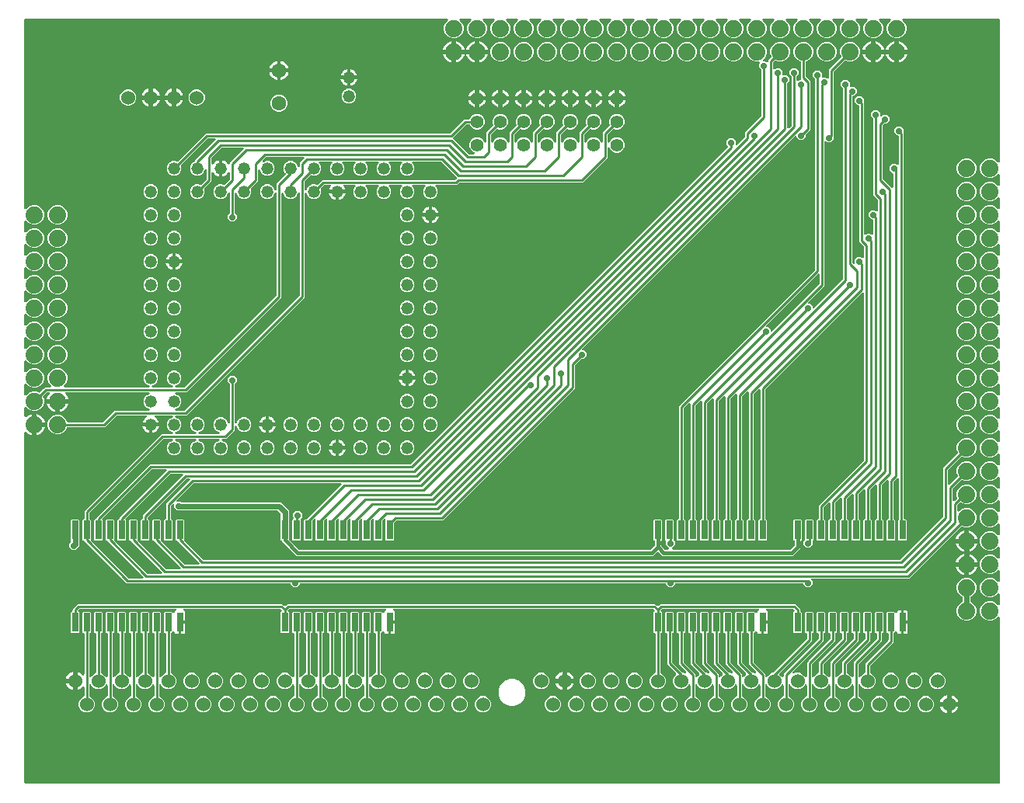
<source format=gbr>
G04 EAGLE Gerber RS-274X export*
G75*
%MOMM*%
%FSLAX34Y34*%
%LPD*%
%INTop Copper*%
%IPPOS*%
%AMOC8*
5,1,8,0,0,1.08239X$1,22.5*%
G01*
%ADD10C,1.879600*%
%ADD11C,1.600200*%
%ADD12C,1.524000*%
%ADD13C,1.320800*%
%ADD14R,0.660400X2.032000*%
%ADD15C,1.422400*%
%ADD16C,0.406400*%
%ADD17C,0.609600*%
%ADD18C,0.704800*%
%ADD19C,4.016000*%
%ADD20C,0.254000*%

G36*
X1063648Y-74184D02*
X1063648Y-74184D01*
X1063767Y-74177D01*
X1063805Y-74164D01*
X1063846Y-74159D01*
X1063956Y-74116D01*
X1064069Y-74079D01*
X1064104Y-74057D01*
X1064141Y-74042D01*
X1064237Y-73973D01*
X1064338Y-73909D01*
X1064366Y-73879D01*
X1064399Y-73856D01*
X1064475Y-73764D01*
X1064556Y-73677D01*
X1064576Y-73642D01*
X1064601Y-73611D01*
X1064652Y-73503D01*
X1064710Y-73399D01*
X1064720Y-73359D01*
X1064737Y-73323D01*
X1064759Y-73206D01*
X1064789Y-73091D01*
X1064793Y-73031D01*
X1064797Y-73011D01*
X1064795Y-72990D01*
X1064799Y-72930D01*
X1064799Y106847D01*
X1064782Y106985D01*
X1064769Y107124D01*
X1064762Y107143D01*
X1064759Y107163D01*
X1064708Y107292D01*
X1064661Y107423D01*
X1064650Y107440D01*
X1064642Y107458D01*
X1064561Y107571D01*
X1064483Y107686D01*
X1064467Y107699D01*
X1064456Y107716D01*
X1064348Y107805D01*
X1064244Y107896D01*
X1064226Y107906D01*
X1064211Y107919D01*
X1064085Y107978D01*
X1063961Y108041D01*
X1063941Y108045D01*
X1063923Y108054D01*
X1063787Y108080D01*
X1063651Y108111D01*
X1063630Y108110D01*
X1063611Y108114D01*
X1063472Y108105D01*
X1063333Y108101D01*
X1063313Y108095D01*
X1063293Y108094D01*
X1063161Y108051D01*
X1063027Y108013D01*
X1063010Y108002D01*
X1062991Y107996D01*
X1062873Y107921D01*
X1062753Y107851D01*
X1062732Y107833D01*
X1062722Y107826D01*
X1062708Y107811D01*
X1062633Y107745D01*
X1060143Y105255D01*
X1056222Y103631D01*
X1051978Y103631D01*
X1048057Y105255D01*
X1045055Y108257D01*
X1043431Y112178D01*
X1043431Y116422D01*
X1045055Y120343D01*
X1048057Y123345D01*
X1051978Y124969D01*
X1056222Y124969D01*
X1060143Y123345D01*
X1062633Y120855D01*
X1062742Y120770D01*
X1062849Y120681D01*
X1062868Y120673D01*
X1062884Y120660D01*
X1063012Y120605D01*
X1063137Y120546D01*
X1063157Y120542D01*
X1063176Y120534D01*
X1063314Y120512D01*
X1063450Y120486D01*
X1063470Y120487D01*
X1063490Y120484D01*
X1063629Y120497D01*
X1063767Y120506D01*
X1063786Y120512D01*
X1063806Y120514D01*
X1063938Y120561D01*
X1064069Y120604D01*
X1064087Y120615D01*
X1064106Y120622D01*
X1064221Y120700D01*
X1064338Y120774D01*
X1064352Y120789D01*
X1064369Y120800D01*
X1064461Y120904D01*
X1064556Y121006D01*
X1064566Y121023D01*
X1064579Y121039D01*
X1064643Y121163D01*
X1064710Y121284D01*
X1064715Y121304D01*
X1064724Y121322D01*
X1064754Y121458D01*
X1064789Y121592D01*
X1064791Y121620D01*
X1064794Y121632D01*
X1064793Y121653D01*
X1064799Y121753D01*
X1064799Y132247D01*
X1064782Y132385D01*
X1064769Y132524D01*
X1064762Y132543D01*
X1064759Y132563D01*
X1064708Y132692D01*
X1064661Y132823D01*
X1064650Y132840D01*
X1064642Y132858D01*
X1064561Y132971D01*
X1064483Y133086D01*
X1064467Y133099D01*
X1064456Y133116D01*
X1064348Y133205D01*
X1064244Y133296D01*
X1064226Y133306D01*
X1064211Y133319D01*
X1064085Y133378D01*
X1063961Y133441D01*
X1063941Y133445D01*
X1063923Y133454D01*
X1063787Y133480D01*
X1063651Y133511D01*
X1063630Y133510D01*
X1063611Y133514D01*
X1063472Y133505D01*
X1063333Y133501D01*
X1063313Y133495D01*
X1063293Y133494D01*
X1063161Y133451D01*
X1063027Y133413D01*
X1063010Y133402D01*
X1062991Y133396D01*
X1062873Y133321D01*
X1062753Y133251D01*
X1062732Y133233D01*
X1062722Y133226D01*
X1062708Y133211D01*
X1062633Y133145D01*
X1060143Y130655D01*
X1056222Y129031D01*
X1051978Y129031D01*
X1048057Y130655D01*
X1045055Y133657D01*
X1043431Y137578D01*
X1043431Y141822D01*
X1045055Y145743D01*
X1048057Y148745D01*
X1051978Y150369D01*
X1056222Y150369D01*
X1060143Y148745D01*
X1062633Y146255D01*
X1062742Y146170D01*
X1062849Y146081D01*
X1062868Y146073D01*
X1062884Y146060D01*
X1063012Y146005D01*
X1063137Y145946D01*
X1063157Y145942D01*
X1063176Y145934D01*
X1063314Y145912D01*
X1063450Y145886D01*
X1063470Y145887D01*
X1063490Y145884D01*
X1063629Y145897D01*
X1063767Y145906D01*
X1063786Y145912D01*
X1063806Y145914D01*
X1063938Y145961D01*
X1064069Y146004D01*
X1064087Y146015D01*
X1064106Y146022D01*
X1064221Y146100D01*
X1064338Y146174D01*
X1064352Y146189D01*
X1064369Y146200D01*
X1064461Y146304D01*
X1064556Y146406D01*
X1064566Y146423D01*
X1064579Y146439D01*
X1064643Y146563D01*
X1064710Y146684D01*
X1064715Y146704D01*
X1064724Y146722D01*
X1064754Y146858D01*
X1064789Y146992D01*
X1064791Y147020D01*
X1064794Y147032D01*
X1064793Y147053D01*
X1064799Y147153D01*
X1064799Y157647D01*
X1064782Y157785D01*
X1064769Y157924D01*
X1064762Y157943D01*
X1064759Y157963D01*
X1064708Y158092D01*
X1064661Y158223D01*
X1064650Y158240D01*
X1064642Y158258D01*
X1064561Y158371D01*
X1064483Y158486D01*
X1064467Y158499D01*
X1064456Y158516D01*
X1064348Y158605D01*
X1064244Y158696D01*
X1064226Y158706D01*
X1064211Y158719D01*
X1064085Y158778D01*
X1063961Y158841D01*
X1063941Y158845D01*
X1063923Y158854D01*
X1063787Y158880D01*
X1063651Y158911D01*
X1063630Y158910D01*
X1063611Y158914D01*
X1063472Y158905D01*
X1063333Y158901D01*
X1063313Y158895D01*
X1063293Y158894D01*
X1063161Y158851D01*
X1063027Y158813D01*
X1063010Y158802D01*
X1062991Y158796D01*
X1062873Y158721D01*
X1062753Y158651D01*
X1062732Y158633D01*
X1062722Y158626D01*
X1062708Y158611D01*
X1062633Y158545D01*
X1060143Y156055D01*
X1056222Y154431D01*
X1051978Y154431D01*
X1048057Y156055D01*
X1045055Y159057D01*
X1043431Y162978D01*
X1043431Y167222D01*
X1045055Y171143D01*
X1048057Y174145D01*
X1051978Y175769D01*
X1056222Y175769D01*
X1060143Y174145D01*
X1062633Y171655D01*
X1062742Y171570D01*
X1062849Y171481D01*
X1062868Y171473D01*
X1062884Y171460D01*
X1063012Y171405D01*
X1063137Y171346D01*
X1063157Y171342D01*
X1063176Y171334D01*
X1063314Y171312D01*
X1063450Y171286D01*
X1063470Y171287D01*
X1063490Y171284D01*
X1063629Y171297D01*
X1063767Y171306D01*
X1063786Y171312D01*
X1063806Y171314D01*
X1063938Y171361D01*
X1064069Y171404D01*
X1064087Y171415D01*
X1064106Y171422D01*
X1064221Y171500D01*
X1064338Y171574D01*
X1064352Y171589D01*
X1064369Y171600D01*
X1064461Y171704D01*
X1064556Y171806D01*
X1064566Y171823D01*
X1064579Y171839D01*
X1064643Y171963D01*
X1064710Y172084D01*
X1064715Y172104D01*
X1064724Y172122D01*
X1064754Y172258D01*
X1064789Y172392D01*
X1064791Y172420D01*
X1064794Y172432D01*
X1064793Y172453D01*
X1064799Y172553D01*
X1064799Y183047D01*
X1064782Y183185D01*
X1064769Y183324D01*
X1064762Y183343D01*
X1064759Y183363D01*
X1064708Y183492D01*
X1064661Y183623D01*
X1064650Y183640D01*
X1064642Y183658D01*
X1064561Y183771D01*
X1064483Y183886D01*
X1064467Y183899D01*
X1064456Y183916D01*
X1064348Y184005D01*
X1064244Y184096D01*
X1064226Y184106D01*
X1064211Y184119D01*
X1064085Y184178D01*
X1063961Y184241D01*
X1063941Y184245D01*
X1063923Y184254D01*
X1063787Y184280D01*
X1063651Y184311D01*
X1063630Y184310D01*
X1063611Y184314D01*
X1063472Y184305D01*
X1063333Y184301D01*
X1063313Y184295D01*
X1063293Y184294D01*
X1063161Y184251D01*
X1063027Y184213D01*
X1063010Y184202D01*
X1062991Y184196D01*
X1062873Y184121D01*
X1062753Y184051D01*
X1062732Y184033D01*
X1062722Y184026D01*
X1062708Y184011D01*
X1062633Y183945D01*
X1060143Y181455D01*
X1056222Y179831D01*
X1051978Y179831D01*
X1048057Y181455D01*
X1045055Y184457D01*
X1043431Y188378D01*
X1043431Y192622D01*
X1045055Y196543D01*
X1048057Y199545D01*
X1051978Y201169D01*
X1056222Y201169D01*
X1060143Y199545D01*
X1062633Y197055D01*
X1062742Y196970D01*
X1062849Y196881D01*
X1062868Y196873D01*
X1062884Y196860D01*
X1063012Y196805D01*
X1063137Y196746D01*
X1063157Y196742D01*
X1063176Y196734D01*
X1063314Y196712D01*
X1063450Y196686D01*
X1063470Y196687D01*
X1063490Y196684D01*
X1063629Y196697D01*
X1063767Y196706D01*
X1063786Y196712D01*
X1063806Y196714D01*
X1063938Y196761D01*
X1064069Y196804D01*
X1064087Y196815D01*
X1064106Y196822D01*
X1064221Y196900D01*
X1064338Y196974D01*
X1064352Y196989D01*
X1064369Y197000D01*
X1064461Y197104D01*
X1064556Y197206D01*
X1064566Y197223D01*
X1064579Y197239D01*
X1064643Y197363D01*
X1064710Y197484D01*
X1064715Y197504D01*
X1064724Y197522D01*
X1064754Y197658D01*
X1064789Y197792D01*
X1064791Y197820D01*
X1064794Y197832D01*
X1064793Y197853D01*
X1064799Y197953D01*
X1064799Y208447D01*
X1064782Y208585D01*
X1064769Y208724D01*
X1064762Y208743D01*
X1064759Y208763D01*
X1064708Y208892D01*
X1064661Y209023D01*
X1064650Y209040D01*
X1064642Y209058D01*
X1064561Y209171D01*
X1064483Y209286D01*
X1064467Y209299D01*
X1064456Y209316D01*
X1064348Y209405D01*
X1064244Y209496D01*
X1064226Y209506D01*
X1064211Y209519D01*
X1064085Y209578D01*
X1063961Y209641D01*
X1063941Y209645D01*
X1063923Y209654D01*
X1063787Y209680D01*
X1063651Y209711D01*
X1063630Y209710D01*
X1063611Y209714D01*
X1063472Y209705D01*
X1063333Y209701D01*
X1063313Y209695D01*
X1063293Y209694D01*
X1063161Y209651D01*
X1063027Y209613D01*
X1063010Y209602D01*
X1062991Y209596D01*
X1062873Y209521D01*
X1062753Y209451D01*
X1062732Y209433D01*
X1062722Y209426D01*
X1062708Y209411D01*
X1062633Y209345D01*
X1060143Y206855D01*
X1056222Y205231D01*
X1051978Y205231D01*
X1048057Y206855D01*
X1045055Y209857D01*
X1043431Y213778D01*
X1043431Y218022D01*
X1045055Y221943D01*
X1048057Y224945D01*
X1051978Y226569D01*
X1056222Y226569D01*
X1060143Y224945D01*
X1062633Y222455D01*
X1062742Y222370D01*
X1062849Y222281D01*
X1062868Y222273D01*
X1062884Y222260D01*
X1063012Y222205D01*
X1063137Y222146D01*
X1063157Y222142D01*
X1063176Y222134D01*
X1063314Y222112D01*
X1063450Y222086D01*
X1063470Y222087D01*
X1063490Y222084D01*
X1063629Y222097D01*
X1063767Y222106D01*
X1063786Y222112D01*
X1063806Y222114D01*
X1063938Y222161D01*
X1064069Y222204D01*
X1064087Y222215D01*
X1064106Y222222D01*
X1064221Y222300D01*
X1064338Y222374D01*
X1064352Y222389D01*
X1064369Y222400D01*
X1064461Y222504D01*
X1064556Y222606D01*
X1064566Y222623D01*
X1064579Y222639D01*
X1064643Y222763D01*
X1064710Y222884D01*
X1064715Y222904D01*
X1064724Y222922D01*
X1064754Y223058D01*
X1064789Y223192D01*
X1064791Y223220D01*
X1064794Y223232D01*
X1064793Y223253D01*
X1064799Y223353D01*
X1064799Y233847D01*
X1064782Y233985D01*
X1064769Y234124D01*
X1064762Y234143D01*
X1064759Y234163D01*
X1064708Y234292D01*
X1064661Y234423D01*
X1064650Y234440D01*
X1064642Y234458D01*
X1064561Y234571D01*
X1064483Y234686D01*
X1064467Y234699D01*
X1064456Y234716D01*
X1064348Y234805D01*
X1064244Y234896D01*
X1064226Y234906D01*
X1064211Y234919D01*
X1064085Y234978D01*
X1063961Y235041D01*
X1063941Y235045D01*
X1063923Y235054D01*
X1063787Y235080D01*
X1063651Y235111D01*
X1063630Y235110D01*
X1063611Y235114D01*
X1063472Y235105D01*
X1063333Y235101D01*
X1063313Y235095D01*
X1063293Y235094D01*
X1063161Y235051D01*
X1063027Y235013D01*
X1063010Y235002D01*
X1062991Y234996D01*
X1062873Y234921D01*
X1062753Y234851D01*
X1062732Y234833D01*
X1062722Y234826D01*
X1062708Y234811D01*
X1062633Y234745D01*
X1060143Y232255D01*
X1056222Y230631D01*
X1051978Y230631D01*
X1048057Y232255D01*
X1045055Y235257D01*
X1043431Y239178D01*
X1043431Y243422D01*
X1045055Y247343D01*
X1048057Y250345D01*
X1051978Y251969D01*
X1056222Y251969D01*
X1060143Y250345D01*
X1062633Y247855D01*
X1062742Y247770D01*
X1062849Y247681D01*
X1062868Y247673D01*
X1062884Y247660D01*
X1063012Y247605D01*
X1063137Y247546D01*
X1063157Y247542D01*
X1063176Y247534D01*
X1063314Y247512D01*
X1063450Y247486D01*
X1063470Y247487D01*
X1063490Y247484D01*
X1063629Y247497D01*
X1063767Y247506D01*
X1063786Y247512D01*
X1063806Y247514D01*
X1063938Y247561D01*
X1064069Y247604D01*
X1064087Y247615D01*
X1064106Y247622D01*
X1064221Y247700D01*
X1064338Y247774D01*
X1064352Y247789D01*
X1064369Y247800D01*
X1064461Y247904D01*
X1064556Y248006D01*
X1064566Y248023D01*
X1064579Y248039D01*
X1064643Y248163D01*
X1064710Y248284D01*
X1064715Y248304D01*
X1064724Y248322D01*
X1064754Y248458D01*
X1064789Y248592D01*
X1064791Y248620D01*
X1064794Y248632D01*
X1064793Y248653D01*
X1064799Y248753D01*
X1064799Y259247D01*
X1064782Y259385D01*
X1064769Y259524D01*
X1064762Y259543D01*
X1064759Y259563D01*
X1064708Y259692D01*
X1064661Y259823D01*
X1064650Y259840D01*
X1064642Y259858D01*
X1064561Y259971D01*
X1064483Y260086D01*
X1064467Y260099D01*
X1064456Y260116D01*
X1064348Y260205D01*
X1064244Y260296D01*
X1064226Y260306D01*
X1064211Y260319D01*
X1064085Y260378D01*
X1063961Y260441D01*
X1063941Y260445D01*
X1063923Y260454D01*
X1063787Y260480D01*
X1063651Y260511D01*
X1063630Y260510D01*
X1063611Y260514D01*
X1063472Y260505D01*
X1063333Y260501D01*
X1063313Y260495D01*
X1063293Y260494D01*
X1063161Y260451D01*
X1063027Y260413D01*
X1063010Y260402D01*
X1062991Y260396D01*
X1062873Y260321D01*
X1062753Y260251D01*
X1062732Y260233D01*
X1062722Y260226D01*
X1062708Y260211D01*
X1062633Y260145D01*
X1060143Y257655D01*
X1056222Y256031D01*
X1051978Y256031D01*
X1048057Y257655D01*
X1045055Y260657D01*
X1043431Y264578D01*
X1043431Y268822D01*
X1045055Y272743D01*
X1048057Y275745D01*
X1051978Y277369D01*
X1056222Y277369D01*
X1060143Y275745D01*
X1062633Y273255D01*
X1062742Y273170D01*
X1062849Y273081D01*
X1062868Y273073D01*
X1062884Y273060D01*
X1063012Y273005D01*
X1063137Y272946D01*
X1063157Y272942D01*
X1063176Y272934D01*
X1063314Y272912D01*
X1063450Y272886D01*
X1063470Y272887D01*
X1063490Y272884D01*
X1063629Y272897D01*
X1063767Y272906D01*
X1063786Y272912D01*
X1063806Y272914D01*
X1063938Y272961D01*
X1064069Y273004D01*
X1064087Y273015D01*
X1064106Y273022D01*
X1064221Y273100D01*
X1064338Y273174D01*
X1064352Y273189D01*
X1064369Y273200D01*
X1064461Y273304D01*
X1064556Y273406D01*
X1064566Y273423D01*
X1064579Y273439D01*
X1064643Y273563D01*
X1064710Y273684D01*
X1064715Y273704D01*
X1064724Y273722D01*
X1064754Y273858D01*
X1064789Y273992D01*
X1064791Y274020D01*
X1064794Y274032D01*
X1064793Y274053D01*
X1064799Y274153D01*
X1064799Y284647D01*
X1064782Y284785D01*
X1064769Y284924D01*
X1064762Y284943D01*
X1064759Y284963D01*
X1064708Y285092D01*
X1064661Y285223D01*
X1064650Y285240D01*
X1064642Y285258D01*
X1064561Y285371D01*
X1064483Y285486D01*
X1064467Y285499D01*
X1064456Y285516D01*
X1064348Y285605D01*
X1064244Y285696D01*
X1064226Y285706D01*
X1064211Y285719D01*
X1064085Y285778D01*
X1063961Y285841D01*
X1063941Y285845D01*
X1063923Y285854D01*
X1063787Y285880D01*
X1063651Y285911D01*
X1063630Y285910D01*
X1063611Y285914D01*
X1063472Y285905D01*
X1063333Y285901D01*
X1063313Y285895D01*
X1063293Y285894D01*
X1063161Y285851D01*
X1063027Y285813D01*
X1063010Y285802D01*
X1062991Y285796D01*
X1062873Y285721D01*
X1062753Y285651D01*
X1062732Y285633D01*
X1062722Y285626D01*
X1062708Y285611D01*
X1062633Y285545D01*
X1060143Y283055D01*
X1056222Y281431D01*
X1051978Y281431D01*
X1048057Y283055D01*
X1045055Y286057D01*
X1043431Y289978D01*
X1043431Y294222D01*
X1045055Y298143D01*
X1048057Y301145D01*
X1051978Y302769D01*
X1056222Y302769D01*
X1060143Y301145D01*
X1062633Y298655D01*
X1062742Y298570D01*
X1062849Y298481D01*
X1062868Y298473D01*
X1062884Y298460D01*
X1063012Y298405D01*
X1063137Y298346D01*
X1063157Y298342D01*
X1063176Y298334D01*
X1063314Y298312D01*
X1063450Y298286D01*
X1063470Y298287D01*
X1063490Y298284D01*
X1063629Y298297D01*
X1063767Y298306D01*
X1063786Y298312D01*
X1063806Y298314D01*
X1063938Y298361D01*
X1064069Y298404D01*
X1064087Y298415D01*
X1064106Y298422D01*
X1064221Y298500D01*
X1064338Y298574D01*
X1064352Y298589D01*
X1064369Y298600D01*
X1064461Y298704D01*
X1064556Y298806D01*
X1064566Y298823D01*
X1064579Y298839D01*
X1064643Y298963D01*
X1064710Y299084D01*
X1064715Y299104D01*
X1064724Y299122D01*
X1064754Y299258D01*
X1064789Y299392D01*
X1064791Y299420D01*
X1064794Y299432D01*
X1064793Y299453D01*
X1064799Y299553D01*
X1064799Y310047D01*
X1064782Y310185D01*
X1064769Y310324D01*
X1064762Y310343D01*
X1064759Y310363D01*
X1064708Y310492D01*
X1064661Y310623D01*
X1064650Y310640D01*
X1064642Y310658D01*
X1064561Y310771D01*
X1064483Y310886D01*
X1064467Y310899D01*
X1064456Y310916D01*
X1064348Y311005D01*
X1064244Y311096D01*
X1064226Y311106D01*
X1064211Y311119D01*
X1064085Y311178D01*
X1063961Y311241D01*
X1063941Y311245D01*
X1063923Y311254D01*
X1063787Y311280D01*
X1063651Y311311D01*
X1063630Y311310D01*
X1063611Y311314D01*
X1063472Y311305D01*
X1063333Y311301D01*
X1063313Y311295D01*
X1063293Y311294D01*
X1063161Y311251D01*
X1063027Y311213D01*
X1063010Y311202D01*
X1062991Y311196D01*
X1062873Y311121D01*
X1062753Y311051D01*
X1062732Y311033D01*
X1062722Y311026D01*
X1062708Y311011D01*
X1062633Y310945D01*
X1060143Y308455D01*
X1056222Y306831D01*
X1051978Y306831D01*
X1048057Y308455D01*
X1045055Y311457D01*
X1043431Y315378D01*
X1043431Y319622D01*
X1045055Y323543D01*
X1048057Y326545D01*
X1051978Y328169D01*
X1056222Y328169D01*
X1060143Y326545D01*
X1062633Y324055D01*
X1062742Y323970D01*
X1062849Y323881D01*
X1062868Y323873D01*
X1062884Y323860D01*
X1063012Y323805D01*
X1063137Y323746D01*
X1063157Y323742D01*
X1063176Y323734D01*
X1063314Y323712D01*
X1063450Y323686D01*
X1063470Y323687D01*
X1063490Y323684D01*
X1063629Y323697D01*
X1063767Y323706D01*
X1063786Y323712D01*
X1063806Y323714D01*
X1063938Y323761D01*
X1064069Y323804D01*
X1064087Y323815D01*
X1064106Y323822D01*
X1064221Y323900D01*
X1064338Y323974D01*
X1064352Y323989D01*
X1064369Y324000D01*
X1064461Y324104D01*
X1064556Y324206D01*
X1064566Y324223D01*
X1064579Y324239D01*
X1064643Y324363D01*
X1064710Y324484D01*
X1064715Y324504D01*
X1064724Y324522D01*
X1064754Y324658D01*
X1064789Y324792D01*
X1064791Y324820D01*
X1064794Y324832D01*
X1064793Y324853D01*
X1064799Y324953D01*
X1064799Y335447D01*
X1064782Y335585D01*
X1064769Y335724D01*
X1064762Y335743D01*
X1064759Y335763D01*
X1064708Y335892D01*
X1064661Y336023D01*
X1064650Y336040D01*
X1064642Y336058D01*
X1064561Y336171D01*
X1064483Y336286D01*
X1064467Y336299D01*
X1064456Y336316D01*
X1064348Y336405D01*
X1064244Y336496D01*
X1064226Y336506D01*
X1064211Y336519D01*
X1064085Y336578D01*
X1063961Y336641D01*
X1063941Y336645D01*
X1063923Y336654D01*
X1063787Y336680D01*
X1063651Y336711D01*
X1063630Y336710D01*
X1063611Y336714D01*
X1063472Y336705D01*
X1063333Y336701D01*
X1063313Y336695D01*
X1063293Y336694D01*
X1063161Y336651D01*
X1063027Y336613D01*
X1063010Y336602D01*
X1062991Y336596D01*
X1062873Y336521D01*
X1062753Y336451D01*
X1062732Y336433D01*
X1062722Y336426D01*
X1062708Y336411D01*
X1062633Y336345D01*
X1060143Y333855D01*
X1056222Y332231D01*
X1051978Y332231D01*
X1048057Y333855D01*
X1045055Y336857D01*
X1043431Y340778D01*
X1043431Y345022D01*
X1045055Y348943D01*
X1048057Y351945D01*
X1051978Y353569D01*
X1056222Y353569D01*
X1060143Y351945D01*
X1062633Y349455D01*
X1062742Y349370D01*
X1062849Y349281D01*
X1062868Y349273D01*
X1062884Y349260D01*
X1063012Y349205D01*
X1063137Y349146D01*
X1063157Y349142D01*
X1063176Y349134D01*
X1063314Y349112D01*
X1063450Y349086D01*
X1063470Y349087D01*
X1063490Y349084D01*
X1063629Y349097D01*
X1063767Y349106D01*
X1063786Y349112D01*
X1063806Y349114D01*
X1063938Y349161D01*
X1064069Y349204D01*
X1064087Y349215D01*
X1064106Y349222D01*
X1064221Y349300D01*
X1064338Y349374D01*
X1064352Y349389D01*
X1064369Y349400D01*
X1064461Y349504D01*
X1064556Y349606D01*
X1064566Y349623D01*
X1064579Y349639D01*
X1064643Y349763D01*
X1064710Y349884D01*
X1064715Y349904D01*
X1064724Y349922D01*
X1064754Y350058D01*
X1064789Y350192D01*
X1064791Y350220D01*
X1064794Y350232D01*
X1064793Y350253D01*
X1064799Y350353D01*
X1064799Y360847D01*
X1064782Y360985D01*
X1064769Y361124D01*
X1064762Y361143D01*
X1064759Y361163D01*
X1064708Y361292D01*
X1064661Y361423D01*
X1064650Y361440D01*
X1064642Y361458D01*
X1064561Y361571D01*
X1064483Y361686D01*
X1064467Y361699D01*
X1064456Y361716D01*
X1064348Y361805D01*
X1064244Y361896D01*
X1064226Y361906D01*
X1064211Y361919D01*
X1064085Y361978D01*
X1063961Y362041D01*
X1063941Y362045D01*
X1063923Y362054D01*
X1063787Y362080D01*
X1063651Y362111D01*
X1063630Y362110D01*
X1063611Y362114D01*
X1063472Y362105D01*
X1063333Y362101D01*
X1063313Y362095D01*
X1063293Y362094D01*
X1063161Y362051D01*
X1063027Y362013D01*
X1063010Y362002D01*
X1062991Y361996D01*
X1062873Y361921D01*
X1062753Y361851D01*
X1062732Y361833D01*
X1062722Y361826D01*
X1062708Y361811D01*
X1062633Y361745D01*
X1060143Y359255D01*
X1056222Y357631D01*
X1051978Y357631D01*
X1048057Y359255D01*
X1045055Y362257D01*
X1043431Y366178D01*
X1043431Y370422D01*
X1045055Y374343D01*
X1048057Y377345D01*
X1051978Y378969D01*
X1056222Y378969D01*
X1060143Y377345D01*
X1062633Y374855D01*
X1062742Y374770D01*
X1062849Y374681D01*
X1062868Y374673D01*
X1062884Y374660D01*
X1063012Y374605D01*
X1063137Y374546D01*
X1063157Y374542D01*
X1063176Y374534D01*
X1063314Y374512D01*
X1063450Y374486D01*
X1063470Y374487D01*
X1063490Y374484D01*
X1063629Y374497D01*
X1063767Y374506D01*
X1063786Y374512D01*
X1063806Y374514D01*
X1063938Y374561D01*
X1064069Y374604D01*
X1064087Y374615D01*
X1064106Y374622D01*
X1064221Y374700D01*
X1064338Y374774D01*
X1064352Y374789D01*
X1064369Y374800D01*
X1064461Y374904D01*
X1064556Y375006D01*
X1064566Y375023D01*
X1064579Y375039D01*
X1064643Y375163D01*
X1064710Y375284D01*
X1064715Y375304D01*
X1064724Y375322D01*
X1064754Y375458D01*
X1064789Y375592D01*
X1064791Y375620D01*
X1064794Y375632D01*
X1064793Y375653D01*
X1064799Y375753D01*
X1064799Y386247D01*
X1064782Y386385D01*
X1064769Y386524D01*
X1064762Y386543D01*
X1064759Y386563D01*
X1064708Y386692D01*
X1064661Y386823D01*
X1064650Y386840D01*
X1064642Y386858D01*
X1064561Y386971D01*
X1064483Y387086D01*
X1064467Y387099D01*
X1064456Y387116D01*
X1064348Y387205D01*
X1064244Y387296D01*
X1064226Y387306D01*
X1064211Y387319D01*
X1064085Y387378D01*
X1063961Y387441D01*
X1063941Y387445D01*
X1063923Y387454D01*
X1063787Y387480D01*
X1063651Y387511D01*
X1063630Y387510D01*
X1063611Y387514D01*
X1063472Y387505D01*
X1063333Y387501D01*
X1063313Y387495D01*
X1063293Y387494D01*
X1063161Y387451D01*
X1063027Y387413D01*
X1063010Y387402D01*
X1062991Y387396D01*
X1062873Y387321D01*
X1062753Y387251D01*
X1062732Y387233D01*
X1062722Y387226D01*
X1062708Y387211D01*
X1062633Y387145D01*
X1060143Y384655D01*
X1056222Y383031D01*
X1051978Y383031D01*
X1048057Y384655D01*
X1045055Y387657D01*
X1043431Y391578D01*
X1043431Y395822D01*
X1045055Y399743D01*
X1048057Y402745D01*
X1051978Y404369D01*
X1056222Y404369D01*
X1060143Y402745D01*
X1062633Y400255D01*
X1062742Y400170D01*
X1062849Y400081D01*
X1062868Y400073D01*
X1062884Y400060D01*
X1063012Y400005D01*
X1063137Y399946D01*
X1063157Y399942D01*
X1063176Y399934D01*
X1063314Y399912D01*
X1063450Y399886D01*
X1063470Y399887D01*
X1063490Y399884D01*
X1063629Y399897D01*
X1063767Y399906D01*
X1063786Y399912D01*
X1063806Y399914D01*
X1063938Y399961D01*
X1064069Y400004D01*
X1064087Y400015D01*
X1064106Y400022D01*
X1064221Y400100D01*
X1064338Y400174D01*
X1064352Y400189D01*
X1064369Y400200D01*
X1064461Y400304D01*
X1064556Y400406D01*
X1064566Y400423D01*
X1064579Y400439D01*
X1064643Y400563D01*
X1064710Y400684D01*
X1064715Y400704D01*
X1064724Y400722D01*
X1064754Y400858D01*
X1064789Y400992D01*
X1064791Y401020D01*
X1064794Y401032D01*
X1064793Y401053D01*
X1064799Y401153D01*
X1064799Y411647D01*
X1064782Y411785D01*
X1064769Y411924D01*
X1064762Y411943D01*
X1064759Y411963D01*
X1064708Y412092D01*
X1064661Y412223D01*
X1064650Y412240D01*
X1064642Y412258D01*
X1064561Y412371D01*
X1064483Y412486D01*
X1064467Y412499D01*
X1064456Y412516D01*
X1064348Y412605D01*
X1064244Y412696D01*
X1064226Y412706D01*
X1064211Y412719D01*
X1064085Y412778D01*
X1063961Y412841D01*
X1063941Y412845D01*
X1063923Y412854D01*
X1063787Y412880D01*
X1063651Y412911D01*
X1063630Y412910D01*
X1063611Y412914D01*
X1063472Y412905D01*
X1063333Y412901D01*
X1063313Y412895D01*
X1063293Y412894D01*
X1063161Y412851D01*
X1063027Y412813D01*
X1063010Y412802D01*
X1062991Y412796D01*
X1062873Y412721D01*
X1062753Y412651D01*
X1062732Y412633D01*
X1062722Y412626D01*
X1062708Y412611D01*
X1062633Y412545D01*
X1060143Y410055D01*
X1056222Y408431D01*
X1051978Y408431D01*
X1048057Y410055D01*
X1045055Y413057D01*
X1043431Y416978D01*
X1043431Y421222D01*
X1045055Y425143D01*
X1048057Y428145D01*
X1051978Y429769D01*
X1056222Y429769D01*
X1060143Y428145D01*
X1062633Y425655D01*
X1062742Y425570D01*
X1062849Y425481D01*
X1062868Y425473D01*
X1062884Y425460D01*
X1063012Y425405D01*
X1063137Y425346D01*
X1063157Y425342D01*
X1063176Y425334D01*
X1063314Y425312D01*
X1063450Y425286D01*
X1063470Y425287D01*
X1063490Y425284D01*
X1063629Y425297D01*
X1063767Y425306D01*
X1063786Y425312D01*
X1063806Y425314D01*
X1063938Y425361D01*
X1064069Y425404D01*
X1064087Y425415D01*
X1064106Y425422D01*
X1064221Y425500D01*
X1064338Y425574D01*
X1064352Y425589D01*
X1064369Y425600D01*
X1064461Y425704D01*
X1064556Y425806D01*
X1064566Y425823D01*
X1064579Y425839D01*
X1064643Y425963D01*
X1064710Y426084D01*
X1064715Y426104D01*
X1064724Y426122D01*
X1064754Y426258D01*
X1064789Y426392D01*
X1064791Y426420D01*
X1064794Y426432D01*
X1064793Y426453D01*
X1064799Y426553D01*
X1064799Y437047D01*
X1064782Y437185D01*
X1064769Y437324D01*
X1064762Y437343D01*
X1064759Y437363D01*
X1064708Y437492D01*
X1064661Y437623D01*
X1064650Y437640D01*
X1064642Y437658D01*
X1064561Y437771D01*
X1064483Y437886D01*
X1064467Y437899D01*
X1064456Y437916D01*
X1064348Y438005D01*
X1064244Y438096D01*
X1064226Y438106D01*
X1064211Y438119D01*
X1064085Y438178D01*
X1063961Y438241D01*
X1063941Y438245D01*
X1063923Y438254D01*
X1063787Y438280D01*
X1063651Y438311D01*
X1063630Y438310D01*
X1063611Y438314D01*
X1063472Y438305D01*
X1063333Y438301D01*
X1063313Y438295D01*
X1063293Y438294D01*
X1063161Y438251D01*
X1063027Y438213D01*
X1063010Y438202D01*
X1062991Y438196D01*
X1062873Y438121D01*
X1062753Y438051D01*
X1062732Y438033D01*
X1062722Y438026D01*
X1062708Y438011D01*
X1062633Y437945D01*
X1060143Y435455D01*
X1056222Y433831D01*
X1051978Y433831D01*
X1048057Y435455D01*
X1045055Y438457D01*
X1043431Y442378D01*
X1043431Y446622D01*
X1045055Y450543D01*
X1048057Y453545D01*
X1051978Y455169D01*
X1056222Y455169D01*
X1060143Y453545D01*
X1062633Y451055D01*
X1062742Y450970D01*
X1062849Y450881D01*
X1062868Y450873D01*
X1062884Y450860D01*
X1063012Y450805D01*
X1063137Y450746D01*
X1063157Y450742D01*
X1063176Y450734D01*
X1063314Y450712D01*
X1063450Y450686D01*
X1063470Y450687D01*
X1063490Y450684D01*
X1063629Y450697D01*
X1063767Y450706D01*
X1063786Y450712D01*
X1063806Y450714D01*
X1063938Y450761D01*
X1064069Y450804D01*
X1064087Y450815D01*
X1064106Y450822D01*
X1064221Y450900D01*
X1064338Y450974D01*
X1064352Y450989D01*
X1064369Y451000D01*
X1064461Y451104D01*
X1064556Y451206D01*
X1064566Y451223D01*
X1064579Y451239D01*
X1064643Y451363D01*
X1064710Y451484D01*
X1064715Y451504D01*
X1064724Y451522D01*
X1064754Y451658D01*
X1064789Y451792D01*
X1064791Y451820D01*
X1064794Y451832D01*
X1064793Y451853D01*
X1064799Y451953D01*
X1064799Y462447D01*
X1064782Y462585D01*
X1064769Y462724D01*
X1064762Y462743D01*
X1064759Y462763D01*
X1064708Y462892D01*
X1064661Y463023D01*
X1064650Y463040D01*
X1064642Y463058D01*
X1064561Y463171D01*
X1064483Y463286D01*
X1064467Y463299D01*
X1064456Y463316D01*
X1064348Y463405D01*
X1064244Y463496D01*
X1064226Y463506D01*
X1064211Y463519D01*
X1064085Y463578D01*
X1063961Y463641D01*
X1063941Y463645D01*
X1063923Y463654D01*
X1063787Y463680D01*
X1063651Y463711D01*
X1063630Y463710D01*
X1063611Y463714D01*
X1063472Y463705D01*
X1063333Y463701D01*
X1063313Y463695D01*
X1063293Y463694D01*
X1063161Y463651D01*
X1063027Y463613D01*
X1063010Y463602D01*
X1062991Y463596D01*
X1062873Y463521D01*
X1062753Y463451D01*
X1062732Y463433D01*
X1062722Y463426D01*
X1062708Y463411D01*
X1062633Y463345D01*
X1060143Y460855D01*
X1056222Y459231D01*
X1051978Y459231D01*
X1048057Y460855D01*
X1045055Y463857D01*
X1043431Y467778D01*
X1043431Y472022D01*
X1045055Y475943D01*
X1048057Y478945D01*
X1051978Y480569D01*
X1056222Y480569D01*
X1060143Y478945D01*
X1062633Y476455D01*
X1062742Y476370D01*
X1062849Y476281D01*
X1062868Y476273D01*
X1062884Y476260D01*
X1063012Y476205D01*
X1063137Y476146D01*
X1063157Y476142D01*
X1063176Y476134D01*
X1063314Y476112D01*
X1063450Y476086D01*
X1063470Y476087D01*
X1063490Y476084D01*
X1063629Y476097D01*
X1063767Y476106D01*
X1063786Y476112D01*
X1063806Y476114D01*
X1063938Y476161D01*
X1064069Y476204D01*
X1064087Y476215D01*
X1064106Y476222D01*
X1064221Y476300D01*
X1064338Y476374D01*
X1064352Y476389D01*
X1064369Y476400D01*
X1064461Y476504D01*
X1064556Y476606D01*
X1064566Y476623D01*
X1064579Y476639D01*
X1064643Y476763D01*
X1064710Y476884D01*
X1064715Y476904D01*
X1064724Y476922D01*
X1064754Y477058D01*
X1064789Y477192D01*
X1064791Y477220D01*
X1064794Y477232D01*
X1064793Y477253D01*
X1064799Y477353D01*
X1064799Y487847D01*
X1064782Y487985D01*
X1064769Y488124D01*
X1064762Y488143D01*
X1064759Y488163D01*
X1064708Y488292D01*
X1064661Y488423D01*
X1064650Y488440D01*
X1064642Y488458D01*
X1064561Y488571D01*
X1064483Y488686D01*
X1064467Y488699D01*
X1064456Y488716D01*
X1064348Y488805D01*
X1064244Y488896D01*
X1064226Y488906D01*
X1064211Y488919D01*
X1064085Y488978D01*
X1063961Y489041D01*
X1063941Y489045D01*
X1063923Y489054D01*
X1063787Y489080D01*
X1063651Y489111D01*
X1063630Y489110D01*
X1063611Y489114D01*
X1063472Y489105D01*
X1063333Y489101D01*
X1063313Y489095D01*
X1063293Y489094D01*
X1063161Y489051D01*
X1063027Y489013D01*
X1063010Y489002D01*
X1062991Y488996D01*
X1062873Y488921D01*
X1062753Y488851D01*
X1062732Y488833D01*
X1062722Y488826D01*
X1062708Y488811D01*
X1062633Y488745D01*
X1060143Y486255D01*
X1056222Y484631D01*
X1051978Y484631D01*
X1048057Y486255D01*
X1045055Y489257D01*
X1043431Y493178D01*
X1043431Y497422D01*
X1045055Y501343D01*
X1048057Y504345D01*
X1051978Y505969D01*
X1056222Y505969D01*
X1060143Y504345D01*
X1062633Y501855D01*
X1062742Y501770D01*
X1062849Y501681D01*
X1062868Y501673D01*
X1062884Y501660D01*
X1063012Y501605D01*
X1063137Y501546D01*
X1063157Y501542D01*
X1063176Y501534D01*
X1063314Y501512D01*
X1063450Y501486D01*
X1063470Y501487D01*
X1063490Y501484D01*
X1063629Y501497D01*
X1063767Y501506D01*
X1063786Y501512D01*
X1063806Y501514D01*
X1063938Y501561D01*
X1064069Y501604D01*
X1064087Y501615D01*
X1064106Y501622D01*
X1064221Y501700D01*
X1064338Y501774D01*
X1064352Y501789D01*
X1064369Y501800D01*
X1064461Y501904D01*
X1064556Y502006D01*
X1064566Y502023D01*
X1064579Y502039D01*
X1064643Y502163D01*
X1064710Y502284D01*
X1064715Y502304D01*
X1064724Y502322D01*
X1064754Y502458D01*
X1064789Y502592D01*
X1064791Y502620D01*
X1064794Y502632D01*
X1064793Y502653D01*
X1064799Y502753D01*
X1064799Y513247D01*
X1064782Y513385D01*
X1064769Y513524D01*
X1064762Y513543D01*
X1064759Y513563D01*
X1064708Y513692D01*
X1064661Y513823D01*
X1064650Y513840D01*
X1064642Y513858D01*
X1064561Y513971D01*
X1064483Y514086D01*
X1064467Y514099D01*
X1064456Y514116D01*
X1064348Y514205D01*
X1064244Y514296D01*
X1064226Y514306D01*
X1064211Y514319D01*
X1064085Y514378D01*
X1063961Y514441D01*
X1063941Y514445D01*
X1063923Y514454D01*
X1063787Y514480D01*
X1063651Y514511D01*
X1063630Y514510D01*
X1063611Y514514D01*
X1063472Y514505D01*
X1063333Y514501D01*
X1063313Y514495D01*
X1063293Y514494D01*
X1063161Y514451D01*
X1063027Y514413D01*
X1063010Y514402D01*
X1062991Y514396D01*
X1062873Y514321D01*
X1062753Y514251D01*
X1062732Y514233D01*
X1062722Y514226D01*
X1062708Y514211D01*
X1062633Y514145D01*
X1060143Y511655D01*
X1056222Y510031D01*
X1051978Y510031D01*
X1048057Y511655D01*
X1045055Y514657D01*
X1043431Y518578D01*
X1043431Y522822D01*
X1045055Y526743D01*
X1048057Y529745D01*
X1051978Y531369D01*
X1056222Y531369D01*
X1060143Y529745D01*
X1062633Y527255D01*
X1062742Y527170D01*
X1062849Y527081D01*
X1062868Y527073D01*
X1062884Y527060D01*
X1063012Y527005D01*
X1063137Y526946D01*
X1063157Y526942D01*
X1063176Y526934D01*
X1063314Y526912D01*
X1063450Y526886D01*
X1063470Y526887D01*
X1063490Y526884D01*
X1063629Y526897D01*
X1063767Y526906D01*
X1063786Y526912D01*
X1063806Y526914D01*
X1063938Y526961D01*
X1064069Y527004D01*
X1064087Y527015D01*
X1064106Y527022D01*
X1064221Y527100D01*
X1064338Y527174D01*
X1064352Y527189D01*
X1064369Y527200D01*
X1064461Y527304D01*
X1064556Y527406D01*
X1064566Y527423D01*
X1064579Y527439D01*
X1064643Y527563D01*
X1064710Y527684D01*
X1064715Y527704D01*
X1064724Y527722D01*
X1064754Y527858D01*
X1064789Y527992D01*
X1064791Y528020D01*
X1064794Y528032D01*
X1064793Y528053D01*
X1064799Y528153D01*
X1064799Y538647D01*
X1064782Y538785D01*
X1064769Y538924D01*
X1064762Y538943D01*
X1064759Y538963D01*
X1064708Y539092D01*
X1064661Y539223D01*
X1064650Y539240D01*
X1064642Y539258D01*
X1064561Y539371D01*
X1064483Y539486D01*
X1064467Y539499D01*
X1064456Y539516D01*
X1064348Y539605D01*
X1064244Y539696D01*
X1064226Y539706D01*
X1064211Y539719D01*
X1064085Y539778D01*
X1063961Y539841D01*
X1063941Y539845D01*
X1063923Y539854D01*
X1063787Y539880D01*
X1063651Y539911D01*
X1063630Y539910D01*
X1063611Y539914D01*
X1063472Y539905D01*
X1063333Y539901D01*
X1063313Y539895D01*
X1063293Y539894D01*
X1063161Y539851D01*
X1063027Y539813D01*
X1063010Y539802D01*
X1062991Y539796D01*
X1062873Y539721D01*
X1062753Y539651D01*
X1062732Y539633D01*
X1062722Y539626D01*
X1062708Y539611D01*
X1062633Y539545D01*
X1060143Y537055D01*
X1056222Y535431D01*
X1051978Y535431D01*
X1048057Y537055D01*
X1045055Y540057D01*
X1043431Y543978D01*
X1043431Y548222D01*
X1045055Y552143D01*
X1048057Y555145D01*
X1051978Y556769D01*
X1056222Y556769D01*
X1060143Y555145D01*
X1062633Y552655D01*
X1062742Y552570D01*
X1062849Y552481D01*
X1062868Y552473D01*
X1062884Y552460D01*
X1063012Y552405D01*
X1063137Y552346D01*
X1063157Y552342D01*
X1063176Y552334D01*
X1063314Y552312D01*
X1063450Y552286D01*
X1063470Y552287D01*
X1063490Y552284D01*
X1063629Y552297D01*
X1063767Y552306D01*
X1063786Y552312D01*
X1063806Y552314D01*
X1063938Y552361D01*
X1064069Y552404D01*
X1064087Y552415D01*
X1064106Y552422D01*
X1064221Y552500D01*
X1064338Y552574D01*
X1064352Y552589D01*
X1064369Y552600D01*
X1064461Y552704D01*
X1064556Y552806D01*
X1064566Y552823D01*
X1064579Y552839D01*
X1064643Y552963D01*
X1064710Y553084D01*
X1064715Y553104D01*
X1064724Y553122D01*
X1064754Y553258D01*
X1064789Y553392D01*
X1064791Y553420D01*
X1064794Y553432D01*
X1064793Y553453D01*
X1064799Y553553D01*
X1064799Y564047D01*
X1064782Y564185D01*
X1064769Y564324D01*
X1064762Y564343D01*
X1064759Y564363D01*
X1064708Y564492D01*
X1064661Y564623D01*
X1064650Y564640D01*
X1064642Y564658D01*
X1064561Y564771D01*
X1064483Y564886D01*
X1064467Y564899D01*
X1064456Y564916D01*
X1064348Y565005D01*
X1064244Y565096D01*
X1064226Y565106D01*
X1064211Y565119D01*
X1064085Y565178D01*
X1063961Y565241D01*
X1063941Y565245D01*
X1063923Y565254D01*
X1063787Y565280D01*
X1063651Y565311D01*
X1063630Y565310D01*
X1063611Y565314D01*
X1063472Y565305D01*
X1063333Y565301D01*
X1063313Y565295D01*
X1063293Y565294D01*
X1063161Y565251D01*
X1063027Y565213D01*
X1063010Y565202D01*
X1062991Y565196D01*
X1062873Y565121D01*
X1062753Y565051D01*
X1062732Y565033D01*
X1062722Y565026D01*
X1062708Y565011D01*
X1062633Y564945D01*
X1060143Y562455D01*
X1056222Y560831D01*
X1051978Y560831D01*
X1048057Y562455D01*
X1045055Y565457D01*
X1043431Y569378D01*
X1043431Y573622D01*
X1045055Y577543D01*
X1048057Y580545D01*
X1051978Y582169D01*
X1056222Y582169D01*
X1060143Y580545D01*
X1062633Y578055D01*
X1062742Y577970D01*
X1062849Y577881D01*
X1062868Y577873D01*
X1062884Y577860D01*
X1063012Y577805D01*
X1063137Y577746D01*
X1063157Y577742D01*
X1063176Y577734D01*
X1063314Y577712D01*
X1063450Y577686D01*
X1063470Y577687D01*
X1063490Y577684D01*
X1063629Y577697D01*
X1063767Y577706D01*
X1063786Y577712D01*
X1063806Y577714D01*
X1063938Y577761D01*
X1064069Y577804D01*
X1064087Y577815D01*
X1064106Y577822D01*
X1064221Y577900D01*
X1064338Y577974D01*
X1064352Y577989D01*
X1064369Y578000D01*
X1064461Y578104D01*
X1064556Y578206D01*
X1064566Y578223D01*
X1064579Y578239D01*
X1064643Y578363D01*
X1064710Y578484D01*
X1064715Y578504D01*
X1064724Y578522D01*
X1064754Y578658D01*
X1064789Y578792D01*
X1064791Y578820D01*
X1064794Y578832D01*
X1064793Y578853D01*
X1064799Y578953D01*
X1064799Y589447D01*
X1064782Y589585D01*
X1064769Y589724D01*
X1064762Y589743D01*
X1064759Y589763D01*
X1064708Y589892D01*
X1064661Y590023D01*
X1064650Y590040D01*
X1064642Y590058D01*
X1064561Y590171D01*
X1064483Y590286D01*
X1064467Y590299D01*
X1064456Y590316D01*
X1064348Y590405D01*
X1064244Y590496D01*
X1064226Y590506D01*
X1064211Y590519D01*
X1064085Y590578D01*
X1063961Y590641D01*
X1063941Y590645D01*
X1063923Y590654D01*
X1063787Y590680D01*
X1063651Y590711D01*
X1063630Y590710D01*
X1063611Y590714D01*
X1063472Y590705D01*
X1063333Y590701D01*
X1063313Y590695D01*
X1063293Y590694D01*
X1063161Y590651D01*
X1063027Y590613D01*
X1063010Y590602D01*
X1062991Y590596D01*
X1062873Y590521D01*
X1062753Y590451D01*
X1062732Y590433D01*
X1062722Y590426D01*
X1062708Y590411D01*
X1062633Y590345D01*
X1060143Y587855D01*
X1056222Y586231D01*
X1051978Y586231D01*
X1048057Y587855D01*
X1045055Y590857D01*
X1043431Y594778D01*
X1043431Y599022D01*
X1045055Y602943D01*
X1048057Y605945D01*
X1051978Y607569D01*
X1056222Y607569D01*
X1060143Y605945D01*
X1062633Y603455D01*
X1062742Y603370D01*
X1062849Y603281D01*
X1062868Y603273D01*
X1062884Y603260D01*
X1063012Y603205D01*
X1063137Y603146D01*
X1063157Y603142D01*
X1063176Y603134D01*
X1063314Y603112D01*
X1063450Y603086D01*
X1063470Y603087D01*
X1063490Y603084D01*
X1063629Y603097D01*
X1063767Y603106D01*
X1063786Y603112D01*
X1063806Y603114D01*
X1063938Y603161D01*
X1064069Y603204D01*
X1064087Y603215D01*
X1064106Y603222D01*
X1064221Y603300D01*
X1064338Y603374D01*
X1064352Y603389D01*
X1064369Y603400D01*
X1064461Y603504D01*
X1064556Y603606D01*
X1064566Y603623D01*
X1064579Y603639D01*
X1064643Y603763D01*
X1064710Y603884D01*
X1064715Y603904D01*
X1064724Y603922D01*
X1064754Y604058D01*
X1064789Y604192D01*
X1064791Y604220D01*
X1064794Y604232D01*
X1064793Y604253D01*
X1064799Y604353D01*
X1064799Y758730D01*
X1064784Y758848D01*
X1064777Y758967D01*
X1064764Y759005D01*
X1064759Y759046D01*
X1064716Y759156D01*
X1064679Y759269D01*
X1064657Y759304D01*
X1064642Y759341D01*
X1064573Y759437D01*
X1064509Y759538D01*
X1064479Y759566D01*
X1064456Y759599D01*
X1064364Y759675D01*
X1064277Y759756D01*
X1064242Y759776D01*
X1064211Y759801D01*
X1064103Y759852D01*
X1063999Y759910D01*
X1063959Y759920D01*
X1063923Y759937D01*
X1063806Y759959D01*
X1063691Y759989D01*
X1063631Y759993D01*
X1063611Y759997D01*
X1063590Y759995D01*
X1063530Y759999D01*
X959953Y759999D01*
X959815Y759982D01*
X959676Y759969D01*
X959657Y759962D01*
X959637Y759959D01*
X959508Y759908D01*
X959377Y759861D01*
X959360Y759850D01*
X959342Y759842D01*
X959229Y759761D01*
X959114Y759683D01*
X959101Y759667D01*
X959084Y759656D01*
X958995Y759548D01*
X958904Y759444D01*
X958894Y759426D01*
X958881Y759411D01*
X958822Y759285D01*
X958759Y759161D01*
X958755Y759141D01*
X958746Y759123D01*
X958720Y758987D01*
X958689Y758851D01*
X958690Y758830D01*
X958686Y758811D01*
X958695Y758672D01*
X958699Y758533D01*
X958705Y758513D01*
X958706Y758493D01*
X958749Y758361D01*
X958787Y758227D01*
X958798Y758210D01*
X958804Y758191D01*
X958879Y758073D01*
X958949Y757953D01*
X958967Y757932D01*
X958974Y757922D01*
X958989Y757908D01*
X959055Y757833D01*
X961545Y755343D01*
X963169Y751422D01*
X963169Y747178D01*
X961545Y743257D01*
X958543Y740255D01*
X954622Y738631D01*
X950378Y738631D01*
X946457Y740255D01*
X943455Y743257D01*
X941831Y747178D01*
X941831Y751422D01*
X943455Y755343D01*
X945945Y757833D01*
X946030Y757942D01*
X946119Y758049D01*
X946127Y758068D01*
X946140Y758084D01*
X946195Y758212D01*
X946254Y758337D01*
X946258Y758357D01*
X946266Y758376D01*
X946288Y758514D01*
X946314Y758650D01*
X946313Y758670D01*
X946316Y758690D01*
X946303Y758829D01*
X946294Y758967D01*
X946288Y758986D01*
X946286Y759006D01*
X946239Y759138D01*
X946196Y759269D01*
X946185Y759287D01*
X946178Y759306D01*
X946100Y759421D01*
X946026Y759538D01*
X946011Y759552D01*
X946000Y759569D01*
X945896Y759661D01*
X945794Y759756D01*
X945777Y759766D01*
X945761Y759779D01*
X945637Y759843D01*
X945516Y759910D01*
X945496Y759915D01*
X945478Y759924D01*
X945342Y759954D01*
X945208Y759989D01*
X945180Y759991D01*
X945168Y759994D01*
X945147Y759993D01*
X945047Y759999D01*
X934553Y759999D01*
X934415Y759982D01*
X934276Y759969D01*
X934257Y759962D01*
X934237Y759959D01*
X934108Y759908D01*
X933977Y759861D01*
X933960Y759850D01*
X933942Y759842D01*
X933829Y759761D01*
X933714Y759683D01*
X933701Y759667D01*
X933684Y759656D01*
X933595Y759548D01*
X933504Y759444D01*
X933494Y759426D01*
X933481Y759411D01*
X933422Y759285D01*
X933359Y759161D01*
X933355Y759141D01*
X933346Y759123D01*
X933320Y758987D01*
X933289Y758851D01*
X933290Y758830D01*
X933286Y758811D01*
X933295Y758672D01*
X933299Y758533D01*
X933305Y758513D01*
X933306Y758493D01*
X933349Y758361D01*
X933387Y758227D01*
X933398Y758210D01*
X933404Y758191D01*
X933479Y758073D01*
X933549Y757953D01*
X933567Y757932D01*
X933574Y757922D01*
X933589Y757908D01*
X933655Y757833D01*
X936145Y755343D01*
X937769Y751422D01*
X937769Y747178D01*
X936145Y743257D01*
X933143Y740255D01*
X929222Y738631D01*
X924978Y738631D01*
X921057Y740255D01*
X918055Y743257D01*
X916431Y747178D01*
X916431Y751422D01*
X918055Y755343D01*
X920545Y757833D01*
X920630Y757942D01*
X920719Y758049D01*
X920727Y758068D01*
X920740Y758084D01*
X920795Y758212D01*
X920854Y758337D01*
X920858Y758357D01*
X920866Y758376D01*
X920888Y758514D01*
X920914Y758650D01*
X920913Y758670D01*
X920916Y758690D01*
X920903Y758829D01*
X920894Y758967D01*
X920888Y758986D01*
X920886Y759006D01*
X920839Y759138D01*
X920796Y759269D01*
X920785Y759287D01*
X920778Y759306D01*
X920700Y759421D01*
X920626Y759538D01*
X920611Y759552D01*
X920600Y759569D01*
X920496Y759661D01*
X920394Y759756D01*
X920377Y759766D01*
X920361Y759779D01*
X920237Y759843D01*
X920116Y759910D01*
X920096Y759915D01*
X920078Y759924D01*
X919942Y759954D01*
X919808Y759989D01*
X919780Y759991D01*
X919768Y759994D01*
X919747Y759993D01*
X919647Y759999D01*
X909153Y759999D01*
X909015Y759982D01*
X908876Y759969D01*
X908857Y759962D01*
X908837Y759959D01*
X908708Y759908D01*
X908577Y759861D01*
X908560Y759850D01*
X908542Y759842D01*
X908429Y759761D01*
X908314Y759683D01*
X908301Y759667D01*
X908284Y759656D01*
X908195Y759548D01*
X908104Y759444D01*
X908094Y759426D01*
X908081Y759411D01*
X908022Y759285D01*
X907959Y759161D01*
X907955Y759141D01*
X907946Y759123D01*
X907920Y758987D01*
X907889Y758851D01*
X907890Y758830D01*
X907886Y758811D01*
X907895Y758672D01*
X907899Y758533D01*
X907905Y758513D01*
X907906Y758493D01*
X907949Y758361D01*
X907987Y758227D01*
X907998Y758210D01*
X908004Y758191D01*
X908079Y758073D01*
X908149Y757953D01*
X908167Y757932D01*
X908174Y757922D01*
X908189Y757908D01*
X908255Y757833D01*
X910745Y755343D01*
X912369Y751422D01*
X912369Y747178D01*
X910745Y743257D01*
X907743Y740255D01*
X903822Y738631D01*
X899578Y738631D01*
X895657Y740255D01*
X892655Y743257D01*
X891031Y747178D01*
X891031Y751422D01*
X892655Y755343D01*
X895145Y757833D01*
X895230Y757942D01*
X895319Y758049D01*
X895327Y758068D01*
X895340Y758084D01*
X895395Y758212D01*
X895454Y758337D01*
X895458Y758357D01*
X895466Y758376D01*
X895488Y758514D01*
X895514Y758650D01*
X895513Y758670D01*
X895516Y758690D01*
X895503Y758829D01*
X895494Y758967D01*
X895488Y758986D01*
X895486Y759006D01*
X895439Y759138D01*
X895396Y759269D01*
X895385Y759287D01*
X895378Y759306D01*
X895300Y759421D01*
X895226Y759538D01*
X895211Y759552D01*
X895200Y759569D01*
X895096Y759661D01*
X894994Y759756D01*
X894977Y759766D01*
X894961Y759779D01*
X894837Y759843D01*
X894716Y759910D01*
X894696Y759915D01*
X894678Y759924D01*
X894542Y759954D01*
X894408Y759989D01*
X894380Y759991D01*
X894368Y759994D01*
X894347Y759993D01*
X894247Y759999D01*
X883753Y759999D01*
X883615Y759982D01*
X883476Y759969D01*
X883457Y759962D01*
X883437Y759959D01*
X883308Y759908D01*
X883177Y759861D01*
X883160Y759850D01*
X883142Y759842D01*
X883029Y759761D01*
X882914Y759683D01*
X882901Y759667D01*
X882884Y759656D01*
X882795Y759548D01*
X882704Y759444D01*
X882694Y759426D01*
X882681Y759411D01*
X882622Y759285D01*
X882559Y759161D01*
X882555Y759141D01*
X882546Y759123D01*
X882520Y758987D01*
X882489Y758851D01*
X882490Y758830D01*
X882486Y758811D01*
X882495Y758672D01*
X882499Y758533D01*
X882505Y758513D01*
X882506Y758493D01*
X882549Y758361D01*
X882587Y758227D01*
X882598Y758210D01*
X882604Y758191D01*
X882679Y758073D01*
X882749Y757953D01*
X882767Y757932D01*
X882774Y757922D01*
X882789Y757908D01*
X882855Y757833D01*
X885345Y755343D01*
X886969Y751422D01*
X886969Y747178D01*
X885345Y743257D01*
X882343Y740255D01*
X878422Y738631D01*
X874178Y738631D01*
X870257Y740255D01*
X867255Y743257D01*
X865631Y747178D01*
X865631Y751422D01*
X867255Y755343D01*
X869745Y757833D01*
X869830Y757942D01*
X869919Y758049D01*
X869927Y758068D01*
X869940Y758084D01*
X869995Y758212D01*
X870054Y758337D01*
X870058Y758357D01*
X870066Y758376D01*
X870088Y758514D01*
X870114Y758650D01*
X870113Y758670D01*
X870116Y758690D01*
X870103Y758829D01*
X870094Y758967D01*
X870088Y758986D01*
X870086Y759006D01*
X870039Y759138D01*
X869996Y759269D01*
X869985Y759287D01*
X869978Y759306D01*
X869900Y759421D01*
X869826Y759538D01*
X869811Y759552D01*
X869800Y759569D01*
X869696Y759661D01*
X869594Y759756D01*
X869577Y759766D01*
X869561Y759779D01*
X869437Y759843D01*
X869316Y759910D01*
X869296Y759915D01*
X869278Y759924D01*
X869142Y759954D01*
X869008Y759989D01*
X868980Y759991D01*
X868968Y759994D01*
X868947Y759993D01*
X868847Y759999D01*
X858353Y759999D01*
X858215Y759982D01*
X858076Y759969D01*
X858057Y759962D01*
X858037Y759959D01*
X857908Y759908D01*
X857777Y759861D01*
X857760Y759850D01*
X857742Y759842D01*
X857629Y759761D01*
X857514Y759683D01*
X857501Y759667D01*
X857484Y759656D01*
X857395Y759548D01*
X857304Y759444D01*
X857294Y759426D01*
X857281Y759411D01*
X857222Y759285D01*
X857159Y759161D01*
X857155Y759141D01*
X857146Y759123D01*
X857120Y758987D01*
X857089Y758851D01*
X857090Y758830D01*
X857086Y758811D01*
X857095Y758672D01*
X857099Y758533D01*
X857105Y758513D01*
X857106Y758493D01*
X857149Y758361D01*
X857187Y758227D01*
X857198Y758210D01*
X857204Y758191D01*
X857279Y758073D01*
X857349Y757953D01*
X857367Y757932D01*
X857374Y757922D01*
X857389Y757908D01*
X857455Y757833D01*
X859945Y755343D01*
X861569Y751422D01*
X861569Y747178D01*
X859945Y743257D01*
X856943Y740255D01*
X853022Y738631D01*
X848778Y738631D01*
X844857Y740255D01*
X841855Y743257D01*
X840231Y747178D01*
X840231Y751422D01*
X841855Y755343D01*
X844345Y757833D01*
X844430Y757942D01*
X844519Y758049D01*
X844527Y758068D01*
X844540Y758084D01*
X844595Y758212D01*
X844654Y758337D01*
X844658Y758357D01*
X844666Y758376D01*
X844688Y758514D01*
X844714Y758650D01*
X844713Y758670D01*
X844716Y758690D01*
X844703Y758829D01*
X844694Y758967D01*
X844688Y758986D01*
X844686Y759006D01*
X844639Y759138D01*
X844596Y759269D01*
X844585Y759287D01*
X844578Y759306D01*
X844500Y759421D01*
X844426Y759538D01*
X844411Y759552D01*
X844400Y759569D01*
X844296Y759661D01*
X844194Y759756D01*
X844177Y759766D01*
X844161Y759779D01*
X844037Y759843D01*
X843916Y759910D01*
X843896Y759915D01*
X843878Y759924D01*
X843742Y759954D01*
X843608Y759989D01*
X843580Y759991D01*
X843568Y759994D01*
X843547Y759993D01*
X843447Y759999D01*
X832953Y759999D01*
X832815Y759982D01*
X832676Y759969D01*
X832657Y759962D01*
X832637Y759959D01*
X832508Y759908D01*
X832377Y759861D01*
X832360Y759850D01*
X832342Y759842D01*
X832229Y759761D01*
X832114Y759683D01*
X832101Y759667D01*
X832084Y759656D01*
X831995Y759548D01*
X831904Y759444D01*
X831894Y759426D01*
X831881Y759411D01*
X831822Y759285D01*
X831759Y759161D01*
X831755Y759141D01*
X831746Y759123D01*
X831720Y758987D01*
X831689Y758851D01*
X831690Y758830D01*
X831686Y758811D01*
X831695Y758672D01*
X831699Y758533D01*
X831705Y758513D01*
X831706Y758493D01*
X831749Y758361D01*
X831787Y758227D01*
X831798Y758210D01*
X831804Y758191D01*
X831879Y758073D01*
X831949Y757953D01*
X831967Y757932D01*
X831974Y757922D01*
X831989Y757908D01*
X832055Y757833D01*
X834545Y755343D01*
X836169Y751422D01*
X836169Y747178D01*
X834545Y743257D01*
X831543Y740255D01*
X827622Y738631D01*
X823378Y738631D01*
X819457Y740255D01*
X816455Y743257D01*
X814831Y747178D01*
X814831Y751422D01*
X816455Y755343D01*
X818945Y757833D01*
X819030Y757942D01*
X819119Y758049D01*
X819127Y758068D01*
X819140Y758084D01*
X819195Y758212D01*
X819254Y758337D01*
X819258Y758357D01*
X819266Y758376D01*
X819288Y758514D01*
X819314Y758650D01*
X819313Y758670D01*
X819316Y758690D01*
X819303Y758829D01*
X819294Y758967D01*
X819288Y758986D01*
X819286Y759006D01*
X819239Y759138D01*
X819196Y759269D01*
X819185Y759287D01*
X819178Y759306D01*
X819100Y759421D01*
X819026Y759538D01*
X819011Y759552D01*
X819000Y759569D01*
X818896Y759661D01*
X818794Y759756D01*
X818777Y759766D01*
X818761Y759779D01*
X818637Y759843D01*
X818516Y759910D01*
X818496Y759915D01*
X818478Y759924D01*
X818342Y759954D01*
X818208Y759989D01*
X818180Y759991D01*
X818168Y759994D01*
X818147Y759993D01*
X818047Y759999D01*
X807553Y759999D01*
X807415Y759982D01*
X807276Y759969D01*
X807257Y759962D01*
X807237Y759959D01*
X807108Y759908D01*
X806977Y759861D01*
X806960Y759850D01*
X806942Y759842D01*
X806829Y759761D01*
X806714Y759683D01*
X806701Y759667D01*
X806684Y759656D01*
X806595Y759548D01*
X806504Y759444D01*
X806494Y759426D01*
X806481Y759411D01*
X806422Y759285D01*
X806359Y759161D01*
X806355Y759141D01*
X806346Y759123D01*
X806320Y758987D01*
X806289Y758851D01*
X806290Y758830D01*
X806286Y758811D01*
X806295Y758672D01*
X806299Y758533D01*
X806305Y758513D01*
X806306Y758493D01*
X806349Y758361D01*
X806387Y758227D01*
X806398Y758210D01*
X806404Y758191D01*
X806479Y758073D01*
X806549Y757953D01*
X806567Y757932D01*
X806574Y757922D01*
X806589Y757908D01*
X806655Y757833D01*
X809145Y755343D01*
X810769Y751422D01*
X810769Y747178D01*
X809145Y743257D01*
X806143Y740255D01*
X802222Y738631D01*
X797978Y738631D01*
X794057Y740255D01*
X791055Y743257D01*
X789431Y747178D01*
X789431Y751422D01*
X791055Y755343D01*
X793545Y757833D01*
X793630Y757942D01*
X793719Y758049D01*
X793727Y758068D01*
X793740Y758084D01*
X793795Y758212D01*
X793854Y758337D01*
X793858Y758357D01*
X793866Y758376D01*
X793888Y758514D01*
X793914Y758650D01*
X793913Y758670D01*
X793916Y758690D01*
X793903Y758829D01*
X793894Y758967D01*
X793888Y758986D01*
X793886Y759006D01*
X793839Y759138D01*
X793796Y759269D01*
X793785Y759287D01*
X793778Y759306D01*
X793700Y759421D01*
X793626Y759538D01*
X793611Y759552D01*
X793600Y759569D01*
X793496Y759661D01*
X793394Y759756D01*
X793377Y759766D01*
X793361Y759779D01*
X793237Y759843D01*
X793116Y759910D01*
X793096Y759915D01*
X793078Y759924D01*
X792942Y759954D01*
X792808Y759989D01*
X792780Y759991D01*
X792768Y759994D01*
X792747Y759993D01*
X792647Y759999D01*
X782153Y759999D01*
X782015Y759982D01*
X781876Y759969D01*
X781857Y759962D01*
X781837Y759959D01*
X781708Y759908D01*
X781577Y759861D01*
X781560Y759850D01*
X781542Y759842D01*
X781429Y759761D01*
X781314Y759683D01*
X781301Y759667D01*
X781284Y759656D01*
X781195Y759548D01*
X781104Y759444D01*
X781094Y759426D01*
X781081Y759411D01*
X781022Y759285D01*
X780959Y759161D01*
X780955Y759141D01*
X780946Y759123D01*
X780920Y758987D01*
X780889Y758851D01*
X780890Y758830D01*
X780886Y758811D01*
X780895Y758672D01*
X780899Y758533D01*
X780905Y758513D01*
X780906Y758493D01*
X780949Y758361D01*
X780987Y758227D01*
X780998Y758210D01*
X781004Y758191D01*
X781079Y758073D01*
X781149Y757953D01*
X781167Y757932D01*
X781174Y757922D01*
X781189Y757908D01*
X781255Y757833D01*
X783745Y755343D01*
X785369Y751422D01*
X785369Y747178D01*
X783745Y743257D01*
X780743Y740255D01*
X776822Y738631D01*
X772578Y738631D01*
X768657Y740255D01*
X765655Y743257D01*
X764031Y747178D01*
X764031Y751422D01*
X765655Y755343D01*
X768145Y757833D01*
X768230Y757942D01*
X768319Y758049D01*
X768327Y758068D01*
X768340Y758084D01*
X768395Y758212D01*
X768454Y758337D01*
X768458Y758357D01*
X768466Y758376D01*
X768488Y758514D01*
X768514Y758650D01*
X768513Y758670D01*
X768516Y758690D01*
X768503Y758829D01*
X768494Y758967D01*
X768488Y758986D01*
X768486Y759006D01*
X768439Y759138D01*
X768396Y759269D01*
X768385Y759287D01*
X768378Y759306D01*
X768300Y759421D01*
X768226Y759538D01*
X768211Y759552D01*
X768200Y759569D01*
X768096Y759661D01*
X767994Y759756D01*
X767977Y759766D01*
X767961Y759779D01*
X767837Y759843D01*
X767716Y759910D01*
X767696Y759915D01*
X767678Y759924D01*
X767542Y759954D01*
X767408Y759989D01*
X767380Y759991D01*
X767368Y759994D01*
X767347Y759993D01*
X767247Y759999D01*
X756753Y759999D01*
X756615Y759982D01*
X756476Y759969D01*
X756457Y759962D01*
X756437Y759959D01*
X756308Y759908D01*
X756177Y759861D01*
X756160Y759850D01*
X756142Y759842D01*
X756029Y759761D01*
X755914Y759683D01*
X755901Y759667D01*
X755884Y759656D01*
X755795Y759548D01*
X755704Y759444D01*
X755694Y759426D01*
X755681Y759411D01*
X755622Y759285D01*
X755559Y759161D01*
X755555Y759141D01*
X755546Y759123D01*
X755520Y758987D01*
X755489Y758851D01*
X755490Y758830D01*
X755486Y758811D01*
X755495Y758672D01*
X755499Y758533D01*
X755505Y758513D01*
X755506Y758493D01*
X755549Y758361D01*
X755587Y758227D01*
X755598Y758210D01*
X755604Y758191D01*
X755679Y758073D01*
X755749Y757953D01*
X755767Y757932D01*
X755774Y757922D01*
X755789Y757908D01*
X755855Y757833D01*
X758345Y755343D01*
X759969Y751422D01*
X759969Y747178D01*
X758345Y743257D01*
X755343Y740255D01*
X751422Y738631D01*
X747178Y738631D01*
X743257Y740255D01*
X740255Y743257D01*
X738631Y747178D01*
X738631Y751422D01*
X740255Y755343D01*
X742745Y757833D01*
X742830Y757942D01*
X742919Y758049D01*
X742927Y758068D01*
X742940Y758084D01*
X742995Y758212D01*
X743054Y758337D01*
X743058Y758357D01*
X743066Y758376D01*
X743088Y758514D01*
X743114Y758650D01*
X743113Y758670D01*
X743116Y758690D01*
X743103Y758829D01*
X743094Y758967D01*
X743088Y758986D01*
X743086Y759006D01*
X743039Y759138D01*
X742996Y759269D01*
X742985Y759287D01*
X742978Y759306D01*
X742900Y759421D01*
X742826Y759538D01*
X742811Y759552D01*
X742800Y759569D01*
X742696Y759661D01*
X742594Y759756D01*
X742577Y759766D01*
X742561Y759779D01*
X742437Y759843D01*
X742316Y759910D01*
X742296Y759915D01*
X742278Y759924D01*
X742142Y759954D01*
X742008Y759989D01*
X741980Y759991D01*
X741968Y759994D01*
X741947Y759993D01*
X741847Y759999D01*
X731353Y759999D01*
X731215Y759982D01*
X731076Y759969D01*
X731057Y759962D01*
X731037Y759959D01*
X730908Y759908D01*
X730777Y759861D01*
X730760Y759850D01*
X730742Y759842D01*
X730629Y759761D01*
X730514Y759683D01*
X730501Y759667D01*
X730484Y759656D01*
X730395Y759548D01*
X730304Y759444D01*
X730294Y759426D01*
X730281Y759411D01*
X730222Y759285D01*
X730159Y759161D01*
X730155Y759141D01*
X730146Y759123D01*
X730120Y758987D01*
X730089Y758851D01*
X730090Y758830D01*
X730086Y758811D01*
X730095Y758672D01*
X730099Y758533D01*
X730105Y758513D01*
X730106Y758493D01*
X730149Y758361D01*
X730187Y758227D01*
X730198Y758210D01*
X730204Y758191D01*
X730279Y758073D01*
X730349Y757953D01*
X730367Y757932D01*
X730374Y757922D01*
X730389Y757908D01*
X730455Y757833D01*
X732945Y755343D01*
X734569Y751422D01*
X734569Y747178D01*
X732945Y743257D01*
X729943Y740255D01*
X726022Y738631D01*
X721778Y738631D01*
X717857Y740255D01*
X714855Y743257D01*
X713231Y747178D01*
X713231Y751422D01*
X714855Y755343D01*
X717345Y757833D01*
X717430Y757942D01*
X717519Y758049D01*
X717527Y758068D01*
X717540Y758084D01*
X717595Y758212D01*
X717654Y758337D01*
X717658Y758357D01*
X717666Y758376D01*
X717688Y758514D01*
X717714Y758650D01*
X717713Y758670D01*
X717716Y758690D01*
X717703Y758829D01*
X717694Y758967D01*
X717688Y758986D01*
X717686Y759006D01*
X717639Y759138D01*
X717596Y759269D01*
X717585Y759287D01*
X717578Y759306D01*
X717500Y759421D01*
X717426Y759538D01*
X717411Y759552D01*
X717400Y759569D01*
X717296Y759661D01*
X717194Y759756D01*
X717177Y759766D01*
X717161Y759779D01*
X717037Y759843D01*
X716916Y759910D01*
X716896Y759915D01*
X716878Y759924D01*
X716742Y759954D01*
X716608Y759989D01*
X716580Y759991D01*
X716568Y759994D01*
X716547Y759993D01*
X716447Y759999D01*
X705953Y759999D01*
X705815Y759982D01*
X705676Y759969D01*
X705657Y759962D01*
X705637Y759959D01*
X705508Y759908D01*
X705377Y759861D01*
X705360Y759850D01*
X705342Y759842D01*
X705229Y759761D01*
X705114Y759683D01*
X705101Y759667D01*
X705084Y759656D01*
X704995Y759548D01*
X704904Y759444D01*
X704894Y759426D01*
X704881Y759411D01*
X704822Y759285D01*
X704759Y759161D01*
X704755Y759141D01*
X704746Y759123D01*
X704720Y758987D01*
X704689Y758851D01*
X704690Y758830D01*
X704686Y758811D01*
X704695Y758672D01*
X704699Y758533D01*
X704705Y758513D01*
X704706Y758493D01*
X704749Y758361D01*
X704787Y758227D01*
X704798Y758210D01*
X704804Y758191D01*
X704879Y758073D01*
X704949Y757953D01*
X704967Y757932D01*
X704974Y757922D01*
X704989Y757908D01*
X705055Y757833D01*
X707545Y755343D01*
X709169Y751422D01*
X709169Y747178D01*
X707545Y743257D01*
X704543Y740255D01*
X700622Y738631D01*
X696378Y738631D01*
X692457Y740255D01*
X689455Y743257D01*
X687831Y747178D01*
X687831Y751422D01*
X689455Y755343D01*
X691945Y757833D01*
X692030Y757942D01*
X692119Y758049D01*
X692127Y758068D01*
X692140Y758084D01*
X692195Y758212D01*
X692254Y758337D01*
X692258Y758357D01*
X692266Y758376D01*
X692288Y758514D01*
X692314Y758650D01*
X692313Y758670D01*
X692316Y758690D01*
X692303Y758829D01*
X692294Y758967D01*
X692288Y758986D01*
X692286Y759006D01*
X692239Y759138D01*
X692196Y759269D01*
X692185Y759287D01*
X692178Y759306D01*
X692100Y759421D01*
X692026Y759538D01*
X692011Y759552D01*
X692000Y759569D01*
X691896Y759661D01*
X691794Y759756D01*
X691777Y759766D01*
X691761Y759779D01*
X691637Y759843D01*
X691516Y759910D01*
X691496Y759915D01*
X691478Y759924D01*
X691342Y759954D01*
X691208Y759989D01*
X691180Y759991D01*
X691168Y759994D01*
X691147Y759993D01*
X691047Y759999D01*
X680553Y759999D01*
X680415Y759982D01*
X680276Y759969D01*
X680257Y759962D01*
X680237Y759959D01*
X680108Y759908D01*
X679977Y759861D01*
X679960Y759850D01*
X679942Y759842D01*
X679829Y759761D01*
X679714Y759683D01*
X679701Y759667D01*
X679684Y759656D01*
X679595Y759548D01*
X679504Y759444D01*
X679494Y759426D01*
X679481Y759411D01*
X679422Y759285D01*
X679359Y759161D01*
X679355Y759141D01*
X679346Y759123D01*
X679320Y758987D01*
X679289Y758851D01*
X679290Y758830D01*
X679286Y758811D01*
X679295Y758672D01*
X679299Y758533D01*
X679305Y758513D01*
X679306Y758493D01*
X679349Y758361D01*
X679387Y758227D01*
X679398Y758210D01*
X679404Y758191D01*
X679479Y758073D01*
X679549Y757953D01*
X679567Y757932D01*
X679574Y757922D01*
X679589Y757908D01*
X679655Y757833D01*
X682145Y755343D01*
X683769Y751422D01*
X683769Y747178D01*
X682145Y743257D01*
X679143Y740255D01*
X675222Y738631D01*
X670978Y738631D01*
X667057Y740255D01*
X664055Y743257D01*
X662431Y747178D01*
X662431Y751422D01*
X664055Y755343D01*
X666545Y757833D01*
X666630Y757942D01*
X666719Y758049D01*
X666727Y758068D01*
X666740Y758084D01*
X666795Y758212D01*
X666854Y758337D01*
X666858Y758357D01*
X666866Y758376D01*
X666888Y758514D01*
X666914Y758650D01*
X666913Y758670D01*
X666916Y758690D01*
X666903Y758829D01*
X666894Y758967D01*
X666888Y758986D01*
X666886Y759006D01*
X666839Y759138D01*
X666796Y759269D01*
X666785Y759287D01*
X666778Y759306D01*
X666700Y759421D01*
X666626Y759538D01*
X666611Y759552D01*
X666600Y759569D01*
X666496Y759661D01*
X666394Y759756D01*
X666377Y759766D01*
X666361Y759779D01*
X666237Y759843D01*
X666116Y759910D01*
X666096Y759915D01*
X666078Y759924D01*
X665942Y759954D01*
X665808Y759989D01*
X665780Y759991D01*
X665768Y759994D01*
X665747Y759993D01*
X665647Y759999D01*
X655153Y759999D01*
X655015Y759982D01*
X654876Y759969D01*
X654857Y759962D01*
X654837Y759959D01*
X654708Y759908D01*
X654577Y759861D01*
X654560Y759850D01*
X654542Y759842D01*
X654429Y759761D01*
X654314Y759683D01*
X654301Y759667D01*
X654284Y759656D01*
X654195Y759548D01*
X654104Y759444D01*
X654094Y759426D01*
X654081Y759411D01*
X654022Y759285D01*
X653959Y759161D01*
X653955Y759141D01*
X653946Y759123D01*
X653920Y758987D01*
X653889Y758851D01*
X653890Y758830D01*
X653886Y758811D01*
X653895Y758672D01*
X653899Y758533D01*
X653905Y758513D01*
X653906Y758493D01*
X653949Y758361D01*
X653987Y758227D01*
X653998Y758210D01*
X654004Y758191D01*
X654079Y758073D01*
X654149Y757953D01*
X654167Y757932D01*
X654174Y757922D01*
X654189Y757908D01*
X654255Y757833D01*
X656745Y755343D01*
X658369Y751422D01*
X658369Y747178D01*
X656745Y743257D01*
X653743Y740255D01*
X649822Y738631D01*
X645578Y738631D01*
X641657Y740255D01*
X638655Y743257D01*
X637031Y747178D01*
X637031Y751422D01*
X638655Y755343D01*
X641145Y757833D01*
X641230Y757942D01*
X641319Y758049D01*
X641327Y758068D01*
X641340Y758084D01*
X641395Y758212D01*
X641454Y758337D01*
X641458Y758357D01*
X641466Y758376D01*
X641488Y758514D01*
X641514Y758650D01*
X641513Y758670D01*
X641516Y758690D01*
X641503Y758829D01*
X641494Y758967D01*
X641488Y758986D01*
X641486Y759006D01*
X641439Y759138D01*
X641396Y759269D01*
X641385Y759287D01*
X641378Y759306D01*
X641300Y759421D01*
X641226Y759538D01*
X641211Y759552D01*
X641200Y759569D01*
X641096Y759661D01*
X640994Y759756D01*
X640977Y759766D01*
X640961Y759779D01*
X640837Y759843D01*
X640716Y759910D01*
X640696Y759915D01*
X640678Y759924D01*
X640542Y759954D01*
X640408Y759989D01*
X640380Y759991D01*
X640368Y759994D01*
X640347Y759993D01*
X640247Y759999D01*
X629753Y759999D01*
X629615Y759982D01*
X629476Y759969D01*
X629457Y759962D01*
X629437Y759959D01*
X629308Y759908D01*
X629177Y759861D01*
X629160Y759850D01*
X629142Y759842D01*
X629029Y759761D01*
X628914Y759683D01*
X628901Y759667D01*
X628884Y759656D01*
X628795Y759548D01*
X628704Y759444D01*
X628694Y759426D01*
X628681Y759411D01*
X628622Y759285D01*
X628559Y759161D01*
X628555Y759141D01*
X628546Y759123D01*
X628520Y758987D01*
X628489Y758851D01*
X628490Y758830D01*
X628486Y758811D01*
X628495Y758672D01*
X628499Y758533D01*
X628505Y758513D01*
X628506Y758493D01*
X628549Y758361D01*
X628587Y758227D01*
X628598Y758210D01*
X628604Y758191D01*
X628679Y758073D01*
X628749Y757953D01*
X628767Y757932D01*
X628774Y757922D01*
X628789Y757908D01*
X628855Y757833D01*
X631345Y755343D01*
X632969Y751422D01*
X632969Y747178D01*
X631345Y743257D01*
X628343Y740255D01*
X624422Y738631D01*
X620178Y738631D01*
X616257Y740255D01*
X613255Y743257D01*
X611631Y747178D01*
X611631Y751422D01*
X613255Y755343D01*
X615745Y757833D01*
X615830Y757942D01*
X615919Y758049D01*
X615927Y758068D01*
X615940Y758084D01*
X615995Y758212D01*
X616054Y758337D01*
X616058Y758357D01*
X616066Y758376D01*
X616088Y758514D01*
X616114Y758650D01*
X616113Y758670D01*
X616116Y758690D01*
X616103Y758829D01*
X616094Y758967D01*
X616088Y758986D01*
X616086Y759006D01*
X616039Y759138D01*
X615996Y759269D01*
X615985Y759287D01*
X615978Y759306D01*
X615900Y759421D01*
X615826Y759538D01*
X615811Y759552D01*
X615800Y759569D01*
X615696Y759661D01*
X615594Y759756D01*
X615577Y759766D01*
X615561Y759779D01*
X615437Y759843D01*
X615316Y759910D01*
X615296Y759915D01*
X615278Y759924D01*
X615142Y759954D01*
X615008Y759989D01*
X614980Y759991D01*
X614968Y759994D01*
X614947Y759993D01*
X614847Y759999D01*
X604353Y759999D01*
X604215Y759982D01*
X604076Y759969D01*
X604057Y759962D01*
X604037Y759959D01*
X603908Y759908D01*
X603777Y759861D01*
X603760Y759850D01*
X603742Y759842D01*
X603629Y759761D01*
X603514Y759683D01*
X603501Y759667D01*
X603484Y759656D01*
X603395Y759548D01*
X603304Y759444D01*
X603294Y759426D01*
X603281Y759411D01*
X603222Y759285D01*
X603159Y759161D01*
X603155Y759141D01*
X603146Y759123D01*
X603120Y758987D01*
X603089Y758851D01*
X603090Y758830D01*
X603086Y758811D01*
X603095Y758672D01*
X603099Y758533D01*
X603105Y758513D01*
X603106Y758493D01*
X603149Y758361D01*
X603187Y758227D01*
X603198Y758210D01*
X603204Y758191D01*
X603279Y758073D01*
X603349Y757953D01*
X603367Y757932D01*
X603374Y757922D01*
X603389Y757908D01*
X603455Y757833D01*
X605945Y755343D01*
X607569Y751422D01*
X607569Y747178D01*
X605945Y743257D01*
X602943Y740255D01*
X599022Y738631D01*
X594778Y738631D01*
X590857Y740255D01*
X587855Y743257D01*
X586231Y747178D01*
X586231Y751422D01*
X587855Y755343D01*
X590345Y757833D01*
X590430Y757942D01*
X590519Y758049D01*
X590527Y758068D01*
X590540Y758084D01*
X590595Y758212D01*
X590654Y758337D01*
X590658Y758357D01*
X590666Y758376D01*
X590688Y758514D01*
X590714Y758650D01*
X590713Y758670D01*
X590716Y758690D01*
X590703Y758829D01*
X590694Y758967D01*
X590688Y758986D01*
X590686Y759006D01*
X590639Y759138D01*
X590596Y759269D01*
X590585Y759287D01*
X590578Y759306D01*
X590500Y759421D01*
X590426Y759538D01*
X590411Y759552D01*
X590400Y759569D01*
X590296Y759661D01*
X590194Y759756D01*
X590177Y759766D01*
X590161Y759779D01*
X590037Y759843D01*
X589916Y759910D01*
X589896Y759915D01*
X589878Y759924D01*
X589742Y759954D01*
X589608Y759989D01*
X589580Y759991D01*
X589568Y759994D01*
X589547Y759993D01*
X589447Y759999D01*
X578953Y759999D01*
X578815Y759982D01*
X578676Y759969D01*
X578657Y759962D01*
X578637Y759959D01*
X578508Y759908D01*
X578377Y759861D01*
X578360Y759850D01*
X578342Y759842D01*
X578229Y759761D01*
X578114Y759683D01*
X578101Y759667D01*
X578084Y759656D01*
X577995Y759548D01*
X577904Y759444D01*
X577894Y759426D01*
X577881Y759411D01*
X577822Y759285D01*
X577759Y759161D01*
X577755Y759141D01*
X577746Y759123D01*
X577720Y758987D01*
X577689Y758851D01*
X577690Y758830D01*
X577686Y758811D01*
X577695Y758672D01*
X577699Y758533D01*
X577705Y758513D01*
X577706Y758493D01*
X577749Y758361D01*
X577787Y758227D01*
X577798Y758210D01*
X577804Y758191D01*
X577879Y758073D01*
X577949Y757953D01*
X577967Y757932D01*
X577974Y757922D01*
X577989Y757908D01*
X578055Y757833D01*
X580545Y755343D01*
X582169Y751422D01*
X582169Y747178D01*
X580545Y743257D01*
X577543Y740255D01*
X573622Y738631D01*
X569378Y738631D01*
X565457Y740255D01*
X562455Y743257D01*
X560831Y747178D01*
X560831Y751422D01*
X562455Y755343D01*
X564945Y757833D01*
X565030Y757942D01*
X565119Y758049D01*
X565127Y758068D01*
X565140Y758084D01*
X565195Y758212D01*
X565254Y758337D01*
X565258Y758357D01*
X565266Y758376D01*
X565288Y758514D01*
X565314Y758650D01*
X565313Y758670D01*
X565316Y758690D01*
X565303Y758829D01*
X565294Y758967D01*
X565288Y758986D01*
X565286Y759006D01*
X565239Y759138D01*
X565196Y759269D01*
X565185Y759287D01*
X565178Y759306D01*
X565100Y759421D01*
X565026Y759538D01*
X565011Y759552D01*
X565000Y759569D01*
X564896Y759661D01*
X564794Y759756D01*
X564777Y759766D01*
X564761Y759779D01*
X564637Y759843D01*
X564516Y759910D01*
X564496Y759915D01*
X564478Y759924D01*
X564342Y759954D01*
X564208Y759989D01*
X564180Y759991D01*
X564168Y759994D01*
X564147Y759993D01*
X564047Y759999D01*
X553553Y759999D01*
X553415Y759982D01*
X553276Y759969D01*
X553257Y759962D01*
X553237Y759959D01*
X553108Y759908D01*
X552977Y759861D01*
X552960Y759850D01*
X552942Y759842D01*
X552829Y759761D01*
X552714Y759683D01*
X552701Y759667D01*
X552684Y759656D01*
X552595Y759548D01*
X552504Y759444D01*
X552494Y759426D01*
X552481Y759411D01*
X552422Y759285D01*
X552359Y759161D01*
X552355Y759141D01*
X552346Y759123D01*
X552320Y758987D01*
X552289Y758851D01*
X552290Y758830D01*
X552286Y758811D01*
X552295Y758672D01*
X552299Y758533D01*
X552305Y758513D01*
X552306Y758493D01*
X552349Y758361D01*
X552387Y758227D01*
X552398Y758210D01*
X552404Y758191D01*
X552479Y758073D01*
X552549Y757953D01*
X552567Y757932D01*
X552574Y757922D01*
X552589Y757908D01*
X552655Y757833D01*
X555145Y755343D01*
X556769Y751422D01*
X556769Y747178D01*
X555145Y743257D01*
X552143Y740255D01*
X548222Y738631D01*
X543978Y738631D01*
X540057Y740255D01*
X537055Y743257D01*
X535431Y747178D01*
X535431Y751422D01*
X537055Y755343D01*
X539545Y757833D01*
X539630Y757942D01*
X539719Y758049D01*
X539727Y758068D01*
X539740Y758084D01*
X539795Y758212D01*
X539854Y758337D01*
X539858Y758357D01*
X539866Y758376D01*
X539888Y758514D01*
X539914Y758650D01*
X539913Y758670D01*
X539916Y758690D01*
X539903Y758829D01*
X539894Y758967D01*
X539888Y758986D01*
X539886Y759006D01*
X539839Y759138D01*
X539796Y759269D01*
X539785Y759287D01*
X539778Y759306D01*
X539700Y759421D01*
X539626Y759538D01*
X539611Y759552D01*
X539600Y759569D01*
X539496Y759661D01*
X539394Y759756D01*
X539377Y759766D01*
X539361Y759779D01*
X539237Y759843D01*
X539116Y759910D01*
X539096Y759915D01*
X539078Y759924D01*
X538942Y759954D01*
X538808Y759989D01*
X538780Y759991D01*
X538768Y759994D01*
X538747Y759993D01*
X538647Y759999D01*
X528153Y759999D01*
X528015Y759982D01*
X527876Y759969D01*
X527857Y759962D01*
X527837Y759959D01*
X527708Y759908D01*
X527577Y759861D01*
X527560Y759850D01*
X527542Y759842D01*
X527429Y759761D01*
X527314Y759683D01*
X527301Y759667D01*
X527284Y759656D01*
X527195Y759548D01*
X527104Y759444D01*
X527094Y759426D01*
X527081Y759411D01*
X527022Y759285D01*
X526959Y759161D01*
X526955Y759141D01*
X526946Y759123D01*
X526920Y758987D01*
X526889Y758851D01*
X526890Y758830D01*
X526886Y758811D01*
X526895Y758672D01*
X526899Y758533D01*
X526905Y758513D01*
X526906Y758493D01*
X526949Y758361D01*
X526987Y758227D01*
X526998Y758210D01*
X527004Y758191D01*
X527079Y758073D01*
X527149Y757953D01*
X527167Y757932D01*
X527174Y757922D01*
X527189Y757908D01*
X527255Y757833D01*
X529745Y755343D01*
X531369Y751422D01*
X531369Y747178D01*
X529745Y743257D01*
X526743Y740255D01*
X522822Y738631D01*
X518578Y738631D01*
X514657Y740255D01*
X511655Y743257D01*
X510031Y747178D01*
X510031Y751422D01*
X511655Y755343D01*
X514145Y757833D01*
X514230Y757942D01*
X514319Y758049D01*
X514327Y758068D01*
X514340Y758084D01*
X514395Y758212D01*
X514454Y758337D01*
X514458Y758357D01*
X514466Y758376D01*
X514488Y758514D01*
X514514Y758650D01*
X514513Y758670D01*
X514516Y758690D01*
X514503Y758829D01*
X514494Y758967D01*
X514488Y758986D01*
X514486Y759006D01*
X514439Y759138D01*
X514396Y759269D01*
X514385Y759287D01*
X514378Y759306D01*
X514300Y759421D01*
X514226Y759538D01*
X514211Y759552D01*
X514200Y759569D01*
X514096Y759661D01*
X513994Y759756D01*
X513977Y759766D01*
X513961Y759779D01*
X513837Y759843D01*
X513716Y759910D01*
X513696Y759915D01*
X513678Y759924D01*
X513542Y759954D01*
X513408Y759989D01*
X513380Y759991D01*
X513368Y759994D01*
X513347Y759993D01*
X513247Y759999D01*
X502753Y759999D01*
X502615Y759982D01*
X502476Y759969D01*
X502457Y759962D01*
X502437Y759959D01*
X502308Y759908D01*
X502177Y759861D01*
X502160Y759850D01*
X502142Y759842D01*
X502029Y759761D01*
X501914Y759683D01*
X501901Y759667D01*
X501884Y759656D01*
X501795Y759548D01*
X501704Y759444D01*
X501694Y759426D01*
X501681Y759411D01*
X501622Y759285D01*
X501559Y759161D01*
X501555Y759141D01*
X501546Y759123D01*
X501520Y758987D01*
X501489Y758851D01*
X501490Y758830D01*
X501486Y758811D01*
X501495Y758672D01*
X501499Y758533D01*
X501505Y758513D01*
X501506Y758493D01*
X501549Y758361D01*
X501587Y758227D01*
X501598Y758210D01*
X501604Y758191D01*
X501679Y758073D01*
X501749Y757953D01*
X501767Y757932D01*
X501774Y757922D01*
X501789Y757908D01*
X501855Y757833D01*
X504345Y755343D01*
X505969Y751422D01*
X505969Y747178D01*
X504345Y743257D01*
X501343Y740255D01*
X497422Y738631D01*
X493178Y738631D01*
X489257Y740255D01*
X486255Y743257D01*
X484631Y747178D01*
X484631Y751422D01*
X486255Y755343D01*
X488745Y757833D01*
X488830Y757942D01*
X488919Y758049D01*
X488927Y758068D01*
X488940Y758084D01*
X488995Y758212D01*
X489054Y758337D01*
X489058Y758357D01*
X489066Y758376D01*
X489088Y758514D01*
X489114Y758650D01*
X489113Y758670D01*
X489116Y758690D01*
X489103Y758829D01*
X489094Y758967D01*
X489088Y758986D01*
X489086Y759006D01*
X489039Y759138D01*
X488996Y759269D01*
X488985Y759287D01*
X488978Y759306D01*
X488900Y759421D01*
X488826Y759538D01*
X488811Y759552D01*
X488800Y759569D01*
X488696Y759661D01*
X488594Y759756D01*
X488577Y759766D01*
X488561Y759779D01*
X488437Y759843D01*
X488316Y759910D01*
X488296Y759915D01*
X488278Y759924D01*
X488142Y759954D01*
X488008Y759989D01*
X487980Y759991D01*
X487968Y759994D01*
X487947Y759993D01*
X487847Y759999D01*
X477353Y759999D01*
X477215Y759982D01*
X477076Y759969D01*
X477057Y759962D01*
X477037Y759959D01*
X476908Y759908D01*
X476777Y759861D01*
X476760Y759850D01*
X476742Y759842D01*
X476629Y759761D01*
X476514Y759683D01*
X476501Y759667D01*
X476484Y759656D01*
X476395Y759548D01*
X476304Y759444D01*
X476294Y759426D01*
X476281Y759411D01*
X476222Y759285D01*
X476159Y759161D01*
X476155Y759141D01*
X476146Y759123D01*
X476120Y758987D01*
X476089Y758851D01*
X476090Y758830D01*
X476086Y758811D01*
X476095Y758672D01*
X476099Y758533D01*
X476105Y758513D01*
X476106Y758493D01*
X476149Y758361D01*
X476187Y758227D01*
X476198Y758210D01*
X476204Y758191D01*
X476279Y758073D01*
X476349Y757953D01*
X476367Y757932D01*
X476374Y757922D01*
X476389Y757908D01*
X476455Y757833D01*
X478945Y755343D01*
X480569Y751422D01*
X480569Y747178D01*
X478945Y743257D01*
X475943Y740255D01*
X472022Y738631D01*
X467778Y738631D01*
X463857Y740255D01*
X460855Y743257D01*
X459231Y747178D01*
X459231Y751422D01*
X460855Y755343D01*
X463345Y757833D01*
X463430Y757942D01*
X463519Y758049D01*
X463527Y758068D01*
X463540Y758084D01*
X463595Y758212D01*
X463654Y758337D01*
X463658Y758357D01*
X463666Y758376D01*
X463688Y758514D01*
X463714Y758650D01*
X463713Y758670D01*
X463716Y758690D01*
X463703Y758829D01*
X463694Y758967D01*
X463688Y758986D01*
X463686Y759006D01*
X463639Y759138D01*
X463596Y759269D01*
X463585Y759287D01*
X463578Y759306D01*
X463500Y759421D01*
X463426Y759538D01*
X463411Y759552D01*
X463400Y759569D01*
X463296Y759661D01*
X463194Y759756D01*
X463177Y759766D01*
X463161Y759779D01*
X463037Y759843D01*
X462916Y759910D01*
X462896Y759915D01*
X462878Y759924D01*
X462742Y759954D01*
X462608Y759989D01*
X462580Y759991D01*
X462568Y759994D01*
X462547Y759993D01*
X462447Y759999D01*
X3270Y759999D01*
X3152Y759984D01*
X3033Y759977D01*
X2995Y759964D01*
X2954Y759959D01*
X2844Y759916D01*
X2731Y759879D01*
X2696Y759857D01*
X2659Y759842D01*
X2563Y759773D01*
X2462Y759709D01*
X2434Y759679D01*
X2401Y759656D01*
X2325Y759564D01*
X2244Y759477D01*
X2224Y759442D01*
X2199Y759411D01*
X2148Y759303D01*
X2090Y759199D01*
X2080Y759159D01*
X2063Y759123D01*
X2041Y759006D01*
X2011Y758891D01*
X2007Y758831D01*
X2003Y758811D01*
X2005Y758790D01*
X2001Y758730D01*
X2001Y553553D01*
X2018Y553415D01*
X2031Y553276D01*
X2038Y553257D01*
X2041Y553237D01*
X2092Y553108D01*
X2139Y552977D01*
X2150Y552960D01*
X2158Y552942D01*
X2239Y552829D01*
X2317Y552714D01*
X2333Y552701D01*
X2344Y552684D01*
X2452Y552595D01*
X2556Y552504D01*
X2574Y552494D01*
X2589Y552481D01*
X2715Y552422D01*
X2839Y552359D01*
X2859Y552355D01*
X2877Y552346D01*
X3013Y552320D01*
X3149Y552289D01*
X3170Y552290D01*
X3189Y552286D01*
X3328Y552295D01*
X3467Y552299D01*
X3487Y552305D01*
X3507Y552306D01*
X3639Y552349D01*
X3773Y552387D01*
X3790Y552398D01*
X3809Y552404D01*
X3927Y552479D01*
X4047Y552549D01*
X4068Y552567D01*
X4078Y552574D01*
X4092Y552589D01*
X4167Y552655D01*
X6657Y555145D01*
X10578Y556769D01*
X14822Y556769D01*
X18743Y555145D01*
X21745Y552143D01*
X23369Y548222D01*
X23369Y543978D01*
X21745Y540057D01*
X18743Y537055D01*
X14822Y535431D01*
X10578Y535431D01*
X6657Y537055D01*
X4167Y539545D01*
X4058Y539630D01*
X3951Y539719D01*
X3932Y539727D01*
X3916Y539740D01*
X3788Y539795D01*
X3663Y539854D01*
X3643Y539858D01*
X3624Y539866D01*
X3486Y539888D01*
X3350Y539914D01*
X3330Y539913D01*
X3310Y539916D01*
X3171Y539903D01*
X3033Y539894D01*
X3014Y539888D01*
X2994Y539886D01*
X2862Y539839D01*
X2731Y539796D01*
X2713Y539785D01*
X2694Y539778D01*
X2579Y539700D01*
X2462Y539626D01*
X2448Y539611D01*
X2431Y539600D01*
X2339Y539496D01*
X2244Y539394D01*
X2234Y539377D01*
X2221Y539361D01*
X2157Y539237D01*
X2090Y539116D01*
X2085Y539096D01*
X2076Y539078D01*
X2046Y538942D01*
X2011Y538808D01*
X2009Y538780D01*
X2006Y538768D01*
X2007Y538747D01*
X2001Y538647D01*
X2001Y528153D01*
X2018Y528015D01*
X2031Y527876D01*
X2038Y527857D01*
X2041Y527837D01*
X2092Y527708D01*
X2139Y527577D01*
X2150Y527560D01*
X2158Y527542D01*
X2239Y527429D01*
X2317Y527314D01*
X2333Y527301D01*
X2344Y527284D01*
X2452Y527195D01*
X2556Y527104D01*
X2574Y527094D01*
X2589Y527081D01*
X2715Y527022D01*
X2839Y526959D01*
X2859Y526955D01*
X2877Y526946D01*
X3013Y526920D01*
X3149Y526889D01*
X3170Y526890D01*
X3189Y526886D01*
X3328Y526895D01*
X3467Y526899D01*
X3487Y526905D01*
X3507Y526906D01*
X3639Y526949D01*
X3773Y526987D01*
X3790Y526998D01*
X3809Y527004D01*
X3927Y527079D01*
X4047Y527149D01*
X4068Y527167D01*
X4078Y527174D01*
X4092Y527189D01*
X4167Y527255D01*
X6657Y529745D01*
X10578Y531369D01*
X14822Y531369D01*
X18743Y529745D01*
X21745Y526743D01*
X23369Y522822D01*
X23369Y518578D01*
X21745Y514657D01*
X18743Y511655D01*
X14822Y510031D01*
X10578Y510031D01*
X6657Y511655D01*
X4167Y514145D01*
X4058Y514230D01*
X3951Y514319D01*
X3932Y514327D01*
X3916Y514340D01*
X3788Y514395D01*
X3663Y514454D01*
X3643Y514458D01*
X3624Y514466D01*
X3486Y514488D01*
X3350Y514514D01*
X3330Y514513D01*
X3310Y514516D01*
X3171Y514503D01*
X3033Y514494D01*
X3014Y514488D01*
X2994Y514486D01*
X2862Y514439D01*
X2731Y514396D01*
X2713Y514385D01*
X2694Y514378D01*
X2579Y514300D01*
X2462Y514226D01*
X2448Y514211D01*
X2431Y514200D01*
X2339Y514096D01*
X2244Y513994D01*
X2234Y513977D01*
X2221Y513961D01*
X2157Y513837D01*
X2090Y513716D01*
X2085Y513696D01*
X2076Y513678D01*
X2046Y513542D01*
X2011Y513408D01*
X2009Y513380D01*
X2006Y513368D01*
X2007Y513347D01*
X2001Y513247D01*
X2001Y502753D01*
X2018Y502615D01*
X2031Y502476D01*
X2038Y502457D01*
X2041Y502437D01*
X2092Y502308D01*
X2139Y502177D01*
X2150Y502160D01*
X2158Y502142D01*
X2239Y502029D01*
X2317Y501914D01*
X2333Y501901D01*
X2344Y501884D01*
X2452Y501795D01*
X2556Y501704D01*
X2574Y501694D01*
X2589Y501681D01*
X2715Y501622D01*
X2839Y501559D01*
X2859Y501555D01*
X2877Y501546D01*
X3013Y501520D01*
X3149Y501489D01*
X3170Y501490D01*
X3189Y501486D01*
X3328Y501495D01*
X3467Y501499D01*
X3487Y501505D01*
X3507Y501506D01*
X3639Y501549D01*
X3773Y501587D01*
X3790Y501598D01*
X3809Y501604D01*
X3927Y501679D01*
X4047Y501749D01*
X4068Y501767D01*
X4078Y501774D01*
X4092Y501789D01*
X4167Y501855D01*
X6657Y504345D01*
X10578Y505969D01*
X14822Y505969D01*
X18743Y504345D01*
X21745Y501343D01*
X23369Y497422D01*
X23369Y493178D01*
X21745Y489257D01*
X18743Y486255D01*
X14822Y484631D01*
X10578Y484631D01*
X6657Y486255D01*
X4167Y488745D01*
X4058Y488830D01*
X3951Y488919D01*
X3932Y488927D01*
X3916Y488940D01*
X3788Y488995D01*
X3663Y489054D01*
X3643Y489058D01*
X3624Y489066D01*
X3486Y489088D01*
X3350Y489114D01*
X3330Y489113D01*
X3310Y489116D01*
X3171Y489103D01*
X3033Y489094D01*
X3014Y489088D01*
X2994Y489086D01*
X2862Y489039D01*
X2731Y488996D01*
X2713Y488985D01*
X2694Y488978D01*
X2579Y488900D01*
X2462Y488826D01*
X2448Y488811D01*
X2431Y488800D01*
X2339Y488696D01*
X2244Y488594D01*
X2234Y488577D01*
X2221Y488561D01*
X2157Y488437D01*
X2090Y488316D01*
X2085Y488296D01*
X2076Y488278D01*
X2046Y488142D01*
X2011Y488008D01*
X2009Y487980D01*
X2006Y487968D01*
X2007Y487947D01*
X2001Y487847D01*
X2001Y477353D01*
X2018Y477215D01*
X2031Y477076D01*
X2038Y477057D01*
X2041Y477037D01*
X2092Y476908D01*
X2139Y476777D01*
X2150Y476760D01*
X2158Y476742D01*
X2239Y476629D01*
X2317Y476514D01*
X2333Y476501D01*
X2344Y476484D01*
X2452Y476395D01*
X2556Y476304D01*
X2574Y476294D01*
X2589Y476281D01*
X2715Y476222D01*
X2839Y476159D01*
X2859Y476155D01*
X2877Y476146D01*
X3013Y476120D01*
X3149Y476089D01*
X3170Y476090D01*
X3189Y476086D01*
X3328Y476095D01*
X3467Y476099D01*
X3487Y476105D01*
X3507Y476106D01*
X3639Y476149D01*
X3773Y476187D01*
X3790Y476198D01*
X3809Y476204D01*
X3927Y476279D01*
X4047Y476349D01*
X4068Y476367D01*
X4078Y476374D01*
X4092Y476389D01*
X4167Y476455D01*
X6657Y478945D01*
X10578Y480569D01*
X14822Y480569D01*
X18743Y478945D01*
X21745Y475943D01*
X23369Y472022D01*
X23369Y467778D01*
X21745Y463857D01*
X18743Y460855D01*
X14822Y459231D01*
X10578Y459231D01*
X6657Y460855D01*
X4167Y463345D01*
X4058Y463430D01*
X3951Y463519D01*
X3932Y463527D01*
X3916Y463540D01*
X3788Y463595D01*
X3663Y463654D01*
X3643Y463658D01*
X3624Y463666D01*
X3486Y463688D01*
X3350Y463714D01*
X3330Y463713D01*
X3310Y463716D01*
X3171Y463703D01*
X3033Y463694D01*
X3014Y463688D01*
X2994Y463686D01*
X2862Y463639D01*
X2731Y463596D01*
X2713Y463585D01*
X2694Y463578D01*
X2579Y463500D01*
X2462Y463426D01*
X2448Y463411D01*
X2431Y463400D01*
X2339Y463296D01*
X2244Y463194D01*
X2234Y463177D01*
X2221Y463161D01*
X2157Y463037D01*
X2090Y462916D01*
X2085Y462896D01*
X2076Y462878D01*
X2046Y462742D01*
X2011Y462608D01*
X2009Y462580D01*
X2006Y462568D01*
X2007Y462547D01*
X2001Y462447D01*
X2001Y451953D01*
X2018Y451815D01*
X2031Y451676D01*
X2038Y451657D01*
X2041Y451637D01*
X2092Y451508D01*
X2139Y451377D01*
X2150Y451360D01*
X2158Y451342D01*
X2239Y451229D01*
X2317Y451114D01*
X2333Y451101D01*
X2344Y451084D01*
X2452Y450995D01*
X2556Y450904D01*
X2574Y450894D01*
X2589Y450881D01*
X2715Y450822D01*
X2839Y450759D01*
X2859Y450755D01*
X2877Y450746D01*
X3013Y450720D01*
X3149Y450689D01*
X3170Y450690D01*
X3189Y450686D01*
X3328Y450695D01*
X3467Y450699D01*
X3487Y450705D01*
X3507Y450706D01*
X3639Y450749D01*
X3773Y450787D01*
X3790Y450798D01*
X3809Y450804D01*
X3927Y450879D01*
X4047Y450949D01*
X4068Y450967D01*
X4078Y450974D01*
X4092Y450989D01*
X4167Y451055D01*
X6657Y453545D01*
X10578Y455169D01*
X14822Y455169D01*
X18743Y453545D01*
X21745Y450543D01*
X23369Y446622D01*
X23369Y442378D01*
X21745Y438457D01*
X18743Y435455D01*
X14822Y433831D01*
X10578Y433831D01*
X6657Y435455D01*
X4167Y437945D01*
X4058Y438030D01*
X3951Y438119D01*
X3932Y438127D01*
X3916Y438140D01*
X3788Y438195D01*
X3663Y438254D01*
X3643Y438258D01*
X3624Y438266D01*
X3486Y438288D01*
X3350Y438314D01*
X3330Y438313D01*
X3310Y438316D01*
X3171Y438303D01*
X3033Y438294D01*
X3014Y438288D01*
X2994Y438286D01*
X2862Y438239D01*
X2731Y438196D01*
X2713Y438185D01*
X2694Y438178D01*
X2579Y438100D01*
X2462Y438026D01*
X2448Y438011D01*
X2431Y438000D01*
X2339Y437896D01*
X2244Y437794D01*
X2234Y437777D01*
X2221Y437761D01*
X2157Y437637D01*
X2090Y437516D01*
X2085Y437496D01*
X2076Y437478D01*
X2046Y437342D01*
X2011Y437208D01*
X2009Y437180D01*
X2006Y437168D01*
X2007Y437147D01*
X2001Y437047D01*
X2001Y426553D01*
X2018Y426415D01*
X2031Y426276D01*
X2038Y426257D01*
X2041Y426237D01*
X2092Y426108D01*
X2139Y425977D01*
X2150Y425960D01*
X2158Y425942D01*
X2239Y425829D01*
X2317Y425714D01*
X2333Y425701D01*
X2344Y425684D01*
X2452Y425595D01*
X2556Y425504D01*
X2574Y425494D01*
X2589Y425481D01*
X2715Y425422D01*
X2839Y425359D01*
X2859Y425355D01*
X2877Y425346D01*
X3013Y425320D01*
X3149Y425289D01*
X3170Y425290D01*
X3189Y425286D01*
X3328Y425295D01*
X3467Y425299D01*
X3487Y425305D01*
X3507Y425306D01*
X3639Y425349D01*
X3773Y425387D01*
X3790Y425398D01*
X3809Y425404D01*
X3927Y425479D01*
X4047Y425549D01*
X4068Y425567D01*
X4078Y425574D01*
X4092Y425589D01*
X4167Y425655D01*
X6657Y428145D01*
X10578Y429769D01*
X14822Y429769D01*
X18743Y428145D01*
X21745Y425143D01*
X23369Y421222D01*
X23369Y416978D01*
X21745Y413057D01*
X18743Y410055D01*
X14822Y408431D01*
X10578Y408431D01*
X6657Y410055D01*
X4167Y412545D01*
X4058Y412630D01*
X3951Y412719D01*
X3932Y412727D01*
X3916Y412740D01*
X3788Y412795D01*
X3663Y412854D01*
X3643Y412858D01*
X3624Y412866D01*
X3486Y412888D01*
X3350Y412914D01*
X3330Y412913D01*
X3310Y412916D01*
X3171Y412903D01*
X3033Y412894D01*
X3014Y412888D01*
X2994Y412886D01*
X2862Y412839D01*
X2731Y412796D01*
X2713Y412785D01*
X2694Y412778D01*
X2579Y412700D01*
X2462Y412626D01*
X2448Y412611D01*
X2431Y412600D01*
X2339Y412496D01*
X2244Y412394D01*
X2234Y412377D01*
X2221Y412361D01*
X2157Y412237D01*
X2090Y412116D01*
X2085Y412096D01*
X2076Y412078D01*
X2046Y411942D01*
X2011Y411808D01*
X2009Y411780D01*
X2006Y411768D01*
X2007Y411747D01*
X2001Y411647D01*
X2001Y401153D01*
X2018Y401015D01*
X2031Y400876D01*
X2038Y400857D01*
X2041Y400837D01*
X2092Y400708D01*
X2139Y400577D01*
X2150Y400560D01*
X2158Y400542D01*
X2239Y400429D01*
X2317Y400314D01*
X2333Y400301D01*
X2344Y400284D01*
X2452Y400195D01*
X2556Y400104D01*
X2574Y400094D01*
X2589Y400081D01*
X2715Y400022D01*
X2839Y399959D01*
X2859Y399955D01*
X2877Y399946D01*
X3013Y399920D01*
X3149Y399889D01*
X3170Y399890D01*
X3189Y399886D01*
X3328Y399895D01*
X3467Y399899D01*
X3487Y399905D01*
X3507Y399906D01*
X3639Y399949D01*
X3773Y399987D01*
X3790Y399998D01*
X3809Y400004D01*
X3927Y400079D01*
X4047Y400149D01*
X4068Y400167D01*
X4078Y400174D01*
X4092Y400189D01*
X4167Y400255D01*
X6657Y402745D01*
X10578Y404369D01*
X14822Y404369D01*
X18743Y402745D01*
X21745Y399743D01*
X23369Y395822D01*
X23369Y391578D01*
X21745Y387657D01*
X18743Y384655D01*
X14822Y383031D01*
X10578Y383031D01*
X6657Y384655D01*
X4167Y387145D01*
X4058Y387230D01*
X3951Y387319D01*
X3932Y387327D01*
X3916Y387340D01*
X3788Y387395D01*
X3663Y387454D01*
X3643Y387458D01*
X3624Y387466D01*
X3486Y387488D01*
X3350Y387514D01*
X3330Y387513D01*
X3310Y387516D01*
X3171Y387503D01*
X3033Y387494D01*
X3014Y387488D01*
X2994Y387486D01*
X2862Y387439D01*
X2731Y387396D01*
X2713Y387385D01*
X2694Y387378D01*
X2579Y387300D01*
X2462Y387226D01*
X2448Y387211D01*
X2431Y387200D01*
X2339Y387096D01*
X2244Y386994D01*
X2234Y386977D01*
X2221Y386961D01*
X2157Y386837D01*
X2090Y386716D01*
X2085Y386696D01*
X2076Y386678D01*
X2046Y386542D01*
X2011Y386408D01*
X2009Y386380D01*
X2006Y386368D01*
X2007Y386347D01*
X2001Y386247D01*
X2001Y375753D01*
X2018Y375615D01*
X2031Y375476D01*
X2038Y375457D01*
X2041Y375437D01*
X2092Y375308D01*
X2139Y375177D01*
X2150Y375160D01*
X2158Y375142D01*
X2239Y375029D01*
X2317Y374914D01*
X2333Y374901D01*
X2344Y374884D01*
X2452Y374795D01*
X2556Y374704D01*
X2574Y374694D01*
X2589Y374681D01*
X2715Y374622D01*
X2839Y374559D01*
X2859Y374555D01*
X2877Y374546D01*
X3013Y374520D01*
X3149Y374489D01*
X3170Y374490D01*
X3189Y374486D01*
X3328Y374495D01*
X3467Y374499D01*
X3487Y374505D01*
X3507Y374506D01*
X3639Y374549D01*
X3773Y374587D01*
X3790Y374598D01*
X3809Y374604D01*
X3927Y374679D01*
X4047Y374749D01*
X4068Y374767D01*
X4078Y374774D01*
X4092Y374789D01*
X4167Y374855D01*
X6657Y377345D01*
X10578Y378969D01*
X14822Y378969D01*
X18743Y377345D01*
X21745Y374343D01*
X23369Y370422D01*
X23369Y366178D01*
X21745Y362257D01*
X18743Y359255D01*
X14822Y357631D01*
X10578Y357631D01*
X6657Y359255D01*
X4167Y361745D01*
X4058Y361830D01*
X3951Y361919D01*
X3932Y361927D01*
X3916Y361940D01*
X3788Y361995D01*
X3663Y362054D01*
X3643Y362058D01*
X3624Y362066D01*
X3486Y362088D01*
X3350Y362114D01*
X3330Y362113D01*
X3310Y362116D01*
X3171Y362103D01*
X3033Y362094D01*
X3014Y362088D01*
X2994Y362086D01*
X2862Y362039D01*
X2731Y361996D01*
X2713Y361985D01*
X2694Y361978D01*
X2579Y361900D01*
X2462Y361826D01*
X2448Y361811D01*
X2431Y361800D01*
X2339Y361696D01*
X2244Y361594D01*
X2234Y361577D01*
X2221Y361561D01*
X2157Y361437D01*
X2090Y361316D01*
X2085Y361296D01*
X2076Y361278D01*
X2046Y361142D01*
X2011Y361008D01*
X2009Y360980D01*
X2006Y360968D01*
X2007Y360947D01*
X2001Y360847D01*
X2001Y350353D01*
X2018Y350215D01*
X2031Y350076D01*
X2038Y350057D01*
X2041Y350037D01*
X2092Y349908D01*
X2139Y349777D01*
X2150Y349760D01*
X2158Y349742D01*
X2239Y349629D01*
X2317Y349514D01*
X2333Y349501D01*
X2344Y349484D01*
X2452Y349395D01*
X2556Y349304D01*
X2574Y349294D01*
X2589Y349281D01*
X2715Y349222D01*
X2839Y349159D01*
X2859Y349155D01*
X2877Y349146D01*
X3013Y349120D01*
X3149Y349089D01*
X3170Y349090D01*
X3189Y349086D01*
X3328Y349095D01*
X3467Y349099D01*
X3487Y349105D01*
X3507Y349106D01*
X3639Y349149D01*
X3773Y349187D01*
X3790Y349198D01*
X3809Y349204D01*
X3927Y349279D01*
X4047Y349349D01*
X4068Y349367D01*
X4078Y349374D01*
X4092Y349389D01*
X4167Y349455D01*
X6657Y351945D01*
X10578Y353569D01*
X14822Y353569D01*
X17541Y352442D01*
X17570Y352435D01*
X17596Y352421D01*
X17723Y352393D01*
X17848Y352359D01*
X17877Y352358D01*
X17906Y352352D01*
X18036Y352356D01*
X18166Y352353D01*
X18195Y352360D01*
X18224Y352361D01*
X18349Y352397D01*
X18475Y352428D01*
X18501Y352441D01*
X18530Y352450D01*
X18641Y352515D01*
X18756Y352576D01*
X18778Y352596D01*
X18804Y352611D01*
X18924Y352718D01*
X22488Y356281D01*
X24348Y358141D01*
X30107Y358141D01*
X30245Y358158D01*
X30384Y358171D01*
X30403Y358178D01*
X30423Y358181D01*
X30552Y358232D01*
X30683Y358279D01*
X30700Y358290D01*
X30718Y358298D01*
X30831Y358379D01*
X30946Y358457D01*
X30959Y358473D01*
X30976Y358484D01*
X31065Y358592D01*
X31156Y358696D01*
X31166Y358714D01*
X31179Y358729D01*
X31238Y358855D01*
X31301Y358979D01*
X31305Y358999D01*
X31314Y359017D01*
X31340Y359153D01*
X31371Y359289D01*
X31370Y359310D01*
X31374Y359329D01*
X31365Y359468D01*
X31361Y359607D01*
X31355Y359627D01*
X31354Y359647D01*
X31311Y359779D01*
X31273Y359913D01*
X31262Y359930D01*
X31256Y359949D01*
X31181Y360067D01*
X31111Y360187D01*
X31093Y360208D01*
X31086Y360218D01*
X31071Y360232D01*
X31005Y360307D01*
X29055Y362257D01*
X27431Y366178D01*
X27431Y370422D01*
X29055Y374343D01*
X32057Y377345D01*
X35978Y378969D01*
X40222Y378969D01*
X44143Y377345D01*
X47145Y374343D01*
X48769Y370422D01*
X48769Y366178D01*
X47145Y362257D01*
X45195Y360307D01*
X45110Y360198D01*
X45021Y360091D01*
X45013Y360072D01*
X45000Y360056D01*
X44945Y359928D01*
X44886Y359803D01*
X44882Y359783D01*
X44874Y359764D01*
X44852Y359626D01*
X44826Y359490D01*
X44827Y359470D01*
X44824Y359450D01*
X44837Y359311D01*
X44846Y359173D01*
X44852Y359154D01*
X44854Y359134D01*
X44901Y359002D01*
X44944Y358871D01*
X44955Y358853D01*
X44962Y358834D01*
X45040Y358719D01*
X45114Y358602D01*
X45129Y358588D01*
X45140Y358571D01*
X45244Y358479D01*
X45346Y358384D01*
X45363Y358374D01*
X45379Y358361D01*
X45503Y358297D01*
X45624Y358230D01*
X45644Y358225D01*
X45662Y358216D01*
X45798Y358186D01*
X45932Y358151D01*
X45960Y358149D01*
X45972Y358146D01*
X45993Y358147D01*
X46093Y358141D01*
X137268Y358141D01*
X137337Y358149D01*
X137407Y358148D01*
X137495Y358169D01*
X137584Y358181D01*
X137649Y358206D01*
X137716Y358223D01*
X137796Y358265D01*
X137879Y358298D01*
X137936Y358339D01*
X137997Y358371D01*
X138064Y358432D01*
X138137Y358484D01*
X138181Y358538D01*
X138233Y358585D01*
X138282Y358660D01*
X138339Y358729D01*
X138369Y358793D01*
X138408Y358851D01*
X138437Y358936D01*
X138475Y359017D01*
X138488Y359086D01*
X138511Y359152D01*
X138518Y359241D01*
X138535Y359329D01*
X138530Y359399D01*
X138536Y359469D01*
X138521Y359557D01*
X138515Y359647D01*
X138494Y359713D01*
X138482Y359782D01*
X138445Y359864D01*
X138417Y359949D01*
X138380Y360008D01*
X138351Y360072D01*
X138295Y360142D01*
X138247Y360218D01*
X138196Y360266D01*
X138152Y360320D01*
X138081Y360375D01*
X138015Y360436D01*
X137954Y360470D01*
X137898Y360512D01*
X137754Y360583D01*
X135239Y361624D01*
X133024Y363839D01*
X131825Y366734D01*
X131825Y369866D01*
X133024Y372761D01*
X135239Y374976D01*
X138134Y376175D01*
X141266Y376175D01*
X144161Y374976D01*
X146376Y372761D01*
X147575Y369866D01*
X147575Y366734D01*
X146376Y363839D01*
X144161Y361624D01*
X141646Y360583D01*
X141586Y360548D01*
X141521Y360522D01*
X141448Y360470D01*
X141370Y360425D01*
X141320Y360377D01*
X141263Y360336D01*
X141206Y360266D01*
X141142Y360204D01*
X141105Y360144D01*
X141061Y360091D01*
X141022Y360009D01*
X140975Y359933D01*
X140955Y359866D01*
X140925Y359803D01*
X140908Y359715D01*
X140882Y359629D01*
X140878Y359559D01*
X140865Y359490D01*
X140871Y359401D01*
X140867Y359311D01*
X140881Y359243D01*
X140885Y359173D01*
X140913Y359088D01*
X140931Y359000D01*
X140962Y358937D01*
X140983Y358871D01*
X141031Y358795D01*
X141071Y358714D01*
X141116Y358661D01*
X141153Y358602D01*
X141219Y358540D01*
X141277Y358472D01*
X141334Y358432D01*
X141385Y358384D01*
X141463Y358341D01*
X141537Y358289D01*
X141602Y358264D01*
X141663Y358230D01*
X141750Y358208D01*
X141834Y358176D01*
X141904Y358168D01*
X141971Y358151D01*
X142132Y358141D01*
X162668Y358141D01*
X162737Y358149D01*
X162807Y358148D01*
X162895Y358169D01*
X162984Y358181D01*
X163049Y358206D01*
X163116Y358223D01*
X163196Y358265D01*
X163279Y358298D01*
X163336Y358339D01*
X163397Y358371D01*
X163464Y358432D01*
X163537Y358484D01*
X163581Y358538D01*
X163633Y358585D01*
X163682Y358660D01*
X163739Y358729D01*
X163769Y358793D01*
X163808Y358851D01*
X163837Y358936D01*
X163875Y359017D01*
X163888Y359086D01*
X163911Y359152D01*
X163918Y359241D01*
X163935Y359329D01*
X163930Y359399D01*
X163936Y359469D01*
X163921Y359557D01*
X163915Y359647D01*
X163894Y359713D01*
X163882Y359782D01*
X163845Y359864D01*
X163817Y359949D01*
X163780Y360008D01*
X163751Y360072D01*
X163695Y360142D01*
X163647Y360218D01*
X163596Y360266D01*
X163552Y360320D01*
X163481Y360375D01*
X163415Y360436D01*
X163354Y360470D01*
X163298Y360512D01*
X163154Y360583D01*
X160639Y361624D01*
X158424Y363839D01*
X157225Y366734D01*
X157225Y369866D01*
X158424Y372761D01*
X160639Y374976D01*
X163534Y376175D01*
X166666Y376175D01*
X169561Y374976D01*
X171776Y372761D01*
X172975Y369866D01*
X172975Y366734D01*
X171776Y363839D01*
X169561Y361624D01*
X167046Y360583D01*
X166986Y360548D01*
X166921Y360522D01*
X166848Y360470D01*
X166770Y360425D01*
X166720Y360377D01*
X166663Y360336D01*
X166606Y360266D01*
X166542Y360204D01*
X166505Y360144D01*
X166461Y360091D01*
X166422Y360009D01*
X166375Y359933D01*
X166355Y359866D01*
X166325Y359803D01*
X166308Y359715D01*
X166282Y359629D01*
X166278Y359559D01*
X166265Y359490D01*
X166271Y359401D01*
X166267Y359311D01*
X166281Y359243D01*
X166285Y359173D01*
X166313Y359088D01*
X166331Y359000D01*
X166362Y358937D01*
X166383Y358871D01*
X166431Y358795D01*
X166471Y358714D01*
X166516Y358661D01*
X166553Y358602D01*
X166619Y358540D01*
X166677Y358472D01*
X166734Y358432D01*
X166785Y358384D01*
X166863Y358341D01*
X166937Y358289D01*
X167002Y358264D01*
X167063Y358230D01*
X167150Y358208D01*
X167234Y358176D01*
X167304Y358168D01*
X167371Y358151D01*
X167532Y358141D01*
X176222Y358141D01*
X176320Y358153D01*
X176419Y358156D01*
X176477Y358173D01*
X176537Y358181D01*
X176629Y358217D01*
X176725Y358245D01*
X176777Y358275D01*
X176833Y358298D01*
X176913Y358356D01*
X176999Y358406D01*
X177074Y358472D01*
X177090Y358484D01*
X177098Y358494D01*
X177119Y358512D01*
X276488Y457881D01*
X276548Y457959D01*
X276616Y458031D01*
X276645Y458084D01*
X276682Y458132D01*
X276722Y458223D01*
X276770Y458310D01*
X276785Y458368D01*
X276809Y458424D01*
X276824Y458522D01*
X276849Y458617D01*
X276855Y458717D01*
X276859Y458738D01*
X276857Y458750D01*
X276859Y458778D01*
X276859Y569068D01*
X276851Y569137D01*
X276852Y569207D01*
X276831Y569295D01*
X276819Y569384D01*
X276794Y569449D01*
X276777Y569516D01*
X276735Y569596D01*
X276702Y569679D01*
X276661Y569736D01*
X276629Y569797D01*
X276568Y569864D01*
X276516Y569937D01*
X276462Y569981D01*
X276415Y570033D01*
X276340Y570082D01*
X276271Y570139D01*
X276207Y570169D01*
X276149Y570208D01*
X276064Y570237D01*
X275983Y570275D01*
X275914Y570288D01*
X275848Y570311D01*
X275759Y570318D01*
X275671Y570335D01*
X275601Y570330D01*
X275531Y570336D01*
X275443Y570321D01*
X275353Y570315D01*
X275287Y570294D01*
X275218Y570282D01*
X275136Y570245D01*
X275051Y570217D01*
X274992Y570180D01*
X274928Y570151D01*
X274858Y570095D01*
X274782Y570047D01*
X274734Y569996D01*
X274680Y569952D01*
X274625Y569881D01*
X274564Y569815D01*
X274530Y569754D01*
X274488Y569698D01*
X274417Y569554D01*
X273376Y567039D01*
X271161Y564824D01*
X268266Y563625D01*
X265134Y563625D01*
X262239Y564824D01*
X260024Y567039D01*
X258825Y569934D01*
X258825Y573066D01*
X260024Y575961D01*
X262239Y578176D01*
X265134Y579375D01*
X268266Y579375D01*
X271161Y578176D01*
X273376Y575961D01*
X274417Y573446D01*
X274452Y573386D01*
X274478Y573321D01*
X274530Y573248D01*
X274575Y573170D01*
X274623Y573120D01*
X274664Y573063D01*
X274734Y573006D01*
X274796Y572942D01*
X274856Y572905D01*
X274909Y572861D01*
X274991Y572822D01*
X275067Y572775D01*
X275134Y572755D01*
X275197Y572725D01*
X275285Y572708D01*
X275371Y572682D01*
X275441Y572678D01*
X275510Y572665D01*
X275599Y572671D01*
X275689Y572667D01*
X275757Y572681D01*
X275827Y572685D01*
X275912Y572713D01*
X276000Y572731D01*
X276063Y572762D01*
X276129Y572783D01*
X276205Y572831D01*
X276286Y572871D01*
X276339Y572916D01*
X276398Y572953D01*
X276460Y573019D01*
X276528Y573077D01*
X276568Y573134D01*
X276616Y573185D01*
X276659Y573263D01*
X276711Y573337D01*
X276736Y573402D01*
X276770Y573463D01*
X276792Y573550D01*
X276824Y573634D01*
X276832Y573704D01*
X276849Y573771D01*
X276859Y573932D01*
X276859Y580172D01*
X286378Y589691D01*
X286451Y589785D01*
X286529Y589874D01*
X286548Y589910D01*
X286573Y589942D01*
X286620Y590052D01*
X286674Y590157D01*
X286683Y590197D01*
X286699Y590234D01*
X286718Y590352D01*
X286744Y590468D01*
X286742Y590508D01*
X286749Y590548D01*
X286738Y590667D01*
X286734Y590786D01*
X286723Y590824D01*
X286719Y590865D01*
X286679Y590977D01*
X286646Y591091D01*
X286625Y591126D01*
X286611Y591164D01*
X286545Y591262D01*
X286484Y591365D01*
X286444Y591410D01*
X286433Y591427D01*
X286417Y591441D01*
X286378Y591486D01*
X285424Y592439D01*
X284225Y595334D01*
X284225Y598466D01*
X285424Y601361D01*
X287639Y603576D01*
X290534Y604775D01*
X293666Y604775D01*
X296561Y603576D01*
X298776Y601361D01*
X299817Y598846D01*
X299852Y598786D01*
X299878Y598721D01*
X299930Y598648D01*
X299975Y598570D01*
X300023Y598520D01*
X300064Y598463D01*
X300134Y598406D01*
X300196Y598342D01*
X300256Y598305D01*
X300309Y598261D01*
X300391Y598222D01*
X300467Y598175D01*
X300534Y598155D01*
X300597Y598125D01*
X300685Y598108D01*
X300771Y598082D01*
X300841Y598078D01*
X300910Y598065D01*
X300999Y598071D01*
X301089Y598067D01*
X301157Y598081D01*
X301227Y598085D01*
X301312Y598113D01*
X301400Y598131D01*
X301463Y598162D01*
X301529Y598183D01*
X301605Y598231D01*
X301686Y598271D01*
X301739Y598316D01*
X301798Y598353D01*
X301860Y598419D01*
X301928Y598477D01*
X301968Y598534D01*
X302016Y598585D01*
X302059Y598663D01*
X302111Y598737D01*
X302136Y598802D01*
X302170Y598863D01*
X302192Y598950D01*
X302224Y599034D01*
X302232Y599104D01*
X302249Y599171D01*
X302259Y599332D01*
X302259Y603032D01*
X304119Y604892D01*
X306659Y607433D01*
X306745Y607542D01*
X306833Y607649D01*
X306842Y607668D01*
X306854Y607684D01*
X306910Y607812D01*
X306969Y607937D01*
X306973Y607957D01*
X306981Y607976D01*
X307002Y608113D01*
X307029Y608250D01*
X307027Y608270D01*
X307031Y608290D01*
X307017Y608429D01*
X307009Y608567D01*
X307003Y608586D01*
X307001Y608606D01*
X306954Y608738D01*
X306911Y608869D01*
X306900Y608887D01*
X306893Y608906D01*
X306815Y609021D01*
X306741Y609138D01*
X306726Y609152D01*
X306715Y609169D01*
X306610Y609261D01*
X306509Y609356D01*
X306491Y609366D01*
X306476Y609379D01*
X306352Y609443D01*
X306231Y609510D01*
X306211Y609515D01*
X306193Y609524D01*
X306057Y609554D01*
X305923Y609589D01*
X305895Y609591D01*
X305883Y609594D01*
X305862Y609593D01*
X305762Y609599D01*
X265738Y609599D01*
X265640Y609587D01*
X265541Y609584D01*
X265483Y609567D01*
X265423Y609559D01*
X265331Y609523D01*
X265235Y609495D01*
X265183Y609465D01*
X265127Y609442D01*
X265047Y609384D01*
X264962Y609334D01*
X264886Y609268D01*
X264870Y609256D01*
X264862Y609246D01*
X264841Y609228D01*
X261544Y605931D01*
X261501Y605876D01*
X261451Y605827D01*
X261404Y605751D01*
X261349Y605680D01*
X261321Y605616D01*
X261285Y605556D01*
X261259Y605470D01*
X261223Y605388D01*
X261212Y605319D01*
X261191Y605252D01*
X261187Y605163D01*
X261173Y605074D01*
X261180Y605004D01*
X261176Y604935D01*
X261194Y604847D01*
X261203Y604757D01*
X261226Y604691D01*
X261241Y604623D01*
X261280Y604542D01*
X261310Y604458D01*
X261350Y604400D01*
X261380Y604337D01*
X261439Y604269D01*
X261489Y604195D01*
X261541Y604149D01*
X261587Y604095D01*
X261660Y604044D01*
X261727Y603984D01*
X261790Y603952D01*
X261847Y603912D01*
X261931Y603881D01*
X262011Y603840D01*
X262079Y603824D01*
X262144Y603800D01*
X262233Y603790D01*
X262321Y603770D01*
X262391Y603772D01*
X262460Y603764D01*
X262549Y603777D01*
X262639Y603780D01*
X262706Y603799D01*
X262775Y603809D01*
X262927Y603861D01*
X265134Y604775D01*
X268266Y604775D01*
X271161Y603576D01*
X273376Y601361D01*
X274575Y598466D01*
X274575Y595334D01*
X273376Y592439D01*
X271161Y590224D01*
X268266Y589025D01*
X265134Y589025D01*
X262239Y590224D01*
X260024Y592439D01*
X258983Y594954D01*
X258948Y595014D01*
X258922Y595079D01*
X258870Y595152D01*
X258825Y595230D01*
X258777Y595280D01*
X258736Y595337D01*
X258666Y595394D01*
X258604Y595458D01*
X258544Y595495D01*
X258491Y595539D01*
X258409Y595578D01*
X258333Y595625D01*
X258266Y595645D01*
X258203Y595675D01*
X258115Y595692D01*
X258029Y595718D01*
X257959Y595722D01*
X257890Y595735D01*
X257801Y595729D01*
X257711Y595733D01*
X257643Y595719D01*
X257573Y595715D01*
X257488Y595687D01*
X257400Y595669D01*
X257337Y595638D01*
X257271Y595617D01*
X257195Y595569D01*
X257114Y595529D01*
X257061Y595484D01*
X257002Y595447D01*
X256940Y595381D01*
X256872Y595323D01*
X256832Y595266D01*
X256784Y595215D01*
X256741Y595137D01*
X256689Y595063D01*
X256664Y594998D01*
X256630Y594937D01*
X256608Y594850D01*
X256576Y594766D01*
X256568Y594696D01*
X256551Y594629D01*
X256541Y594468D01*
X256541Y583148D01*
X254681Y581288D01*
X248979Y575586D01*
X248961Y575563D01*
X248939Y575544D01*
X248864Y575438D01*
X248784Y575335D01*
X248772Y575308D01*
X248755Y575283D01*
X248710Y575162D01*
X248658Y575043D01*
X248653Y575014D01*
X248643Y574986D01*
X248628Y574857D01*
X248608Y574729D01*
X248611Y574699D01*
X248608Y574670D01*
X248626Y574542D01*
X248638Y574412D01*
X248648Y574384D01*
X248652Y574355D01*
X248704Y574203D01*
X249175Y573066D01*
X249175Y569934D01*
X247976Y567039D01*
X245761Y564824D01*
X242866Y563625D01*
X239734Y563625D01*
X236839Y564824D01*
X234624Y567039D01*
X233583Y569554D01*
X233548Y569614D01*
X233522Y569679D01*
X233470Y569752D01*
X233425Y569830D01*
X233377Y569880D01*
X233336Y569937D01*
X233266Y569994D01*
X233204Y570058D01*
X233144Y570095D01*
X233091Y570139D01*
X233009Y570178D01*
X232933Y570225D01*
X232866Y570245D01*
X232803Y570275D01*
X232715Y570292D01*
X232629Y570318D01*
X232559Y570322D01*
X232490Y570335D01*
X232401Y570329D01*
X232311Y570333D01*
X232243Y570319D01*
X232173Y570315D01*
X232088Y570287D01*
X232000Y570269D01*
X231937Y570238D01*
X231871Y570217D01*
X231795Y570169D01*
X231714Y570129D01*
X231661Y570084D01*
X231602Y570047D01*
X231540Y569981D01*
X231472Y569923D01*
X231432Y569866D01*
X231384Y569815D01*
X231341Y569737D01*
X231289Y569663D01*
X231264Y569598D01*
X231230Y569537D01*
X231208Y569450D01*
X231176Y569366D01*
X231168Y569296D01*
X231151Y569229D01*
X231141Y569068D01*
X231141Y548326D01*
X231153Y548228D01*
X231156Y548129D01*
X231173Y548070D01*
X231181Y548010D01*
X231217Y547918D01*
X231245Y547823D01*
X231275Y547771D01*
X231298Y547715D01*
X231356Y547635D01*
X231406Y547549D01*
X231472Y547474D01*
X231484Y547457D01*
X231494Y547449D01*
X231512Y547428D01*
X233395Y545546D01*
X233395Y541574D01*
X230586Y538765D01*
X226614Y538765D01*
X223805Y541574D01*
X223805Y545546D01*
X225688Y547428D01*
X225748Y547507D01*
X225816Y547579D01*
X225845Y547632D01*
X225882Y547680D01*
X225922Y547771D01*
X225970Y547857D01*
X225985Y547916D01*
X226009Y547971D01*
X226024Y548069D01*
X226049Y548165D01*
X226055Y548265D01*
X226059Y548286D01*
X226057Y548298D01*
X226059Y548326D01*
X226059Y569068D01*
X226051Y569137D01*
X226052Y569207D01*
X226031Y569295D01*
X226019Y569384D01*
X225994Y569449D01*
X225977Y569516D01*
X225935Y569596D01*
X225902Y569679D01*
X225861Y569736D01*
X225829Y569797D01*
X225768Y569864D01*
X225716Y569937D01*
X225662Y569981D01*
X225615Y570033D01*
X225540Y570082D01*
X225471Y570139D01*
X225407Y570169D01*
X225349Y570208D01*
X225264Y570237D01*
X225183Y570275D01*
X225114Y570288D01*
X225048Y570311D01*
X224959Y570318D01*
X224871Y570335D01*
X224801Y570330D01*
X224731Y570336D01*
X224643Y570321D01*
X224553Y570315D01*
X224487Y570294D01*
X224418Y570282D01*
X224336Y570245D01*
X224251Y570217D01*
X224192Y570180D01*
X224128Y570151D01*
X224058Y570095D01*
X223982Y570047D01*
X223934Y569996D01*
X223880Y569952D01*
X223825Y569881D01*
X223764Y569815D01*
X223730Y569754D01*
X223688Y569698D01*
X223617Y569554D01*
X222576Y567039D01*
X220361Y564824D01*
X217466Y563625D01*
X214334Y563625D01*
X211439Y564824D01*
X209224Y567039D01*
X208025Y569934D01*
X208025Y573066D01*
X209224Y575961D01*
X211439Y578176D01*
X214334Y579375D01*
X217466Y579375D01*
X218603Y578904D01*
X218631Y578896D01*
X218658Y578883D01*
X218784Y578854D01*
X218910Y578820D01*
X218939Y578820D01*
X218968Y578813D01*
X219098Y578817D01*
X219228Y578815D01*
X219256Y578822D01*
X219286Y578823D01*
X219410Y578859D01*
X219537Y578889D01*
X219563Y578903D01*
X219591Y578911D01*
X219703Y578977D01*
X219818Y579038D01*
X219840Y579058D01*
X219865Y579073D01*
X219986Y579179D01*
X225688Y584881D01*
X225748Y584959D01*
X225816Y585031D01*
X225845Y585084D01*
X225882Y585132D01*
X225922Y585223D01*
X225970Y585310D01*
X225985Y585368D01*
X226009Y585424D01*
X226024Y585522D01*
X226049Y585617D01*
X226055Y585718D01*
X226059Y585738D01*
X226057Y585750D01*
X226059Y585778D01*
X226059Y591419D01*
X226049Y591498D01*
X226049Y591577D01*
X226029Y591655D01*
X226019Y591734D01*
X225990Y591808D01*
X225970Y591886D01*
X225932Y591956D01*
X225902Y592030D01*
X225856Y592094D01*
X225817Y592164D01*
X225763Y592223D01*
X225716Y592287D01*
X225654Y592338D01*
X225600Y592396D01*
X225532Y592439D01*
X225471Y592490D01*
X225399Y592524D01*
X225331Y592567D01*
X225255Y592592D01*
X225183Y592626D01*
X225105Y592641D01*
X225029Y592665D01*
X224949Y592670D01*
X224871Y592685D01*
X224791Y592681D01*
X224711Y592686D01*
X224633Y592671D01*
X224553Y592666D01*
X224477Y592641D01*
X224399Y592626D01*
X224327Y592592D01*
X224251Y592568D01*
X224183Y592525D01*
X224111Y592491D01*
X224050Y592440D01*
X223982Y592398D01*
X223927Y592339D01*
X223866Y592289D01*
X223765Y592167D01*
X223764Y592166D01*
X223763Y592165D01*
X222875Y590943D01*
X221857Y589925D01*
X220693Y589079D01*
X219410Y588425D01*
X218041Y587980D01*
X217931Y587963D01*
X217931Y596138D01*
X217916Y596256D01*
X217909Y596375D01*
X217896Y596413D01*
X217891Y596453D01*
X217848Y596564D01*
X217811Y596677D01*
X217789Y596711D01*
X217774Y596749D01*
X217705Y596845D01*
X217671Y596897D01*
X217688Y596915D01*
X217708Y596950D01*
X217733Y596982D01*
X217784Y597089D01*
X217842Y597194D01*
X217852Y597233D01*
X217869Y597269D01*
X217891Y597386D01*
X217921Y597502D01*
X217925Y597562D01*
X217929Y597582D01*
X217927Y597602D01*
X217931Y597662D01*
X217931Y605837D01*
X218041Y605820D01*
X219410Y605375D01*
X220693Y604721D01*
X221857Y603875D01*
X222875Y602857D01*
X223763Y601635D01*
X223818Y601577D01*
X223864Y601513D01*
X223926Y601462D01*
X223981Y601403D01*
X224048Y601361D01*
X224109Y601310D01*
X224182Y601276D01*
X224249Y601233D01*
X224325Y601208D01*
X224397Y601174D01*
X224476Y601159D01*
X224552Y601135D01*
X224631Y601130D01*
X224710Y601115D01*
X224789Y601120D01*
X224869Y601114D01*
X224947Y601129D01*
X225027Y601134D01*
X225103Y601159D01*
X225182Y601174D01*
X225254Y601208D01*
X225329Y601232D01*
X225397Y601275D01*
X225469Y601309D01*
X225531Y601360D01*
X225598Y601402D01*
X225653Y601461D01*
X225715Y601512D01*
X225761Y601576D01*
X225816Y601634D01*
X225855Y601704D01*
X225902Y601769D01*
X225931Y601843D01*
X225970Y601913D01*
X225990Y601990D01*
X226019Y602064D01*
X226029Y602143D01*
X226049Y602221D01*
X226059Y602378D01*
X226059Y602380D01*
X226059Y602381D01*
X226059Y603032D01*
X240619Y617593D01*
X240705Y617702D01*
X240793Y617809D01*
X240802Y617828D01*
X240814Y617844D01*
X240870Y617972D01*
X240929Y618097D01*
X240933Y618117D01*
X240941Y618136D01*
X240963Y618274D01*
X240989Y618410D01*
X240987Y618430D01*
X240991Y618450D01*
X240977Y618589D01*
X240969Y618727D01*
X240963Y618746D01*
X240961Y618766D01*
X240914Y618898D01*
X240871Y619029D01*
X240860Y619047D01*
X240853Y619066D01*
X240775Y619181D01*
X240701Y619298D01*
X240686Y619312D01*
X240675Y619329D01*
X240570Y619421D01*
X240469Y619516D01*
X240451Y619526D01*
X240436Y619539D01*
X240312Y619602D01*
X240191Y619670D01*
X240171Y619675D01*
X240153Y619684D01*
X240017Y619714D01*
X239883Y619749D01*
X239855Y619751D01*
X239843Y619754D01*
X239822Y619753D01*
X239722Y619759D01*
X217478Y619759D01*
X217380Y619747D01*
X217281Y619744D01*
X217223Y619727D01*
X217163Y619719D01*
X217071Y619683D01*
X216975Y619655D01*
X216923Y619625D01*
X216867Y619602D01*
X216787Y619544D01*
X216702Y619494D01*
X216626Y619428D01*
X216610Y619416D01*
X216602Y619406D01*
X216581Y619388D01*
X206112Y608919D01*
X206052Y608841D01*
X205984Y608769D01*
X205955Y608716D01*
X205918Y608668D01*
X205878Y608577D01*
X205830Y608490D01*
X205815Y608432D01*
X205791Y608376D01*
X205776Y608278D01*
X205751Y608183D01*
X205745Y608082D01*
X205741Y608062D01*
X205743Y608050D01*
X205741Y608022D01*
X205741Y602381D01*
X205751Y602302D01*
X205751Y602222D01*
X205771Y602145D01*
X205781Y602066D01*
X205810Y601992D01*
X205830Y601914D01*
X205868Y601844D01*
X205898Y601770D01*
X205944Y601706D01*
X205983Y601636D01*
X206037Y601577D01*
X206084Y601513D01*
X206146Y601462D01*
X206200Y601404D01*
X206268Y601361D01*
X206329Y601310D01*
X206402Y601276D01*
X206469Y601233D01*
X206545Y601208D01*
X206617Y601174D01*
X206695Y601159D01*
X206771Y601135D01*
X206851Y601130D01*
X206929Y601115D01*
X207009Y601119D01*
X207089Y601114D01*
X207167Y601129D01*
X207247Y601134D01*
X207323Y601159D01*
X207401Y601174D01*
X207473Y601208D01*
X207549Y601232D01*
X207617Y601275D01*
X207689Y601309D01*
X207750Y601360D01*
X207818Y601402D01*
X207873Y601461D01*
X207934Y601511D01*
X208035Y601633D01*
X208036Y601634D01*
X208036Y601635D01*
X208037Y601635D01*
X208925Y602857D01*
X209943Y603875D01*
X211107Y604721D01*
X212390Y605375D01*
X213759Y605820D01*
X213869Y605837D01*
X213869Y597662D01*
X213884Y597544D01*
X213891Y597425D01*
X213903Y597387D01*
X213909Y597347D01*
X213952Y597236D01*
X213989Y597123D01*
X214011Y597089D01*
X214026Y597051D01*
X214095Y596955D01*
X214128Y596903D01*
X214112Y596885D01*
X214092Y596850D01*
X214067Y596818D01*
X214016Y596711D01*
X213958Y596606D01*
X213948Y596567D01*
X213931Y596531D01*
X213909Y596414D01*
X213879Y596298D01*
X213875Y596238D01*
X213871Y596218D01*
X213873Y596198D01*
X213869Y596138D01*
X213869Y587963D01*
X213759Y587980D01*
X212390Y588425D01*
X211107Y589079D01*
X209943Y589925D01*
X208925Y590943D01*
X208037Y592165D01*
X207982Y592223D01*
X207936Y592287D01*
X207874Y592338D01*
X207819Y592397D01*
X207752Y592439D01*
X207691Y592490D01*
X207618Y592524D01*
X207551Y592567D01*
X207475Y592592D01*
X207403Y592626D01*
X207324Y592641D01*
X207248Y592665D01*
X207169Y592671D01*
X207090Y592685D01*
X207011Y592681D01*
X206931Y592686D01*
X206853Y592671D01*
X206773Y592666D01*
X206697Y592641D01*
X206618Y592626D01*
X206546Y592592D01*
X206471Y592568D01*
X206403Y592525D01*
X206331Y592491D01*
X206269Y592440D01*
X206202Y592398D01*
X206147Y592339D01*
X206085Y592288D01*
X206039Y592224D01*
X205984Y592166D01*
X205945Y592096D01*
X205898Y592031D01*
X205869Y591957D01*
X205830Y591887D01*
X205810Y591810D01*
X205781Y591736D01*
X205771Y591657D01*
X205751Y591579D01*
X205741Y591422D01*
X205741Y591420D01*
X205741Y591419D01*
X205741Y583148D01*
X203881Y581288D01*
X198179Y575586D01*
X198161Y575563D01*
X198139Y575544D01*
X198064Y575438D01*
X197984Y575335D01*
X197972Y575308D01*
X197955Y575283D01*
X197910Y575162D01*
X197858Y575043D01*
X197853Y575014D01*
X197843Y574986D01*
X197828Y574857D01*
X197808Y574729D01*
X197811Y574699D01*
X197808Y574670D01*
X197826Y574542D01*
X197838Y574412D01*
X197848Y574384D01*
X197852Y574355D01*
X197904Y574203D01*
X198375Y573066D01*
X198375Y569934D01*
X197176Y567039D01*
X194961Y564824D01*
X192066Y563625D01*
X188934Y563625D01*
X186039Y564824D01*
X183824Y567039D01*
X182625Y569934D01*
X182625Y573066D01*
X183824Y575961D01*
X186039Y578176D01*
X188934Y579375D01*
X192066Y579375D01*
X193203Y578904D01*
X193231Y578896D01*
X193258Y578883D01*
X193384Y578854D01*
X193510Y578820D01*
X193539Y578820D01*
X193568Y578813D01*
X193698Y578817D01*
X193828Y578815D01*
X193856Y578822D01*
X193886Y578823D01*
X194010Y578859D01*
X194137Y578889D01*
X194163Y578903D01*
X194191Y578911D01*
X194303Y578977D01*
X194418Y579038D01*
X194440Y579058D01*
X194465Y579073D01*
X194586Y579179D01*
X200288Y584881D01*
X200348Y584959D01*
X200416Y585031D01*
X200445Y585084D01*
X200482Y585132D01*
X200522Y585223D01*
X200570Y585310D01*
X200585Y585368D01*
X200609Y585424D01*
X200624Y585522D01*
X200649Y585617D01*
X200655Y585718D01*
X200659Y585738D01*
X200657Y585750D01*
X200659Y585778D01*
X200659Y594468D01*
X200651Y594537D01*
X200652Y594607D01*
X200631Y594694D01*
X200619Y594784D01*
X200594Y594849D01*
X200577Y594916D01*
X200535Y594996D01*
X200502Y595079D01*
X200461Y595136D01*
X200429Y595197D01*
X200368Y595264D01*
X200316Y595337D01*
X200262Y595381D01*
X200215Y595433D01*
X200140Y595482D01*
X200071Y595539D01*
X200007Y595569D01*
X199949Y595608D01*
X199864Y595637D01*
X199783Y595675D01*
X199714Y595688D01*
X199648Y595711D01*
X199559Y595718D01*
X199471Y595735D01*
X199401Y595730D01*
X199331Y595736D01*
X199243Y595721D01*
X199153Y595715D01*
X199087Y595694D01*
X199018Y595682D01*
X198936Y595645D01*
X198851Y595617D01*
X198792Y595580D01*
X198728Y595551D01*
X198658Y595495D01*
X198582Y595447D01*
X198534Y595396D01*
X198480Y595352D01*
X198425Y595281D01*
X198364Y595215D01*
X198330Y595154D01*
X198288Y595098D01*
X198217Y594954D01*
X197176Y592439D01*
X194961Y590224D01*
X192066Y589025D01*
X188934Y589025D01*
X186039Y590224D01*
X183824Y592439D01*
X182625Y595334D01*
X182625Y598466D01*
X183824Y601361D01*
X186039Y603576D01*
X187176Y604047D01*
X187201Y604061D01*
X187229Y604070D01*
X187339Y604140D01*
X187452Y604204D01*
X187473Y604225D01*
X187498Y604240D01*
X187587Y604335D01*
X187680Y604425D01*
X187696Y604451D01*
X187716Y604472D01*
X187779Y604586D01*
X187847Y604697D01*
X187855Y604725D01*
X187870Y604751D01*
X187902Y604876D01*
X187940Y605000D01*
X187942Y605030D01*
X187949Y605059D01*
X187959Y605219D01*
X187959Y605572D01*
X210139Y627753D01*
X210225Y627862D01*
X210313Y627969D01*
X210322Y627988D01*
X210334Y628004D01*
X210390Y628132D01*
X210449Y628257D01*
X210453Y628277D01*
X210461Y628296D01*
X210483Y628434D01*
X210509Y628570D01*
X210507Y628590D01*
X210511Y628610D01*
X210497Y628749D01*
X210489Y628887D01*
X210483Y628906D01*
X210481Y628926D01*
X210434Y629058D01*
X210391Y629189D01*
X210380Y629207D01*
X210373Y629226D01*
X210295Y629341D01*
X210221Y629458D01*
X210206Y629472D01*
X210195Y629489D01*
X210090Y629581D01*
X209989Y629676D01*
X209971Y629686D01*
X209956Y629699D01*
X209832Y629762D01*
X209711Y629830D01*
X209691Y629835D01*
X209673Y629844D01*
X209537Y629874D01*
X209403Y629909D01*
X209375Y629911D01*
X209363Y629914D01*
X209342Y629913D01*
X209242Y629919D01*
X202238Y629919D01*
X202140Y629907D01*
X202041Y629904D01*
X201983Y629887D01*
X201923Y629879D01*
X201831Y629843D01*
X201735Y629815D01*
X201683Y629785D01*
X201627Y629762D01*
X201547Y629704D01*
X201462Y629654D01*
X201386Y629588D01*
X201370Y629576D01*
X201362Y629566D01*
X201341Y629548D01*
X172779Y600986D01*
X172761Y600963D01*
X172739Y600944D01*
X172664Y600838D01*
X172584Y600735D01*
X172572Y600708D01*
X172555Y600683D01*
X172510Y600562D01*
X172458Y600443D01*
X172453Y600414D01*
X172443Y600386D01*
X172428Y600257D01*
X172408Y600129D01*
X172411Y600099D01*
X172408Y600070D01*
X172426Y599942D01*
X172438Y599812D01*
X172448Y599784D01*
X172452Y599755D01*
X172504Y599603D01*
X172975Y598466D01*
X172975Y595334D01*
X171776Y592439D01*
X169561Y590224D01*
X166666Y589025D01*
X163534Y589025D01*
X160639Y590224D01*
X158424Y592439D01*
X157225Y595334D01*
X157225Y598466D01*
X158424Y601361D01*
X160639Y603576D01*
X163534Y604775D01*
X166666Y604775D01*
X167803Y604304D01*
X167831Y604296D01*
X167858Y604283D01*
X167984Y604254D01*
X168110Y604220D01*
X168139Y604220D01*
X168168Y604213D01*
X168298Y604217D01*
X168428Y604215D01*
X168456Y604222D01*
X168486Y604223D01*
X168610Y604259D01*
X168737Y604289D01*
X168763Y604303D01*
X168791Y604311D01*
X168903Y604377D01*
X169018Y604438D01*
X169040Y604458D01*
X169065Y604473D01*
X169186Y604579D01*
X197748Y633141D01*
X199608Y635001D01*
X465782Y635001D01*
X465880Y635013D01*
X465979Y635016D01*
X466037Y635033D01*
X466097Y635041D01*
X466189Y635077D01*
X466285Y635105D01*
X466337Y635135D01*
X466393Y635158D01*
X466473Y635216D01*
X466558Y635266D01*
X466634Y635332D01*
X466650Y635344D01*
X466658Y635354D01*
X466679Y635372D01*
X481548Y650241D01*
X486431Y650241D01*
X486460Y650244D01*
X486490Y650242D01*
X486618Y650264D01*
X486746Y650281D01*
X486774Y650291D01*
X486803Y650296D01*
X486922Y650350D01*
X487042Y650398D01*
X487066Y650415D01*
X487093Y650427D01*
X487194Y650508D01*
X487299Y650584D01*
X487318Y650607D01*
X487341Y650626D01*
X487419Y650729D01*
X487502Y650829D01*
X487515Y650856D01*
X487533Y650880D01*
X487604Y651024D01*
X488193Y652448D01*
X490552Y654807D01*
X493633Y656083D01*
X496967Y656083D01*
X500048Y654807D01*
X502407Y652448D01*
X503683Y649367D01*
X503683Y646033D01*
X502407Y642952D01*
X500048Y640593D01*
X496967Y639317D01*
X493633Y639317D01*
X490552Y640593D01*
X488193Y642952D01*
X487604Y644376D01*
X487589Y644401D01*
X487580Y644429D01*
X487510Y644539D01*
X487446Y644652D01*
X487425Y644673D01*
X487410Y644698D01*
X487315Y644787D01*
X487225Y644880D01*
X487200Y644896D01*
X487178Y644916D01*
X487064Y644979D01*
X486954Y645047D01*
X486925Y645055D01*
X486900Y645070D01*
X486774Y645102D01*
X486650Y645140D01*
X486620Y645142D01*
X486592Y645149D01*
X486431Y645159D01*
X484178Y645159D01*
X484080Y645147D01*
X483981Y645144D01*
X483923Y645127D01*
X483863Y645119D01*
X483771Y645083D01*
X483675Y645055D01*
X483623Y645025D01*
X483567Y645002D01*
X483487Y644944D01*
X483402Y644894D01*
X483326Y644828D01*
X483310Y644816D01*
X483302Y644806D01*
X483281Y644788D01*
X470272Y631779D01*
X469311Y630818D01*
X469238Y630724D01*
X469159Y630634D01*
X469140Y630598D01*
X469116Y630566D01*
X469068Y630457D01*
X469014Y630351D01*
X469005Y630312D01*
X468989Y630274D01*
X468971Y630157D01*
X468945Y630041D01*
X468946Y630000D01*
X468940Y629960D01*
X468951Y629842D01*
X468954Y629723D01*
X468966Y629684D01*
X468969Y629644D01*
X469010Y629531D01*
X469043Y629417D01*
X469063Y629383D01*
X469077Y629344D01*
X469144Y629246D01*
X469204Y629143D01*
X469244Y629098D01*
X469256Y629081D01*
X469271Y629068D01*
X469311Y629023D01*
X485821Y612512D01*
X485899Y612452D01*
X485971Y612384D01*
X486024Y612355D01*
X486072Y612318D01*
X486163Y612278D01*
X486250Y612230D01*
X486308Y612215D01*
X486364Y612191D01*
X486462Y612176D01*
X486557Y612151D01*
X486658Y612145D01*
X486678Y612141D01*
X486690Y612143D01*
X486718Y612141D01*
X491541Y612141D01*
X491610Y612149D01*
X491680Y612148D01*
X491767Y612169D01*
X491856Y612181D01*
X491921Y612206D01*
X491989Y612223D01*
X492068Y612265D01*
X492152Y612298D01*
X492208Y612339D01*
X492270Y612371D01*
X492337Y612432D01*
X492409Y612484D01*
X492454Y612538D01*
X492505Y612585D01*
X492555Y612660D01*
X492612Y612729D01*
X492642Y612793D01*
X492680Y612851D01*
X492709Y612936D01*
X492748Y613017D01*
X492761Y613086D01*
X492783Y613152D01*
X492790Y613241D01*
X492807Y613329D01*
X492803Y613399D01*
X492808Y613469D01*
X492793Y613557D01*
X492788Y613647D01*
X492766Y613713D01*
X492754Y613782D01*
X492717Y613864D01*
X492690Y613949D01*
X492652Y614008D01*
X492624Y614072D01*
X492567Y614142D01*
X492519Y614218D01*
X492469Y614266D01*
X492425Y614320D01*
X492353Y614375D01*
X492288Y614436D01*
X492227Y614470D01*
X492171Y614512D01*
X492026Y614583D01*
X490552Y615193D01*
X488193Y617552D01*
X486917Y620633D01*
X486917Y623967D01*
X488193Y627048D01*
X490552Y629407D01*
X493633Y630683D01*
X496967Y630683D01*
X500048Y629407D01*
X502407Y627048D01*
X503017Y625574D01*
X503052Y625513D01*
X503078Y625448D01*
X503130Y625376D01*
X503175Y625297D01*
X503223Y625247D01*
X503264Y625191D01*
X503334Y625133D01*
X503396Y625069D01*
X503456Y625033D01*
X503509Y624988D01*
X503591Y624950D01*
X503667Y624903D01*
X503734Y624882D01*
X503797Y624852D01*
X503885Y624836D01*
X503971Y624809D01*
X504041Y624806D01*
X504110Y624793D01*
X504199Y624798D01*
X504289Y624794D01*
X504357Y624808D01*
X504427Y624812D01*
X504512Y624840D01*
X504600Y624858D01*
X504663Y624889D01*
X504729Y624910D01*
X504805Y624959D01*
X504886Y624998D01*
X504939Y625043D01*
X504998Y625081D01*
X505060Y625146D01*
X505128Y625204D01*
X505168Y625261D01*
X505216Y625312D01*
X505259Y625391D01*
X505311Y625464D01*
X505336Y625530D01*
X505370Y625591D01*
X505392Y625678D01*
X505424Y625762D01*
X505432Y625831D01*
X505449Y625899D01*
X505459Y626059D01*
X505459Y636052D01*
X512632Y643225D01*
X512650Y643249D01*
X512673Y643268D01*
X512747Y643374D01*
X512827Y643476D01*
X512839Y643504D01*
X512856Y643528D01*
X512902Y643649D01*
X512953Y643768D01*
X512958Y643798D01*
X512968Y643825D01*
X512983Y643954D01*
X513003Y644082D01*
X513000Y644112D01*
X513004Y644141D01*
X512986Y644270D01*
X512973Y644399D01*
X512963Y644427D01*
X512959Y644456D01*
X512907Y644608D01*
X512317Y646033D01*
X512317Y649367D01*
X513593Y652448D01*
X515952Y654807D01*
X519033Y656083D01*
X522367Y656083D01*
X525448Y654807D01*
X527807Y652448D01*
X529083Y649367D01*
X529083Y646033D01*
X527807Y642952D01*
X525448Y640593D01*
X522367Y639317D01*
X519033Y639317D01*
X517608Y639907D01*
X517580Y639915D01*
X517554Y639928D01*
X517427Y639957D01*
X517302Y639991D01*
X517272Y639992D01*
X517243Y639998D01*
X517114Y639994D01*
X516984Y639996D01*
X516955Y639989D01*
X516925Y639988D01*
X516801Y639952D01*
X516674Y639922D01*
X516648Y639908D01*
X516620Y639900D01*
X516508Y639834D01*
X516393Y639773D01*
X516372Y639753D01*
X516346Y639738D01*
X516225Y639632D01*
X510912Y634319D01*
X510852Y634241D01*
X510784Y634169D01*
X510755Y634116D01*
X510718Y634068D01*
X510678Y633977D01*
X510630Y633890D01*
X510615Y633832D01*
X510591Y633776D01*
X510576Y633678D01*
X510551Y633583D01*
X510545Y633482D01*
X510541Y633462D01*
X510543Y633450D01*
X510541Y633422D01*
X510541Y626059D01*
X510549Y625990D01*
X510548Y625920D01*
X510569Y625833D01*
X510581Y625744D01*
X510606Y625679D01*
X510623Y625611D01*
X510665Y625532D01*
X510698Y625448D01*
X510739Y625392D01*
X510771Y625330D01*
X510832Y625264D01*
X510884Y625191D01*
X510938Y625146D01*
X510985Y625095D01*
X511060Y625045D01*
X511129Y624988D01*
X511193Y624958D01*
X511251Y624920D01*
X511336Y624891D01*
X511417Y624853D01*
X511486Y624839D01*
X511552Y624817D01*
X511641Y624810D01*
X511729Y624793D01*
X511799Y624797D01*
X511869Y624792D01*
X511957Y624807D01*
X512047Y624812D01*
X512113Y624834D01*
X512182Y624846D01*
X512264Y624883D01*
X512349Y624911D01*
X512408Y624948D01*
X512472Y624977D01*
X512542Y625033D01*
X512618Y625081D01*
X512666Y625132D01*
X512720Y625175D01*
X512775Y625247D01*
X512836Y625312D01*
X512870Y625373D01*
X512912Y625429D01*
X512983Y625574D01*
X513593Y627048D01*
X515952Y629407D01*
X519033Y630683D01*
X522367Y630683D01*
X525448Y629407D01*
X527807Y627048D01*
X528417Y625574D01*
X528452Y625513D01*
X528478Y625448D01*
X528530Y625376D01*
X528575Y625297D01*
X528623Y625247D01*
X528664Y625191D01*
X528734Y625133D01*
X528796Y625069D01*
X528856Y625033D01*
X528909Y624988D01*
X528991Y624950D01*
X529067Y624903D01*
X529134Y624882D01*
X529197Y624852D01*
X529285Y624836D01*
X529371Y624809D01*
X529441Y624806D01*
X529510Y624793D01*
X529599Y624798D01*
X529689Y624794D01*
X529757Y624808D01*
X529827Y624812D01*
X529912Y624840D01*
X530000Y624858D01*
X530063Y624889D01*
X530129Y624910D01*
X530205Y624959D01*
X530286Y624998D01*
X530339Y625043D01*
X530398Y625081D01*
X530460Y625146D01*
X530528Y625204D01*
X530568Y625261D01*
X530616Y625312D01*
X530659Y625391D01*
X530711Y625464D01*
X530736Y625530D01*
X530770Y625591D01*
X530792Y625678D01*
X530824Y625762D01*
X530832Y625831D01*
X530849Y625899D01*
X530859Y626059D01*
X530859Y636052D01*
X538032Y643225D01*
X538050Y643249D01*
X538073Y643268D01*
X538147Y643374D01*
X538227Y643476D01*
X538239Y643504D01*
X538256Y643528D01*
X538302Y643649D01*
X538353Y643768D01*
X538358Y643798D01*
X538368Y643825D01*
X538383Y643954D01*
X538403Y644082D01*
X538400Y644112D01*
X538404Y644141D01*
X538386Y644270D01*
X538373Y644399D01*
X538363Y644427D01*
X538359Y644456D01*
X538307Y644608D01*
X537717Y646033D01*
X537717Y649367D01*
X538993Y652448D01*
X541352Y654807D01*
X544433Y656083D01*
X547767Y656083D01*
X550848Y654807D01*
X553207Y652448D01*
X554483Y649367D01*
X554483Y646033D01*
X553207Y642952D01*
X550848Y640593D01*
X547767Y639317D01*
X544433Y639317D01*
X543008Y639907D01*
X542980Y639915D01*
X542954Y639928D01*
X542827Y639957D01*
X542702Y639991D01*
X542672Y639992D01*
X542643Y639998D01*
X542514Y639994D01*
X542384Y639996D01*
X542355Y639989D01*
X542325Y639988D01*
X542201Y639952D01*
X542074Y639922D01*
X542048Y639908D01*
X542020Y639900D01*
X541908Y639834D01*
X541793Y639773D01*
X541772Y639753D01*
X541746Y639738D01*
X541625Y639632D01*
X536312Y634319D01*
X536252Y634241D01*
X536184Y634169D01*
X536155Y634116D01*
X536118Y634068D01*
X536078Y633977D01*
X536030Y633890D01*
X536015Y633832D01*
X535991Y633776D01*
X535976Y633678D01*
X535951Y633583D01*
X535945Y633482D01*
X535941Y633462D01*
X535943Y633450D01*
X535941Y633422D01*
X535941Y626059D01*
X535949Y625990D01*
X535948Y625920D01*
X535969Y625833D01*
X535981Y625744D01*
X536006Y625679D01*
X536023Y625611D01*
X536065Y625532D01*
X536098Y625448D01*
X536139Y625392D01*
X536171Y625330D01*
X536232Y625263D01*
X536284Y625191D01*
X536338Y625146D01*
X536385Y625095D01*
X536460Y625045D01*
X536529Y624988D01*
X536593Y624958D01*
X536651Y624920D01*
X536736Y624891D01*
X536817Y624852D01*
X536886Y624839D01*
X536952Y624817D01*
X537041Y624810D01*
X537129Y624793D01*
X537199Y624797D01*
X537269Y624792D01*
X537357Y624807D01*
X537447Y624812D01*
X537513Y624834D01*
X537582Y624846D01*
X537664Y624883D01*
X537749Y624910D01*
X537808Y624948D01*
X537872Y624976D01*
X537942Y625033D01*
X538018Y625081D01*
X538066Y625131D01*
X538120Y625175D01*
X538175Y625247D01*
X538236Y625312D01*
X538270Y625373D01*
X538312Y625429D01*
X538383Y625574D01*
X538993Y627048D01*
X541352Y629407D01*
X544433Y630683D01*
X547767Y630683D01*
X550848Y629407D01*
X553207Y627048D01*
X553817Y625574D01*
X553852Y625513D01*
X553878Y625448D01*
X553930Y625376D01*
X553975Y625297D01*
X554023Y625247D01*
X554064Y625191D01*
X554134Y625133D01*
X554196Y625069D01*
X554256Y625033D01*
X554309Y624988D01*
X554391Y624950D01*
X554467Y624903D01*
X554534Y624882D01*
X554597Y624852D01*
X554685Y624836D01*
X554771Y624809D01*
X554841Y624806D01*
X554910Y624793D01*
X554999Y624798D01*
X555089Y624794D01*
X555157Y624808D01*
X555227Y624812D01*
X555312Y624840D01*
X555400Y624858D01*
X555463Y624889D01*
X555529Y624910D01*
X555605Y624959D01*
X555686Y624998D01*
X555739Y625043D01*
X555798Y625081D01*
X555860Y625146D01*
X555928Y625204D01*
X555968Y625261D01*
X556016Y625312D01*
X556059Y625391D01*
X556111Y625464D01*
X556136Y625530D01*
X556170Y625591D01*
X556192Y625678D01*
X556224Y625762D01*
X556232Y625831D01*
X556249Y625899D01*
X556259Y626059D01*
X556259Y636052D01*
X558119Y637912D01*
X563432Y643225D01*
X563450Y643249D01*
X563473Y643268D01*
X563547Y643374D01*
X563627Y643476D01*
X563639Y643504D01*
X563656Y643528D01*
X563702Y643649D01*
X563753Y643768D01*
X563758Y643797D01*
X563768Y643825D01*
X563783Y643954D01*
X563803Y644082D01*
X563800Y644112D01*
X563804Y644141D01*
X563786Y644270D01*
X563773Y644399D01*
X563763Y644427D01*
X563759Y644456D01*
X563707Y644608D01*
X563117Y646033D01*
X563117Y649367D01*
X564393Y652448D01*
X566752Y654807D01*
X569833Y656083D01*
X573167Y656083D01*
X576248Y654807D01*
X578607Y652448D01*
X579883Y649367D01*
X579883Y646033D01*
X578607Y642952D01*
X576248Y640593D01*
X573167Y639317D01*
X569833Y639317D01*
X568408Y639907D01*
X568380Y639915D01*
X568354Y639928D01*
X568227Y639957D01*
X568102Y639991D01*
X568072Y639992D01*
X568043Y639998D01*
X567914Y639994D01*
X567784Y639996D01*
X567755Y639989D01*
X567725Y639988D01*
X567601Y639952D01*
X567474Y639922D01*
X567448Y639908D01*
X567420Y639900D01*
X567308Y639834D01*
X567193Y639773D01*
X567171Y639753D01*
X567146Y639738D01*
X567025Y639632D01*
X561712Y634319D01*
X561652Y634241D01*
X561584Y634169D01*
X561555Y634116D01*
X561518Y634068D01*
X561478Y633977D01*
X561430Y633890D01*
X561415Y633832D01*
X561391Y633776D01*
X561376Y633678D01*
X561351Y633583D01*
X561345Y633482D01*
X561341Y633462D01*
X561343Y633450D01*
X561341Y633422D01*
X561341Y626059D01*
X561349Y625990D01*
X561348Y625920D01*
X561369Y625833D01*
X561381Y625744D01*
X561406Y625679D01*
X561423Y625611D01*
X561465Y625532D01*
X561498Y625448D01*
X561539Y625392D01*
X561571Y625330D01*
X561632Y625263D01*
X561684Y625191D01*
X561738Y625146D01*
X561785Y625095D01*
X561860Y625045D01*
X561929Y624988D01*
X561993Y624958D01*
X562051Y624920D01*
X562136Y624891D01*
X562217Y624852D01*
X562286Y624839D01*
X562352Y624817D01*
X562441Y624810D01*
X562529Y624793D01*
X562599Y624797D01*
X562669Y624792D01*
X562757Y624807D01*
X562847Y624812D01*
X562913Y624834D01*
X562982Y624846D01*
X563064Y624883D01*
X563149Y624910D01*
X563208Y624948D01*
X563272Y624976D01*
X563342Y625033D01*
X563418Y625081D01*
X563466Y625131D01*
X563520Y625175D01*
X563575Y625247D01*
X563636Y625312D01*
X563670Y625373D01*
X563712Y625429D01*
X563783Y625574D01*
X564393Y627048D01*
X566752Y629407D01*
X569833Y630683D01*
X573167Y630683D01*
X576248Y629407D01*
X578607Y627048D01*
X579217Y625574D01*
X579252Y625513D01*
X579278Y625448D01*
X579330Y625376D01*
X579375Y625297D01*
X579423Y625247D01*
X579464Y625191D01*
X579534Y625133D01*
X579596Y625069D01*
X579656Y625033D01*
X579709Y624988D01*
X579791Y624950D01*
X579867Y624903D01*
X579934Y624882D01*
X579997Y624852D01*
X580085Y624836D01*
X580171Y624809D01*
X580241Y624806D01*
X580310Y624793D01*
X580399Y624798D01*
X580489Y624794D01*
X580557Y624808D01*
X580627Y624812D01*
X580712Y624840D01*
X580800Y624858D01*
X580863Y624889D01*
X580929Y624910D01*
X581005Y624959D01*
X581086Y624998D01*
X581139Y625043D01*
X581198Y625081D01*
X581260Y625146D01*
X581328Y625204D01*
X581368Y625261D01*
X581416Y625312D01*
X581459Y625391D01*
X581511Y625464D01*
X581536Y625530D01*
X581570Y625591D01*
X581592Y625678D01*
X581624Y625762D01*
X581632Y625831D01*
X581649Y625899D01*
X581659Y626059D01*
X581659Y636052D01*
X583519Y637912D01*
X588832Y643225D01*
X588850Y643249D01*
X588873Y643268D01*
X588947Y643374D01*
X589027Y643476D01*
X589039Y643504D01*
X589056Y643528D01*
X589102Y643649D01*
X589153Y643768D01*
X589158Y643797D01*
X589168Y643825D01*
X589183Y643954D01*
X589203Y644082D01*
X589200Y644112D01*
X589204Y644141D01*
X589186Y644270D01*
X589173Y644399D01*
X589163Y644427D01*
X589159Y644456D01*
X589107Y644608D01*
X588517Y646033D01*
X588517Y649367D01*
X589793Y652448D01*
X592152Y654807D01*
X595233Y656083D01*
X598567Y656083D01*
X601648Y654807D01*
X604007Y652448D01*
X605283Y649367D01*
X605283Y646033D01*
X604007Y642952D01*
X601648Y640593D01*
X598567Y639317D01*
X595233Y639317D01*
X593808Y639907D01*
X593780Y639915D01*
X593754Y639928D01*
X593627Y639957D01*
X593502Y639991D01*
X593472Y639992D01*
X593443Y639998D01*
X593314Y639994D01*
X593184Y639996D01*
X593155Y639989D01*
X593125Y639988D01*
X593001Y639952D01*
X592874Y639922D01*
X592848Y639908D01*
X592820Y639900D01*
X592708Y639834D01*
X592593Y639773D01*
X592571Y639753D01*
X592546Y639738D01*
X592425Y639632D01*
X587112Y634319D01*
X587052Y634241D01*
X586984Y634169D01*
X586955Y634116D01*
X586918Y634068D01*
X586878Y633977D01*
X586830Y633890D01*
X586815Y633832D01*
X586791Y633776D01*
X586776Y633678D01*
X586751Y633583D01*
X586745Y633482D01*
X586741Y633462D01*
X586743Y633450D01*
X586741Y633422D01*
X586741Y626059D01*
X586749Y625990D01*
X586748Y625920D01*
X586769Y625833D01*
X586781Y625744D01*
X586806Y625679D01*
X586823Y625611D01*
X586865Y625532D01*
X586898Y625448D01*
X586939Y625392D01*
X586971Y625330D01*
X587032Y625264D01*
X587084Y625191D01*
X587138Y625146D01*
X587185Y625095D01*
X587260Y625045D01*
X587329Y624988D01*
X587393Y624958D01*
X587451Y624920D01*
X587536Y624891D01*
X587617Y624853D01*
X587686Y624839D01*
X587752Y624817D01*
X587841Y624810D01*
X587929Y624793D01*
X587999Y624797D01*
X588069Y624792D01*
X588157Y624807D01*
X588247Y624812D01*
X588313Y624834D01*
X588382Y624846D01*
X588464Y624883D01*
X588549Y624911D01*
X588608Y624948D01*
X588672Y624977D01*
X588742Y625033D01*
X588818Y625081D01*
X588866Y625132D01*
X588920Y625175D01*
X588975Y625247D01*
X589036Y625312D01*
X589070Y625373D01*
X589112Y625429D01*
X589183Y625574D01*
X589793Y627048D01*
X592152Y629407D01*
X595233Y630683D01*
X598567Y630683D01*
X601648Y629407D01*
X604007Y627048D01*
X604617Y625574D01*
X604652Y625513D01*
X604678Y625448D01*
X604730Y625376D01*
X604775Y625297D01*
X604823Y625247D01*
X604864Y625191D01*
X604934Y625134D01*
X604996Y625069D01*
X605056Y625033D01*
X605109Y624988D01*
X605191Y624950D01*
X605267Y624903D01*
X605334Y624882D01*
X605397Y624853D01*
X605485Y624836D01*
X605571Y624809D01*
X605641Y624806D01*
X605710Y624793D01*
X605799Y624798D01*
X605889Y624794D01*
X605957Y624808D01*
X606027Y624812D01*
X606112Y624840D01*
X606200Y624858D01*
X606263Y624889D01*
X606329Y624911D01*
X606405Y624959D01*
X606486Y624998D01*
X606539Y625043D01*
X606598Y625081D01*
X606660Y625146D01*
X606728Y625204D01*
X606768Y625262D01*
X606816Y625312D01*
X606859Y625391D01*
X606911Y625464D01*
X606936Y625530D01*
X606970Y625591D01*
X606992Y625678D01*
X607024Y625762D01*
X607032Y625831D01*
X607049Y625899D01*
X607059Y626059D01*
X607059Y636052D01*
X608919Y637912D01*
X614232Y643225D01*
X614250Y643249D01*
X614273Y643268D01*
X614347Y643374D01*
X614427Y643476D01*
X614439Y643504D01*
X614456Y643528D01*
X614502Y643649D01*
X614553Y643768D01*
X614558Y643797D01*
X614568Y643825D01*
X614583Y643954D01*
X614603Y644082D01*
X614600Y644112D01*
X614604Y644141D01*
X614586Y644270D01*
X614573Y644399D01*
X614563Y644427D01*
X614559Y644456D01*
X614507Y644608D01*
X613917Y646033D01*
X613917Y649367D01*
X615193Y652448D01*
X617552Y654807D01*
X620633Y656083D01*
X623967Y656083D01*
X627048Y654807D01*
X629407Y652448D01*
X630683Y649367D01*
X630683Y646033D01*
X629407Y642952D01*
X627048Y640593D01*
X623967Y639317D01*
X620633Y639317D01*
X619208Y639907D01*
X619180Y639915D01*
X619154Y639928D01*
X619027Y639957D01*
X618902Y639991D01*
X618872Y639992D01*
X618843Y639998D01*
X618714Y639994D01*
X618584Y639996D01*
X618555Y639989D01*
X618525Y639988D01*
X618401Y639952D01*
X618274Y639922D01*
X618248Y639908D01*
X618220Y639900D01*
X618108Y639834D01*
X617993Y639773D01*
X617971Y639753D01*
X617946Y639738D01*
X617825Y639632D01*
X612512Y634319D01*
X612452Y634241D01*
X612384Y634169D01*
X612355Y634116D01*
X612318Y634068D01*
X612278Y633977D01*
X612230Y633890D01*
X612215Y633832D01*
X612191Y633776D01*
X612176Y633678D01*
X612151Y633583D01*
X612145Y633482D01*
X612141Y633462D01*
X612143Y633450D01*
X612141Y633422D01*
X612141Y626059D01*
X612149Y625990D01*
X612148Y625920D01*
X612169Y625833D01*
X612181Y625744D01*
X612206Y625679D01*
X612223Y625611D01*
X612265Y625532D01*
X612298Y625448D01*
X612339Y625392D01*
X612371Y625330D01*
X612432Y625264D01*
X612484Y625191D01*
X612538Y625146D01*
X612585Y625095D01*
X612660Y625045D01*
X612729Y624988D01*
X612793Y624958D01*
X612851Y624920D01*
X612936Y624891D01*
X613017Y624853D01*
X613086Y624839D01*
X613152Y624817D01*
X613241Y624810D01*
X613329Y624793D01*
X613399Y624797D01*
X613469Y624792D01*
X613557Y624807D01*
X613647Y624812D01*
X613713Y624834D01*
X613782Y624846D01*
X613864Y624883D01*
X613949Y624911D01*
X614008Y624948D01*
X614072Y624977D01*
X614142Y625033D01*
X614218Y625081D01*
X614266Y625132D01*
X614320Y625175D01*
X614375Y625247D01*
X614436Y625312D01*
X614470Y625373D01*
X614512Y625429D01*
X614583Y625574D01*
X615193Y627048D01*
X617552Y629407D01*
X620633Y630683D01*
X623967Y630683D01*
X627048Y629407D01*
X629407Y627048D01*
X630017Y625574D01*
X630052Y625513D01*
X630078Y625448D01*
X630130Y625376D01*
X630175Y625297D01*
X630223Y625247D01*
X630264Y625191D01*
X630334Y625134D01*
X630396Y625069D01*
X630456Y625033D01*
X630509Y624988D01*
X630591Y624950D01*
X630667Y624903D01*
X630734Y624882D01*
X630797Y624853D01*
X630885Y624836D01*
X630971Y624809D01*
X631041Y624806D01*
X631110Y624793D01*
X631199Y624798D01*
X631289Y624794D01*
X631357Y624808D01*
X631427Y624812D01*
X631512Y624840D01*
X631600Y624858D01*
X631663Y624889D01*
X631729Y624911D01*
X631805Y624959D01*
X631886Y624998D01*
X631939Y625043D01*
X631998Y625081D01*
X632060Y625146D01*
X632128Y625204D01*
X632168Y625262D01*
X632216Y625312D01*
X632259Y625391D01*
X632311Y625464D01*
X632336Y625530D01*
X632370Y625591D01*
X632392Y625678D01*
X632424Y625762D01*
X632432Y625831D01*
X632449Y625899D01*
X632459Y626059D01*
X632459Y636052D01*
X634319Y637912D01*
X639632Y643225D01*
X639650Y643249D01*
X639673Y643268D01*
X639747Y643374D01*
X639827Y643476D01*
X639839Y643504D01*
X639856Y643528D01*
X639902Y643649D01*
X639953Y643768D01*
X639958Y643797D01*
X639968Y643825D01*
X639983Y643954D01*
X640003Y644082D01*
X640000Y644112D01*
X640004Y644141D01*
X639986Y644270D01*
X639973Y644399D01*
X639963Y644427D01*
X639959Y644456D01*
X639907Y644608D01*
X639317Y646033D01*
X639317Y649367D01*
X640593Y652448D01*
X642952Y654807D01*
X646033Y656083D01*
X649367Y656083D01*
X652448Y654807D01*
X654807Y652448D01*
X656083Y649367D01*
X656083Y646033D01*
X654807Y642952D01*
X652448Y640593D01*
X649367Y639317D01*
X646033Y639317D01*
X644608Y639907D01*
X644580Y639915D01*
X644554Y639928D01*
X644427Y639957D01*
X644302Y639991D01*
X644272Y639992D01*
X644243Y639998D01*
X644114Y639994D01*
X643984Y639996D01*
X643955Y639989D01*
X643925Y639988D01*
X643801Y639952D01*
X643674Y639922D01*
X643648Y639908D01*
X643620Y639900D01*
X643508Y639834D01*
X643393Y639773D01*
X643371Y639753D01*
X643346Y639738D01*
X643225Y639632D01*
X637912Y634319D01*
X637852Y634241D01*
X637784Y634169D01*
X637755Y634116D01*
X637718Y634068D01*
X637678Y633977D01*
X637630Y633890D01*
X637615Y633832D01*
X637591Y633776D01*
X637576Y633678D01*
X637551Y633583D01*
X637545Y633482D01*
X637541Y633462D01*
X637543Y633450D01*
X637541Y633422D01*
X637541Y626059D01*
X637549Y625990D01*
X637548Y625920D01*
X637569Y625833D01*
X637581Y625744D01*
X637606Y625679D01*
X637623Y625611D01*
X637665Y625532D01*
X637698Y625448D01*
X637739Y625392D01*
X637771Y625330D01*
X637832Y625264D01*
X637884Y625191D01*
X637938Y625146D01*
X637985Y625095D01*
X638060Y625045D01*
X638129Y624988D01*
X638193Y624958D01*
X638251Y624920D01*
X638336Y624891D01*
X638417Y624853D01*
X638486Y624839D01*
X638552Y624817D01*
X638641Y624810D01*
X638729Y624793D01*
X638799Y624797D01*
X638869Y624792D01*
X638957Y624807D01*
X639047Y624812D01*
X639113Y624834D01*
X639182Y624846D01*
X639264Y624883D01*
X639349Y624911D01*
X639408Y624948D01*
X639472Y624977D01*
X639542Y625033D01*
X639618Y625081D01*
X639666Y625132D01*
X639720Y625175D01*
X639775Y625247D01*
X639836Y625312D01*
X639870Y625373D01*
X639912Y625429D01*
X639983Y625574D01*
X640593Y627048D01*
X642952Y629407D01*
X646033Y630683D01*
X649367Y630683D01*
X652448Y629407D01*
X654807Y627048D01*
X656083Y623967D01*
X656083Y620633D01*
X654807Y617552D01*
X652448Y615193D01*
X649367Y613917D01*
X646033Y613917D01*
X642952Y615193D01*
X640593Y617552D01*
X639983Y619026D01*
X639948Y619087D01*
X639922Y619152D01*
X639870Y619224D01*
X639825Y619303D01*
X639777Y619353D01*
X639736Y619409D01*
X639666Y619466D01*
X639604Y619531D01*
X639544Y619567D01*
X639491Y619612D01*
X639409Y619650D01*
X639333Y619697D01*
X639266Y619718D01*
X639203Y619747D01*
X639115Y619764D01*
X639029Y619791D01*
X638959Y619794D01*
X638890Y619807D01*
X638801Y619802D01*
X638711Y619806D01*
X638643Y619792D01*
X638573Y619788D01*
X638488Y619760D01*
X638400Y619742D01*
X638337Y619711D01*
X638271Y619689D01*
X638195Y619641D01*
X638114Y619602D01*
X638061Y619557D01*
X638002Y619519D01*
X637940Y619454D01*
X637872Y619396D01*
X637832Y619338D01*
X637784Y619288D01*
X637741Y619209D01*
X637689Y619136D01*
X637664Y619070D01*
X637630Y619009D01*
X637608Y618922D01*
X637576Y618838D01*
X637568Y618769D01*
X637551Y618701D01*
X637541Y618541D01*
X637541Y608548D01*
X610652Y581659D01*
X476558Y581659D01*
X476460Y581647D01*
X476361Y581644D01*
X476303Y581627D01*
X476243Y581619D01*
X476151Y581583D01*
X476055Y581555D01*
X476003Y581525D01*
X475947Y581502D01*
X475867Y581444D01*
X475782Y581394D01*
X475706Y581328D01*
X475690Y581316D01*
X475682Y581306D01*
X475661Y581288D01*
X473492Y579119D01*
X451082Y579119D01*
X450944Y579102D01*
X450805Y579089D01*
X450786Y579082D01*
X450766Y579079D01*
X450637Y579028D01*
X450506Y578981D01*
X450489Y578970D01*
X450470Y578962D01*
X450358Y578881D01*
X450243Y578803D01*
X450229Y578787D01*
X450213Y578776D01*
X450124Y578668D01*
X450032Y578564D01*
X450023Y578546D01*
X450010Y578531D01*
X449951Y578405D01*
X449888Y578281D01*
X449883Y578261D01*
X449875Y578243D01*
X449849Y578106D01*
X449818Y577971D01*
X449819Y577950D01*
X449815Y577931D01*
X449823Y577792D01*
X449828Y577653D01*
X449833Y577633D01*
X449835Y577613D01*
X449877Y577481D01*
X449916Y577347D01*
X449926Y577330D01*
X449933Y577311D01*
X450007Y577193D01*
X450078Y577073D01*
X450096Y577052D01*
X450103Y577042D01*
X450118Y577028D01*
X450184Y576953D01*
X451176Y575961D01*
X452375Y573066D01*
X452375Y569934D01*
X451176Y567039D01*
X448961Y564824D01*
X446066Y563625D01*
X442934Y563625D01*
X440039Y564824D01*
X437824Y567039D01*
X436625Y569934D01*
X436625Y573066D01*
X437824Y575961D01*
X438816Y576953D01*
X438901Y577062D01*
X438990Y577169D01*
X438999Y577188D01*
X439011Y577204D01*
X439066Y577331D01*
X439125Y577457D01*
X439129Y577477D01*
X439137Y577496D01*
X439159Y577634D01*
X439185Y577770D01*
X439184Y577790D01*
X439187Y577810D01*
X439174Y577949D01*
X439165Y578087D01*
X439159Y578106D01*
X439157Y578126D01*
X439110Y578258D01*
X439067Y578389D01*
X439057Y578407D01*
X439050Y578426D01*
X438972Y578541D01*
X438897Y578658D01*
X438882Y578672D01*
X438871Y578689D01*
X438767Y578781D01*
X438666Y578876D01*
X438648Y578886D01*
X438633Y578899D01*
X438509Y578962D01*
X438387Y579030D01*
X438368Y579035D01*
X438349Y579044D01*
X438214Y579074D01*
X438079Y579109D01*
X438051Y579111D01*
X438039Y579114D01*
X438019Y579113D01*
X437918Y579119D01*
X425682Y579119D01*
X425544Y579102D01*
X425405Y579089D01*
X425386Y579082D01*
X425366Y579079D01*
X425237Y579028D01*
X425106Y578981D01*
X425089Y578970D01*
X425070Y578962D01*
X424958Y578881D01*
X424843Y578803D01*
X424829Y578787D01*
X424813Y578776D01*
X424724Y578668D01*
X424632Y578564D01*
X424623Y578546D01*
X424610Y578531D01*
X424551Y578405D01*
X424488Y578281D01*
X424483Y578261D01*
X424475Y578243D01*
X424449Y578106D01*
X424418Y577971D01*
X424419Y577950D01*
X424415Y577931D01*
X424423Y577792D01*
X424428Y577653D01*
X424433Y577633D01*
X424435Y577613D01*
X424477Y577481D01*
X424516Y577347D01*
X424526Y577330D01*
X424533Y577311D01*
X424607Y577193D01*
X424678Y577073D01*
X424696Y577052D01*
X424703Y577042D01*
X424718Y577028D01*
X424784Y576953D01*
X425776Y575961D01*
X426975Y573066D01*
X426975Y569934D01*
X425776Y567039D01*
X423561Y564824D01*
X420666Y563625D01*
X417534Y563625D01*
X414639Y564824D01*
X412424Y567039D01*
X411225Y569934D01*
X411225Y573066D01*
X412424Y575961D01*
X413416Y576953D01*
X413501Y577062D01*
X413590Y577169D01*
X413599Y577188D01*
X413611Y577204D01*
X413666Y577331D01*
X413725Y577457D01*
X413729Y577477D01*
X413737Y577496D01*
X413759Y577634D01*
X413785Y577770D01*
X413784Y577790D01*
X413787Y577810D01*
X413774Y577949D01*
X413765Y578087D01*
X413759Y578106D01*
X413757Y578126D01*
X413710Y578258D01*
X413667Y578389D01*
X413657Y578407D01*
X413650Y578426D01*
X413572Y578541D01*
X413497Y578658D01*
X413482Y578672D01*
X413471Y578689D01*
X413367Y578781D01*
X413266Y578876D01*
X413248Y578886D01*
X413233Y578899D01*
X413109Y578962D01*
X412987Y579030D01*
X412968Y579035D01*
X412949Y579044D01*
X412814Y579074D01*
X412679Y579109D01*
X412651Y579111D01*
X412639Y579114D01*
X412619Y579113D01*
X412518Y579119D01*
X400282Y579119D01*
X400144Y579102D01*
X400005Y579089D01*
X399986Y579082D01*
X399966Y579079D01*
X399837Y579028D01*
X399706Y578981D01*
X399689Y578970D01*
X399670Y578962D01*
X399558Y578881D01*
X399443Y578803D01*
X399429Y578787D01*
X399413Y578776D01*
X399324Y578668D01*
X399232Y578564D01*
X399223Y578546D01*
X399210Y578531D01*
X399151Y578405D01*
X399088Y578281D01*
X399083Y578261D01*
X399075Y578243D01*
X399049Y578106D01*
X399018Y577971D01*
X399019Y577950D01*
X399015Y577931D01*
X399023Y577792D01*
X399028Y577653D01*
X399033Y577633D01*
X399035Y577613D01*
X399077Y577481D01*
X399116Y577347D01*
X399126Y577330D01*
X399133Y577311D01*
X399207Y577193D01*
X399278Y577073D01*
X399296Y577052D01*
X399303Y577042D01*
X399318Y577028D01*
X399384Y576953D01*
X400376Y575961D01*
X401575Y573066D01*
X401575Y569934D01*
X400376Y567039D01*
X398161Y564824D01*
X395266Y563625D01*
X392134Y563625D01*
X389239Y564824D01*
X387024Y567039D01*
X385825Y569934D01*
X385825Y573066D01*
X387024Y575961D01*
X388016Y576953D01*
X388101Y577062D01*
X388190Y577169D01*
X388199Y577188D01*
X388211Y577204D01*
X388266Y577331D01*
X388325Y577457D01*
X388329Y577477D01*
X388337Y577496D01*
X388359Y577634D01*
X388385Y577770D01*
X388384Y577790D01*
X388387Y577810D01*
X388374Y577949D01*
X388365Y578087D01*
X388359Y578106D01*
X388357Y578126D01*
X388310Y578258D01*
X388267Y578389D01*
X388257Y578407D01*
X388250Y578426D01*
X388172Y578541D01*
X388097Y578658D01*
X388082Y578672D01*
X388071Y578689D01*
X387967Y578781D01*
X387866Y578876D01*
X387848Y578886D01*
X387833Y578899D01*
X387709Y578962D01*
X387587Y579030D01*
X387568Y579035D01*
X387549Y579044D01*
X387414Y579074D01*
X387279Y579109D01*
X387251Y579111D01*
X387239Y579114D01*
X387219Y579113D01*
X387118Y579119D01*
X374882Y579119D01*
X374744Y579102D01*
X374605Y579089D01*
X374586Y579082D01*
X374566Y579079D01*
X374437Y579028D01*
X374306Y578981D01*
X374289Y578970D01*
X374270Y578962D01*
X374158Y578881D01*
X374043Y578803D01*
X374029Y578787D01*
X374013Y578776D01*
X373924Y578668D01*
X373832Y578564D01*
X373823Y578546D01*
X373810Y578531D01*
X373751Y578405D01*
X373688Y578281D01*
X373683Y578261D01*
X373675Y578243D01*
X373649Y578106D01*
X373618Y577971D01*
X373619Y577950D01*
X373615Y577931D01*
X373623Y577792D01*
X373628Y577653D01*
X373633Y577633D01*
X373635Y577613D01*
X373677Y577481D01*
X373716Y577347D01*
X373726Y577330D01*
X373733Y577311D01*
X373807Y577193D01*
X373878Y577073D01*
X373896Y577052D01*
X373903Y577042D01*
X373918Y577028D01*
X373984Y576953D01*
X374976Y575961D01*
X376175Y573066D01*
X376175Y569934D01*
X374976Y567039D01*
X372761Y564824D01*
X369866Y563625D01*
X366734Y563625D01*
X363839Y564824D01*
X361624Y567039D01*
X360425Y569934D01*
X360425Y573066D01*
X361624Y575961D01*
X362616Y576953D01*
X362701Y577062D01*
X362790Y577169D01*
X362799Y577188D01*
X362811Y577204D01*
X362866Y577331D01*
X362925Y577457D01*
X362929Y577477D01*
X362937Y577496D01*
X362959Y577634D01*
X362985Y577770D01*
X362984Y577790D01*
X362987Y577810D01*
X362974Y577949D01*
X362965Y578087D01*
X362959Y578106D01*
X362957Y578126D01*
X362910Y578258D01*
X362867Y578389D01*
X362857Y578407D01*
X362850Y578426D01*
X362772Y578541D01*
X362697Y578658D01*
X362682Y578672D01*
X362671Y578689D01*
X362567Y578781D01*
X362466Y578876D01*
X362448Y578886D01*
X362433Y578899D01*
X362309Y578962D01*
X362187Y579030D01*
X362168Y579035D01*
X362149Y579044D01*
X362014Y579074D01*
X361879Y579109D01*
X361851Y579111D01*
X361839Y579114D01*
X361819Y579113D01*
X361718Y579119D01*
X351159Y579119D01*
X351119Y579114D01*
X351080Y579117D01*
X350962Y579094D01*
X350843Y579079D01*
X350806Y579065D01*
X350767Y579057D01*
X350659Y579006D01*
X350548Y578962D01*
X350515Y578939D01*
X350479Y578922D01*
X350387Y578846D01*
X350290Y578776D01*
X350265Y578745D01*
X350234Y578720D01*
X350164Y578623D01*
X350087Y578531D01*
X350070Y578495D01*
X350047Y578462D01*
X350003Y578351D01*
X349952Y578243D01*
X349944Y578204D01*
X349930Y578167D01*
X349915Y578048D01*
X349892Y577931D01*
X349895Y577891D01*
X349890Y577851D01*
X349904Y577732D01*
X349912Y577613D01*
X349924Y577575D01*
X349929Y577536D01*
X349973Y577424D01*
X350010Y577311D01*
X350031Y577277D01*
X350046Y577240D01*
X350132Y577104D01*
X350721Y576293D01*
X351375Y575010D01*
X351820Y573641D01*
X351837Y573531D01*
X343662Y573531D01*
X343544Y573516D01*
X343425Y573509D01*
X343387Y573496D01*
X343347Y573491D01*
X343236Y573448D01*
X343123Y573411D01*
X343089Y573389D01*
X343051Y573374D01*
X342955Y573305D01*
X342903Y573271D01*
X342885Y573288D01*
X342850Y573308D01*
X342818Y573333D01*
X342711Y573384D01*
X342606Y573442D01*
X342567Y573452D01*
X342531Y573469D01*
X342414Y573491D01*
X342298Y573521D01*
X342238Y573525D01*
X342218Y573529D01*
X342198Y573527D01*
X342138Y573531D01*
X333963Y573531D01*
X333980Y573641D01*
X334425Y575010D01*
X335079Y576293D01*
X335668Y577104D01*
X335687Y577139D01*
X335713Y577169D01*
X335764Y577278D01*
X335821Y577383D01*
X335831Y577421D01*
X335848Y577457D01*
X335871Y577574D01*
X335900Y577691D01*
X335900Y577731D01*
X335908Y577770D01*
X335900Y577889D01*
X335900Y578009D01*
X335891Y578047D01*
X335888Y578087D01*
X335851Y578201D01*
X335821Y578317D01*
X335802Y578352D01*
X335790Y578389D01*
X335726Y578491D01*
X335668Y578596D01*
X335641Y578625D01*
X335620Y578658D01*
X335533Y578740D01*
X335451Y578827D01*
X335417Y578849D01*
X335388Y578876D01*
X335283Y578934D01*
X335182Y578998D01*
X335145Y579010D01*
X335110Y579030D01*
X334994Y579059D01*
X334880Y579097D01*
X334840Y579099D01*
X334802Y579109D01*
X334641Y579119D01*
X329238Y579119D01*
X329140Y579107D01*
X329041Y579104D01*
X328983Y579087D01*
X328923Y579079D01*
X328831Y579043D01*
X328735Y579015D01*
X328683Y578985D01*
X328627Y578962D01*
X328547Y578904D01*
X328462Y578854D01*
X328386Y578788D01*
X328370Y578776D01*
X328362Y578766D01*
X328341Y578748D01*
X325179Y575586D01*
X325161Y575563D01*
X325139Y575544D01*
X325064Y575438D01*
X324984Y575335D01*
X324972Y575308D01*
X324955Y575283D01*
X324910Y575162D01*
X324858Y575043D01*
X324853Y575014D01*
X324843Y574986D01*
X324828Y574857D01*
X324808Y574729D01*
X324811Y574699D01*
X324808Y574670D01*
X324826Y574542D01*
X324838Y574412D01*
X324848Y574384D01*
X324852Y574355D01*
X324904Y574203D01*
X325375Y573066D01*
X325375Y569934D01*
X324176Y567039D01*
X321961Y564824D01*
X319066Y563625D01*
X315934Y563625D01*
X313039Y564824D01*
X310824Y567039D01*
X309783Y569554D01*
X309748Y569614D01*
X309722Y569679D01*
X309670Y569752D01*
X309625Y569830D01*
X309577Y569880D01*
X309536Y569937D01*
X309466Y569994D01*
X309404Y570058D01*
X309344Y570095D01*
X309291Y570139D01*
X309209Y570178D01*
X309133Y570225D01*
X309066Y570245D01*
X309003Y570275D01*
X308915Y570292D01*
X308829Y570318D01*
X308759Y570322D01*
X308690Y570335D01*
X308601Y570329D01*
X308511Y570333D01*
X308443Y570319D01*
X308373Y570315D01*
X308288Y570287D01*
X308200Y570269D01*
X308137Y570238D01*
X308071Y570217D01*
X307995Y570169D01*
X307914Y570129D01*
X307861Y570084D01*
X307802Y570047D01*
X307740Y569981D01*
X307672Y569923D01*
X307632Y569866D01*
X307584Y569815D01*
X307541Y569737D01*
X307489Y569663D01*
X307464Y569598D01*
X307430Y569537D01*
X307408Y569450D01*
X307376Y569366D01*
X307368Y569296D01*
X307351Y569229D01*
X307341Y569068D01*
X307341Y456148D01*
X178852Y327659D01*
X167532Y327659D01*
X167463Y327651D01*
X167393Y327652D01*
X167306Y327631D01*
X167216Y327619D01*
X167151Y327594D01*
X167084Y327577D01*
X167004Y327535D01*
X166921Y327502D01*
X166864Y327461D01*
X166803Y327429D01*
X166736Y327368D01*
X166663Y327316D01*
X166619Y327262D01*
X166567Y327215D01*
X166518Y327140D01*
X166461Y327071D01*
X166431Y327007D01*
X166392Y326949D01*
X166363Y326864D01*
X166325Y326783D01*
X166312Y326714D01*
X166289Y326648D01*
X166282Y326559D01*
X166265Y326471D01*
X166270Y326401D01*
X166264Y326331D01*
X166279Y326243D01*
X166285Y326153D01*
X166306Y326087D01*
X166318Y326018D01*
X166355Y325936D01*
X166383Y325851D01*
X166420Y325792D01*
X166449Y325728D01*
X166505Y325658D01*
X166553Y325582D01*
X166604Y325534D01*
X166648Y325480D01*
X166719Y325425D01*
X166785Y325364D01*
X166846Y325330D01*
X166902Y325288D01*
X167046Y325217D01*
X169561Y324176D01*
X171776Y321961D01*
X172975Y319066D01*
X172975Y315934D01*
X171776Y313039D01*
X169561Y310824D01*
X167046Y309783D01*
X166986Y309748D01*
X166921Y309722D01*
X166848Y309670D01*
X166770Y309625D01*
X166720Y309577D01*
X166663Y309536D01*
X166606Y309466D01*
X166542Y309404D01*
X166505Y309344D01*
X166461Y309291D01*
X166422Y309209D01*
X166375Y309133D01*
X166355Y309066D01*
X166325Y309003D01*
X166308Y308915D01*
X166282Y308829D01*
X166278Y308759D01*
X166265Y308690D01*
X166271Y308601D01*
X166267Y308511D01*
X166281Y308443D01*
X166285Y308373D01*
X166313Y308288D01*
X166331Y308200D01*
X166362Y308137D01*
X166383Y308071D01*
X166431Y307995D01*
X166471Y307914D01*
X166516Y307861D01*
X166553Y307802D01*
X166619Y307740D01*
X166677Y307672D01*
X166734Y307632D01*
X166785Y307584D01*
X166863Y307541D01*
X166937Y307489D01*
X167002Y307464D01*
X167063Y307430D01*
X167150Y307408D01*
X167234Y307376D01*
X167304Y307368D01*
X167371Y307351D01*
X167532Y307341D01*
X188068Y307341D01*
X188137Y307349D01*
X188207Y307348D01*
X188295Y307369D01*
X188384Y307381D01*
X188449Y307406D01*
X188516Y307423D01*
X188596Y307465D01*
X188679Y307498D01*
X188736Y307539D01*
X188797Y307571D01*
X188864Y307632D01*
X188937Y307684D01*
X188981Y307738D01*
X189033Y307785D01*
X189082Y307860D01*
X189139Y307929D01*
X189169Y307993D01*
X189208Y308051D01*
X189237Y308136D01*
X189275Y308217D01*
X189288Y308286D01*
X189311Y308352D01*
X189318Y308441D01*
X189335Y308529D01*
X189330Y308599D01*
X189336Y308669D01*
X189321Y308757D01*
X189315Y308847D01*
X189294Y308913D01*
X189282Y308982D01*
X189245Y309064D01*
X189217Y309149D01*
X189180Y309208D01*
X189151Y309272D01*
X189095Y309342D01*
X189047Y309418D01*
X188996Y309466D01*
X188952Y309520D01*
X188881Y309575D01*
X188815Y309636D01*
X188754Y309670D01*
X188698Y309712D01*
X188554Y309783D01*
X186039Y310824D01*
X183824Y313039D01*
X182625Y315934D01*
X182625Y319066D01*
X183824Y321961D01*
X186039Y324176D01*
X188934Y325375D01*
X192066Y325375D01*
X194961Y324176D01*
X197176Y321961D01*
X198375Y319066D01*
X198375Y315934D01*
X197176Y313039D01*
X194961Y310824D01*
X192446Y309783D01*
X192386Y309748D01*
X192321Y309722D01*
X192248Y309670D01*
X192170Y309625D01*
X192120Y309577D01*
X192063Y309536D01*
X192006Y309466D01*
X191942Y309404D01*
X191905Y309344D01*
X191861Y309291D01*
X191822Y309209D01*
X191775Y309133D01*
X191755Y309066D01*
X191725Y309003D01*
X191708Y308915D01*
X191682Y308829D01*
X191678Y308759D01*
X191665Y308690D01*
X191671Y308601D01*
X191667Y308511D01*
X191681Y308443D01*
X191685Y308373D01*
X191713Y308288D01*
X191731Y308200D01*
X191762Y308137D01*
X191783Y308071D01*
X191831Y307995D01*
X191871Y307914D01*
X191916Y307861D01*
X191953Y307802D01*
X192019Y307740D01*
X192077Y307672D01*
X192134Y307632D01*
X192185Y307584D01*
X192263Y307541D01*
X192337Y307489D01*
X192402Y307464D01*
X192463Y307430D01*
X192550Y307408D01*
X192634Y307376D01*
X192704Y307368D01*
X192771Y307351D01*
X192932Y307341D01*
X213468Y307341D01*
X213537Y307349D01*
X213607Y307348D01*
X213695Y307369D01*
X213784Y307381D01*
X213849Y307406D01*
X213916Y307423D01*
X213996Y307465D01*
X214079Y307498D01*
X214136Y307539D01*
X214197Y307571D01*
X214264Y307632D01*
X214337Y307684D01*
X214381Y307738D01*
X214433Y307785D01*
X214482Y307860D01*
X214539Y307929D01*
X214569Y307993D01*
X214608Y308051D01*
X214637Y308136D01*
X214675Y308217D01*
X214688Y308286D01*
X214711Y308352D01*
X214718Y308441D01*
X214735Y308529D01*
X214730Y308599D01*
X214736Y308669D01*
X214721Y308757D01*
X214715Y308847D01*
X214694Y308913D01*
X214682Y308982D01*
X214645Y309064D01*
X214617Y309149D01*
X214580Y309208D01*
X214551Y309272D01*
X214495Y309342D01*
X214447Y309418D01*
X214396Y309466D01*
X214352Y309520D01*
X214281Y309575D01*
X214215Y309636D01*
X214154Y309670D01*
X214098Y309712D01*
X213954Y309783D01*
X211439Y310824D01*
X209224Y313039D01*
X208025Y315934D01*
X208025Y319066D01*
X209224Y321961D01*
X211439Y324176D01*
X214334Y325375D01*
X217466Y325375D01*
X220361Y324176D01*
X222576Y321961D01*
X223617Y319446D01*
X223652Y319386D01*
X223678Y319321D01*
X223730Y319248D01*
X223775Y319170D01*
X223823Y319120D01*
X223864Y319063D01*
X223934Y319006D01*
X223996Y318942D01*
X224056Y318905D01*
X224109Y318861D01*
X224191Y318822D01*
X224267Y318775D01*
X224334Y318755D01*
X224397Y318725D01*
X224485Y318708D01*
X224571Y318682D01*
X224641Y318678D01*
X224710Y318665D01*
X224799Y318671D01*
X224889Y318667D01*
X224957Y318681D01*
X225027Y318685D01*
X225112Y318713D01*
X225200Y318731D01*
X225263Y318762D01*
X225329Y318783D01*
X225405Y318831D01*
X225486Y318871D01*
X225539Y318916D01*
X225598Y318953D01*
X225660Y319019D01*
X225728Y319077D01*
X225768Y319134D01*
X225816Y319185D01*
X225859Y319263D01*
X225911Y319337D01*
X225936Y319402D01*
X225970Y319463D01*
X225992Y319550D01*
X226024Y319634D01*
X226032Y319704D01*
X226049Y319771D01*
X226059Y319932D01*
X226059Y360994D01*
X226047Y361092D01*
X226044Y361191D01*
X226027Y361250D01*
X226019Y361310D01*
X225983Y361402D01*
X225955Y361497D01*
X225925Y361549D01*
X225902Y361605D01*
X225844Y361686D01*
X225794Y361771D01*
X225728Y361846D01*
X225716Y361863D01*
X225706Y361871D01*
X225688Y361892D01*
X223805Y363774D01*
X223805Y367746D01*
X226614Y370555D01*
X230586Y370555D01*
X233395Y367746D01*
X233395Y363774D01*
X231512Y361892D01*
X231452Y361813D01*
X231384Y361741D01*
X231355Y361688D01*
X231318Y361640D01*
X231278Y361549D01*
X231230Y361463D01*
X231215Y361404D01*
X231191Y361349D01*
X231176Y361251D01*
X231151Y361155D01*
X231145Y361055D01*
X231141Y361035D01*
X231143Y361022D01*
X231141Y360994D01*
X231141Y319932D01*
X231149Y319863D01*
X231148Y319793D01*
X231169Y319705D01*
X231181Y319616D01*
X231206Y319551D01*
X231223Y319484D01*
X231265Y319404D01*
X231298Y319321D01*
X231339Y319264D01*
X231371Y319203D01*
X231432Y319136D01*
X231484Y319063D01*
X231538Y319019D01*
X231585Y318967D01*
X231660Y318918D01*
X231729Y318861D01*
X231793Y318831D01*
X231851Y318792D01*
X231936Y318763D01*
X232017Y318725D01*
X232086Y318712D01*
X232152Y318689D01*
X232241Y318682D01*
X232329Y318665D01*
X232399Y318670D01*
X232469Y318664D01*
X232557Y318679D01*
X232647Y318685D01*
X232713Y318706D01*
X232782Y318718D01*
X232864Y318755D01*
X232949Y318783D01*
X233008Y318820D01*
X233072Y318849D01*
X233142Y318905D01*
X233218Y318953D01*
X233266Y319004D01*
X233320Y319048D01*
X233375Y319119D01*
X233436Y319185D01*
X233470Y319246D01*
X233512Y319302D01*
X233583Y319446D01*
X234624Y321961D01*
X236839Y324176D01*
X239734Y325375D01*
X242866Y325375D01*
X245761Y324176D01*
X247976Y321961D01*
X249175Y319066D01*
X249175Y315934D01*
X247976Y313039D01*
X245761Y310824D01*
X242866Y309625D01*
X239734Y309625D01*
X236839Y310824D01*
X234624Y313039D01*
X233583Y315554D01*
X233548Y315614D01*
X233522Y315679D01*
X233470Y315752D01*
X233425Y315830D01*
X233377Y315880D01*
X233336Y315937D01*
X233266Y315994D01*
X233204Y316058D01*
X233144Y316095D01*
X233091Y316139D01*
X233009Y316178D01*
X232933Y316225D01*
X232866Y316245D01*
X232803Y316275D01*
X232715Y316292D01*
X232629Y316318D01*
X232559Y316322D01*
X232490Y316335D01*
X232401Y316329D01*
X232311Y316333D01*
X232243Y316319D01*
X232173Y316315D01*
X232088Y316287D01*
X232000Y316269D01*
X231937Y316238D01*
X231871Y316217D01*
X231795Y316169D01*
X231714Y316129D01*
X231661Y316084D01*
X231602Y316047D01*
X231540Y315981D01*
X231472Y315923D01*
X231432Y315866D01*
X231384Y315815D01*
X231341Y315737D01*
X231289Y315663D01*
X231264Y315598D01*
X231230Y315537D01*
X231208Y315450D01*
X231176Y315366D01*
X231168Y315296D01*
X231151Y315229D01*
X231141Y315068D01*
X231141Y311368D01*
X229281Y309508D01*
X223892Y304119D01*
X222032Y302259D01*
X218332Y302259D01*
X218263Y302251D01*
X218193Y302252D01*
X218105Y302231D01*
X218016Y302219D01*
X217951Y302194D01*
X217884Y302177D01*
X217804Y302135D01*
X217721Y302102D01*
X217664Y302061D01*
X217603Y302029D01*
X217536Y301968D01*
X217463Y301916D01*
X217419Y301862D01*
X217367Y301815D01*
X217318Y301740D01*
X217261Y301671D01*
X217231Y301607D01*
X217192Y301549D01*
X217163Y301464D01*
X217125Y301383D01*
X217112Y301314D01*
X217089Y301248D01*
X217082Y301159D01*
X217065Y301071D01*
X217070Y301001D01*
X217064Y300931D01*
X217079Y300843D01*
X217085Y300753D01*
X217106Y300687D01*
X217118Y300618D01*
X217155Y300536D01*
X217183Y300451D01*
X217220Y300392D01*
X217249Y300328D01*
X217305Y300258D01*
X217353Y300182D01*
X217404Y300134D01*
X217448Y300080D01*
X217519Y300025D01*
X217585Y299964D01*
X217646Y299930D01*
X217702Y299888D01*
X217846Y299817D01*
X220361Y298776D01*
X222576Y296561D01*
X223775Y293666D01*
X223775Y290534D01*
X222576Y287639D01*
X220361Y285424D01*
X217466Y284225D01*
X214334Y284225D01*
X211439Y285424D01*
X209224Y287639D01*
X208025Y290534D01*
X208025Y293666D01*
X209224Y296561D01*
X211439Y298776D01*
X213954Y299817D01*
X214014Y299852D01*
X214079Y299878D01*
X214152Y299930D01*
X214230Y299975D01*
X214280Y300023D01*
X214337Y300064D01*
X214394Y300134D01*
X214458Y300196D01*
X214495Y300256D01*
X214539Y300309D01*
X214578Y300391D01*
X214625Y300467D01*
X214645Y300534D01*
X214675Y300597D01*
X214692Y300685D01*
X214718Y300771D01*
X214722Y300841D01*
X214735Y300910D01*
X214729Y300999D01*
X214733Y301089D01*
X214719Y301157D01*
X214715Y301227D01*
X214687Y301312D01*
X214669Y301400D01*
X214638Y301463D01*
X214617Y301529D01*
X214569Y301605D01*
X214529Y301686D01*
X214484Y301739D01*
X214447Y301798D01*
X214381Y301860D01*
X214323Y301928D01*
X214266Y301968D01*
X214215Y302016D01*
X214137Y302059D01*
X214063Y302111D01*
X213998Y302136D01*
X213937Y302170D01*
X213850Y302192D01*
X213766Y302224D01*
X213696Y302232D01*
X213629Y302249D01*
X213468Y302259D01*
X192932Y302259D01*
X192863Y302251D01*
X192793Y302252D01*
X192705Y302231D01*
X192616Y302219D01*
X192551Y302194D01*
X192484Y302177D01*
X192404Y302135D01*
X192321Y302102D01*
X192264Y302061D01*
X192203Y302029D01*
X192136Y301968D01*
X192063Y301916D01*
X192019Y301862D01*
X191967Y301815D01*
X191918Y301740D01*
X191861Y301671D01*
X191831Y301607D01*
X191792Y301549D01*
X191763Y301464D01*
X191725Y301383D01*
X191712Y301314D01*
X191689Y301248D01*
X191682Y301159D01*
X191665Y301071D01*
X191670Y301001D01*
X191664Y300931D01*
X191679Y300843D01*
X191685Y300753D01*
X191706Y300687D01*
X191718Y300618D01*
X191755Y300536D01*
X191783Y300451D01*
X191820Y300392D01*
X191849Y300328D01*
X191905Y300258D01*
X191953Y300182D01*
X192004Y300134D01*
X192048Y300080D01*
X192119Y300025D01*
X192185Y299964D01*
X192246Y299930D01*
X192302Y299888D01*
X192446Y299817D01*
X194961Y298776D01*
X197176Y296561D01*
X198375Y293666D01*
X198375Y290534D01*
X197176Y287639D01*
X194961Y285424D01*
X192066Y284225D01*
X188934Y284225D01*
X186039Y285424D01*
X183824Y287639D01*
X182625Y290534D01*
X182625Y293666D01*
X183824Y296561D01*
X186039Y298776D01*
X188554Y299817D01*
X188614Y299852D01*
X188679Y299878D01*
X188752Y299930D01*
X188830Y299975D01*
X188880Y300023D01*
X188937Y300064D01*
X188994Y300134D01*
X189058Y300196D01*
X189095Y300256D01*
X189139Y300309D01*
X189178Y300391D01*
X189225Y300467D01*
X189245Y300534D01*
X189275Y300597D01*
X189292Y300685D01*
X189318Y300771D01*
X189322Y300841D01*
X189335Y300910D01*
X189329Y300999D01*
X189333Y301089D01*
X189319Y301157D01*
X189315Y301227D01*
X189287Y301312D01*
X189269Y301400D01*
X189238Y301463D01*
X189217Y301529D01*
X189169Y301605D01*
X189129Y301686D01*
X189084Y301739D01*
X189047Y301798D01*
X188981Y301860D01*
X188923Y301928D01*
X188866Y301968D01*
X188815Y302016D01*
X188737Y302059D01*
X188663Y302111D01*
X188598Y302136D01*
X188537Y302170D01*
X188450Y302192D01*
X188366Y302224D01*
X188296Y302232D01*
X188229Y302249D01*
X188068Y302259D01*
X167532Y302259D01*
X167463Y302251D01*
X167393Y302252D01*
X167305Y302231D01*
X167216Y302219D01*
X167151Y302194D01*
X167084Y302177D01*
X167004Y302135D01*
X166921Y302102D01*
X166864Y302061D01*
X166803Y302029D01*
X166736Y301968D01*
X166663Y301916D01*
X166619Y301862D01*
X166567Y301815D01*
X166518Y301740D01*
X166461Y301671D01*
X166431Y301607D01*
X166392Y301549D01*
X166363Y301464D01*
X166325Y301383D01*
X166312Y301314D01*
X166289Y301248D01*
X166282Y301159D01*
X166265Y301071D01*
X166270Y301001D01*
X166264Y300931D01*
X166279Y300843D01*
X166285Y300753D01*
X166306Y300687D01*
X166318Y300618D01*
X166355Y300536D01*
X166383Y300451D01*
X166420Y300392D01*
X166449Y300328D01*
X166505Y300258D01*
X166553Y300182D01*
X166604Y300134D01*
X166648Y300080D01*
X166719Y300025D01*
X166785Y299964D01*
X166846Y299930D01*
X166902Y299888D01*
X167046Y299817D01*
X169561Y298776D01*
X171776Y296561D01*
X172975Y293666D01*
X172975Y290534D01*
X171776Y287639D01*
X169561Y285424D01*
X166666Y284225D01*
X163534Y284225D01*
X160639Y285424D01*
X158424Y287639D01*
X157225Y290534D01*
X157225Y293666D01*
X158424Y296561D01*
X160639Y298776D01*
X163154Y299817D01*
X163214Y299852D01*
X163279Y299878D01*
X163352Y299930D01*
X163430Y299975D01*
X163480Y300023D01*
X163537Y300064D01*
X163594Y300134D01*
X163658Y300196D01*
X163695Y300256D01*
X163739Y300309D01*
X163778Y300391D01*
X163825Y300467D01*
X163845Y300534D01*
X163875Y300597D01*
X163892Y300685D01*
X163918Y300771D01*
X163922Y300841D01*
X163935Y300910D01*
X163929Y300999D01*
X163933Y301089D01*
X163919Y301157D01*
X163915Y301227D01*
X163887Y301312D01*
X163869Y301400D01*
X163838Y301463D01*
X163817Y301529D01*
X163769Y301605D01*
X163729Y301686D01*
X163684Y301739D01*
X163647Y301798D01*
X163581Y301860D01*
X163523Y301928D01*
X163466Y301968D01*
X163415Y302016D01*
X163337Y302059D01*
X163263Y302111D01*
X163198Y302136D01*
X163137Y302170D01*
X163050Y302192D01*
X162966Y302224D01*
X162896Y302232D01*
X162829Y302249D01*
X162668Y302259D01*
X153978Y302259D01*
X153880Y302247D01*
X153781Y302244D01*
X153723Y302227D01*
X153663Y302219D01*
X153571Y302183D01*
X153475Y302155D01*
X153423Y302125D01*
X153367Y302102D01*
X153287Y302044D01*
X153201Y301994D01*
X153126Y301928D01*
X153110Y301916D01*
X153102Y301906D01*
X153081Y301888D01*
X72762Y221569D01*
X72702Y221491D01*
X72634Y221419D01*
X72605Y221366D01*
X72568Y221318D01*
X72528Y221227D01*
X72480Y221140D01*
X72465Y221082D01*
X72441Y221026D01*
X72426Y220928D01*
X72401Y220833D01*
X72395Y220732D01*
X72391Y220712D01*
X72393Y220700D01*
X72391Y220672D01*
X72391Y215392D01*
X72406Y215274D01*
X72413Y215155D01*
X72426Y215117D01*
X72431Y215076D01*
X72474Y214966D01*
X72511Y214853D01*
X72533Y214818D01*
X72548Y214781D01*
X72617Y214685D01*
X72681Y214584D01*
X72711Y214556D01*
X72734Y214523D01*
X72826Y214447D01*
X72913Y214366D01*
X72948Y214346D01*
X72979Y214321D01*
X73087Y214270D01*
X73191Y214212D01*
X73231Y214202D01*
X73267Y214185D01*
X73384Y214163D01*
X73499Y214133D01*
X73559Y214129D01*
X73579Y214125D01*
X73600Y214127D01*
X73660Y214123D01*
X73678Y214123D01*
X74423Y213378D01*
X74423Y191842D01*
X74416Y191829D01*
X74407Y191790D01*
X74391Y191753D01*
X74373Y191635D01*
X74347Y191519D01*
X74348Y191478D01*
X74342Y191439D01*
X74353Y191320D01*
X74356Y191201D01*
X74367Y191162D01*
X74371Y191122D01*
X74412Y191010D01*
X74445Y190895D01*
X74465Y190861D01*
X74479Y190823D01*
X74546Y190724D01*
X74606Y190621D01*
X74646Y190576D01*
X74657Y190559D01*
X74673Y190546D01*
X74713Y190501D01*
X114981Y150232D01*
X115059Y150172D01*
X115131Y150104D01*
X115184Y150075D01*
X115232Y150038D01*
X115323Y149998D01*
X115410Y149950D01*
X115468Y149935D01*
X115524Y149911D01*
X115622Y149896D01*
X115717Y149871D01*
X115818Y149865D01*
X115838Y149861D01*
X115850Y149863D01*
X115878Y149861D01*
X130502Y149861D01*
X130639Y149878D01*
X130778Y149891D01*
X130797Y149898D01*
X130817Y149901D01*
X130946Y149952D01*
X131078Y149999D01*
X131094Y150010D01*
X131113Y150018D01*
X131225Y150099D01*
X131341Y150177D01*
X131354Y150193D01*
X131370Y150204D01*
X131459Y150312D01*
X131551Y150416D01*
X131560Y150434D01*
X131573Y150449D01*
X131632Y150575D01*
X131696Y150699D01*
X131700Y150719D01*
X131709Y150737D01*
X131735Y150873D01*
X131765Y151009D01*
X131765Y151030D01*
X131769Y151049D01*
X131760Y151188D01*
X131756Y151327D01*
X131750Y151347D01*
X131749Y151367D01*
X131706Y151499D01*
X131667Y151633D01*
X131657Y151650D01*
X131651Y151669D01*
X131576Y151787D01*
X131506Y151907D01*
X131487Y151928D01*
X131481Y151938D01*
X131466Y151952D01*
X131399Y152027D01*
X92537Y190890D01*
X92459Y190950D01*
X92387Y191018D01*
X92334Y191047D01*
X92286Y191084D01*
X92195Y191124D01*
X92108Y191172D01*
X92050Y191187D01*
X91994Y191211D01*
X91896Y191226D01*
X91801Y191251D01*
X91700Y191257D01*
X91680Y191261D01*
X91668Y191259D01*
X91640Y191261D01*
X91422Y191261D01*
X90677Y192006D01*
X90677Y213378D01*
X91422Y214123D01*
X99078Y214123D01*
X99823Y213378D01*
X99823Y191842D01*
X99816Y191829D01*
X99807Y191790D01*
X99791Y191753D01*
X99773Y191635D01*
X99747Y191519D01*
X99748Y191478D01*
X99742Y191439D01*
X99753Y191320D01*
X99756Y191201D01*
X99767Y191162D01*
X99771Y191122D01*
X99812Y191010D01*
X99845Y190895D01*
X99865Y190861D01*
X99879Y190823D01*
X99946Y190724D01*
X100006Y190621D01*
X100046Y190576D01*
X100057Y190559D01*
X100073Y190546D01*
X100113Y190501D01*
X135301Y155312D01*
X135379Y155252D01*
X135451Y155184D01*
X135504Y155155D01*
X135552Y155118D01*
X135643Y155078D01*
X135730Y155030D01*
X135788Y155015D01*
X135844Y154991D01*
X135942Y154976D01*
X136037Y154951D01*
X136138Y154945D01*
X136158Y154941D01*
X136170Y154943D01*
X136198Y154941D01*
X150822Y154941D01*
X150959Y154958D01*
X151098Y154971D01*
X151117Y154978D01*
X151137Y154981D01*
X151266Y155032D01*
X151398Y155079D01*
X151414Y155090D01*
X151433Y155098D01*
X151545Y155179D01*
X151661Y155257D01*
X151674Y155273D01*
X151690Y155284D01*
X151779Y155392D01*
X151871Y155496D01*
X151880Y155514D01*
X151893Y155529D01*
X151952Y155655D01*
X152016Y155779D01*
X152020Y155799D01*
X152029Y155817D01*
X152055Y155953D01*
X152085Y156089D01*
X152085Y156110D01*
X152089Y156129D01*
X152080Y156268D01*
X152076Y156407D01*
X152070Y156427D01*
X152069Y156447D01*
X152026Y156579D01*
X151987Y156713D01*
X151977Y156730D01*
X151971Y156749D01*
X151896Y156867D01*
X151826Y156987D01*
X151807Y157008D01*
X151801Y157018D01*
X151786Y157032D01*
X151719Y157107D01*
X119969Y188858D01*
X117937Y190890D01*
X117859Y190950D01*
X117787Y191018D01*
X117734Y191047D01*
X117686Y191084D01*
X117595Y191124D01*
X117508Y191172D01*
X117450Y191187D01*
X117394Y191211D01*
X117296Y191226D01*
X117201Y191251D01*
X117100Y191257D01*
X117080Y191261D01*
X117068Y191259D01*
X117040Y191261D01*
X116822Y191261D01*
X116077Y192006D01*
X116077Y213378D01*
X116822Y214123D01*
X124478Y214123D01*
X125223Y213378D01*
X125223Y191842D01*
X125216Y191829D01*
X125207Y191790D01*
X125191Y191752D01*
X125173Y191635D01*
X125147Y191519D01*
X125148Y191478D01*
X125141Y191438D01*
X125153Y191320D01*
X125156Y191201D01*
X125168Y191162D01*
X125171Y191122D01*
X125212Y191009D01*
X125245Y190895D01*
X125265Y190861D01*
X125279Y190822D01*
X125346Y190724D01*
X125406Y190621D01*
X125446Y190576D01*
X125457Y190559D01*
X125473Y190546D01*
X125513Y190501D01*
X155621Y160392D01*
X155699Y160332D01*
X155771Y160264D01*
X155824Y160235D01*
X155872Y160198D01*
X155963Y160158D01*
X156050Y160110D01*
X156108Y160095D01*
X156164Y160071D01*
X156262Y160056D01*
X156357Y160031D01*
X156457Y160025D01*
X156478Y160021D01*
X156490Y160023D01*
X156518Y160021D01*
X171142Y160021D01*
X171279Y160038D01*
X171418Y160051D01*
X171437Y160058D01*
X171457Y160061D01*
X171586Y160112D01*
X171718Y160159D01*
X171734Y160170D01*
X171753Y160178D01*
X171865Y160259D01*
X171981Y160337D01*
X171994Y160353D01*
X172010Y160364D01*
X172099Y160472D01*
X172191Y160576D01*
X172200Y160594D01*
X172213Y160609D01*
X172272Y160735D01*
X172336Y160859D01*
X172340Y160879D01*
X172349Y160897D01*
X172375Y161033D01*
X172405Y161169D01*
X172405Y161190D01*
X172409Y161209D01*
X172400Y161348D01*
X172396Y161487D01*
X172390Y161507D01*
X172389Y161527D01*
X172346Y161659D01*
X172307Y161793D01*
X172297Y161810D01*
X172291Y161829D01*
X172216Y161947D01*
X172146Y162067D01*
X172127Y162088D01*
X172121Y162098D01*
X172106Y162112D01*
X172039Y162187D01*
X143337Y190890D01*
X143259Y190950D01*
X143187Y191018D01*
X143134Y191047D01*
X143086Y191084D01*
X142995Y191124D01*
X142908Y191172D01*
X142850Y191187D01*
X142794Y191211D01*
X142696Y191226D01*
X142601Y191251D01*
X142500Y191257D01*
X142480Y191261D01*
X142468Y191259D01*
X142440Y191261D01*
X142222Y191261D01*
X141477Y192006D01*
X141477Y213378D01*
X142222Y214123D01*
X149878Y214123D01*
X150623Y213378D01*
X150623Y191842D01*
X150616Y191829D01*
X150607Y191790D01*
X150591Y191753D01*
X150573Y191635D01*
X150547Y191519D01*
X150548Y191478D01*
X150542Y191439D01*
X150553Y191320D01*
X150556Y191201D01*
X150567Y191162D01*
X150571Y191122D01*
X150612Y191010D01*
X150645Y190895D01*
X150665Y190861D01*
X150679Y190823D01*
X150746Y190724D01*
X150806Y190621D01*
X150846Y190576D01*
X150857Y190559D01*
X150873Y190546D01*
X150913Y190501D01*
X175941Y165472D01*
X176019Y165412D01*
X176091Y165344D01*
X176144Y165315D01*
X176192Y165278D01*
X176283Y165238D01*
X176370Y165190D01*
X176428Y165175D01*
X176484Y165151D01*
X176582Y165136D01*
X176677Y165111D01*
X176778Y165105D01*
X176798Y165101D01*
X176810Y165103D01*
X176838Y165101D01*
X191462Y165101D01*
X191599Y165118D01*
X191738Y165131D01*
X191757Y165138D01*
X191777Y165141D01*
X191906Y165192D01*
X192038Y165239D01*
X192054Y165250D01*
X192073Y165258D01*
X192185Y165339D01*
X192301Y165417D01*
X192314Y165433D01*
X192330Y165444D01*
X192419Y165552D01*
X192511Y165656D01*
X192520Y165674D01*
X192533Y165689D01*
X192592Y165815D01*
X192656Y165939D01*
X192660Y165959D01*
X192669Y165977D01*
X192695Y166113D01*
X192725Y166249D01*
X192725Y166270D01*
X192729Y166289D01*
X192720Y166428D01*
X192716Y166567D01*
X192710Y166587D01*
X192709Y166607D01*
X192666Y166739D01*
X192627Y166873D01*
X192617Y166890D01*
X192611Y166909D01*
X192537Y167026D01*
X192466Y167147D01*
X192447Y167168D01*
X192441Y167178D01*
X192426Y167192D01*
X192359Y167267D01*
X168737Y190890D01*
X168659Y190950D01*
X168587Y191018D01*
X168534Y191047D01*
X168486Y191084D01*
X168395Y191124D01*
X168308Y191172D01*
X168250Y191187D01*
X168194Y191211D01*
X168096Y191226D01*
X168001Y191251D01*
X167901Y191257D01*
X167880Y191261D01*
X167868Y191259D01*
X167840Y191261D01*
X167622Y191261D01*
X166877Y192006D01*
X166877Y213378D01*
X167622Y214123D01*
X175278Y214123D01*
X176023Y213378D01*
X176023Y191842D01*
X176016Y191829D01*
X176007Y191790D01*
X175991Y191752D01*
X175973Y191635D01*
X175947Y191519D01*
X175948Y191478D01*
X175941Y191438D01*
X175953Y191320D01*
X175956Y191201D01*
X175968Y191162D01*
X175971Y191122D01*
X176012Y191009D01*
X176045Y190895D01*
X176065Y190861D01*
X176079Y190822D01*
X176146Y190724D01*
X176206Y190621D01*
X176246Y190576D01*
X176257Y190559D01*
X176273Y190546D01*
X176313Y190501D01*
X196261Y170552D01*
X196339Y170492D01*
X196411Y170424D01*
X196464Y170395D01*
X196512Y170358D01*
X196603Y170318D01*
X196690Y170270D01*
X196748Y170255D01*
X196804Y170231D01*
X196902Y170216D01*
X196997Y170191D01*
X197098Y170185D01*
X197118Y170181D01*
X197130Y170183D01*
X197158Y170181D01*
X956002Y170181D01*
X956100Y170193D01*
X956199Y170196D01*
X956257Y170213D01*
X956317Y170221D01*
X956409Y170257D01*
X956505Y170285D01*
X956557Y170315D01*
X956613Y170338D01*
X956693Y170396D01*
X956778Y170446D01*
X956854Y170512D01*
X956870Y170524D01*
X956878Y170534D01*
X956899Y170552D01*
X1002928Y216581D01*
X1002988Y216659D01*
X1003056Y216731D01*
X1003085Y216784D01*
X1003122Y216832D01*
X1003162Y216923D01*
X1003210Y217010D01*
X1003225Y217068D01*
X1003249Y217124D01*
X1003264Y217222D01*
X1003289Y217317D01*
X1003295Y217418D01*
X1003299Y217438D01*
X1003297Y217450D01*
X1003299Y217478D01*
X1003299Y270292D01*
X1005159Y272152D01*
X1018882Y285876D01*
X1018901Y285899D01*
X1018923Y285918D01*
X1018998Y286024D01*
X1019077Y286127D01*
X1019089Y286154D01*
X1019106Y286178D01*
X1019152Y286299D01*
X1019204Y286419D01*
X1019208Y286448D01*
X1019219Y286475D01*
X1019233Y286604D01*
X1019254Y286733D01*
X1019251Y286762D01*
X1019254Y286792D01*
X1019236Y286920D01*
X1019224Y287049D01*
X1019214Y287077D01*
X1019210Y287106D01*
X1019158Y287259D01*
X1018031Y289978D01*
X1018031Y294222D01*
X1019655Y298143D01*
X1022657Y301145D01*
X1026578Y302769D01*
X1030822Y302769D01*
X1034743Y301145D01*
X1037745Y298143D01*
X1039369Y294222D01*
X1039369Y289978D01*
X1037745Y286057D01*
X1034743Y283055D01*
X1030822Y281431D01*
X1026578Y281431D01*
X1023859Y282558D01*
X1023830Y282565D01*
X1023804Y282579D01*
X1023677Y282607D01*
X1023552Y282641D01*
X1023523Y282642D01*
X1023494Y282648D01*
X1023364Y282644D01*
X1023234Y282647D01*
X1023205Y282640D01*
X1023176Y282639D01*
X1023051Y282603D01*
X1022925Y282572D01*
X1022899Y282559D01*
X1022870Y282550D01*
X1022759Y282485D01*
X1022644Y282424D01*
X1022622Y282404D01*
X1022596Y282389D01*
X1022476Y282282D01*
X1008752Y268559D01*
X1008692Y268481D01*
X1008624Y268409D01*
X1008595Y268356D01*
X1008558Y268308D01*
X1008518Y268217D01*
X1008470Y268130D01*
X1008455Y268072D01*
X1008431Y268016D01*
X1008416Y267918D01*
X1008391Y267823D01*
X1008385Y267722D01*
X1008381Y267702D01*
X1008383Y267690D01*
X1008381Y267662D01*
X1008381Y253038D01*
X1008398Y252901D01*
X1008411Y252762D01*
X1008418Y252743D01*
X1008421Y252723D01*
X1008472Y252593D01*
X1008519Y252462D01*
X1008530Y252446D01*
X1008538Y252427D01*
X1008619Y252315D01*
X1008697Y252199D01*
X1008713Y252186D01*
X1008724Y252170D01*
X1008832Y252081D01*
X1008936Y251989D01*
X1008954Y251980D01*
X1008969Y251967D01*
X1009095Y251908D01*
X1009219Y251844D01*
X1009239Y251840D01*
X1009257Y251831D01*
X1009393Y251805D01*
X1009529Y251775D01*
X1009550Y251775D01*
X1009569Y251771D01*
X1009708Y251780D01*
X1009847Y251784D01*
X1009867Y251790D01*
X1009887Y251791D01*
X1010019Y251834D01*
X1010153Y251873D01*
X1010170Y251883D01*
X1010189Y251889D01*
X1010307Y251964D01*
X1010427Y252034D01*
X1010448Y252053D01*
X1010458Y252059D01*
X1010472Y252074D01*
X1010547Y252141D01*
X1018882Y260476D01*
X1018901Y260499D01*
X1018923Y260518D01*
X1018998Y260624D01*
X1019077Y260727D01*
X1019089Y260754D01*
X1019106Y260778D01*
X1019152Y260899D01*
X1019204Y261019D01*
X1019208Y261048D01*
X1019219Y261075D01*
X1019233Y261204D01*
X1019254Y261333D01*
X1019251Y261362D01*
X1019254Y261392D01*
X1019236Y261520D01*
X1019224Y261649D01*
X1019214Y261677D01*
X1019210Y261706D01*
X1019158Y261859D01*
X1018031Y264578D01*
X1018031Y268822D01*
X1019655Y272743D01*
X1022657Y275745D01*
X1026578Y277369D01*
X1030822Y277369D01*
X1034743Y275745D01*
X1037745Y272743D01*
X1039369Y268822D01*
X1039369Y264578D01*
X1037745Y260657D01*
X1034743Y257655D01*
X1030822Y256031D01*
X1026578Y256031D01*
X1023859Y257158D01*
X1023830Y257165D01*
X1023804Y257179D01*
X1023677Y257207D01*
X1023552Y257241D01*
X1023523Y257242D01*
X1023494Y257248D01*
X1023364Y257244D01*
X1023234Y257247D01*
X1023205Y257240D01*
X1023176Y257239D01*
X1023051Y257203D01*
X1022925Y257172D01*
X1022899Y257159D01*
X1022870Y257150D01*
X1022758Y257084D01*
X1022644Y257024D01*
X1022622Y257004D01*
X1022596Y256989D01*
X1022476Y256882D01*
X1013832Y248239D01*
X1013772Y248161D01*
X1013704Y248089D01*
X1013675Y248036D01*
X1013638Y247988D01*
X1013598Y247897D01*
X1013550Y247810D01*
X1013535Y247752D01*
X1013511Y247696D01*
X1013496Y247598D01*
X1013471Y247503D01*
X1013465Y247403D01*
X1013461Y247382D01*
X1013463Y247370D01*
X1013461Y247342D01*
X1013461Y235258D01*
X1013478Y235121D01*
X1013491Y234982D01*
X1013498Y234963D01*
X1013501Y234943D01*
X1013552Y234814D01*
X1013599Y234682D01*
X1013610Y234666D01*
X1013618Y234647D01*
X1013699Y234534D01*
X1013777Y234419D01*
X1013793Y234406D01*
X1013804Y234390D01*
X1013912Y234301D01*
X1014016Y234209D01*
X1014034Y234200D01*
X1014049Y234187D01*
X1014175Y234127D01*
X1014299Y234064D01*
X1014319Y234060D01*
X1014337Y234051D01*
X1014473Y234025D01*
X1014609Y233995D01*
X1014630Y233995D01*
X1014649Y233991D01*
X1014788Y234000D01*
X1014927Y234004D01*
X1014947Y234010D01*
X1014967Y234011D01*
X1015099Y234054D01*
X1015233Y234093D01*
X1015250Y234103D01*
X1015269Y234109D01*
X1015387Y234184D01*
X1015507Y234254D01*
X1015528Y234273D01*
X1015538Y234279D01*
X1015552Y234294D01*
X1015627Y234361D01*
X1018138Y236872D01*
X1018157Y236895D01*
X1018179Y236914D01*
X1018254Y237020D01*
X1018333Y237123D01*
X1018345Y237150D01*
X1018362Y237174D01*
X1018408Y237296D01*
X1018460Y237415D01*
X1018464Y237444D01*
X1018475Y237472D01*
X1018489Y237601D01*
X1018510Y237729D01*
X1018507Y237758D01*
X1018510Y237788D01*
X1018492Y237916D01*
X1018480Y238045D01*
X1018470Y238073D01*
X1018466Y238102D01*
X1018414Y238255D01*
X1018031Y239178D01*
X1018031Y243422D01*
X1019655Y247343D01*
X1022657Y250345D01*
X1026578Y251969D01*
X1030822Y251969D01*
X1034743Y250345D01*
X1037745Y247343D01*
X1039369Y243422D01*
X1039369Y239178D01*
X1037745Y235257D01*
X1034743Y232255D01*
X1030822Y230631D01*
X1026578Y230631D01*
X1022657Y232255D01*
X1022580Y232332D01*
X1022486Y232405D01*
X1022397Y232484D01*
X1022361Y232502D01*
X1022329Y232527D01*
X1022220Y232574D01*
X1022114Y232628D01*
X1022074Y232637D01*
X1022037Y232653D01*
X1021920Y232672D01*
X1021803Y232698D01*
X1021763Y232697D01*
X1021723Y232703D01*
X1021605Y232692D01*
X1021485Y232688D01*
X1021446Y232677D01*
X1021406Y232673D01*
X1021294Y232633D01*
X1021180Y232600D01*
X1021145Y232579D01*
X1021107Y232566D01*
X1021008Y232499D01*
X1020906Y232438D01*
X1020861Y232399D01*
X1020844Y232387D01*
X1020830Y232372D01*
X1020785Y232332D01*
X1018912Y230459D01*
X1018852Y230381D01*
X1018784Y230309D01*
X1018755Y230256D01*
X1018718Y230208D01*
X1018678Y230117D01*
X1018630Y230030D01*
X1018615Y229972D01*
X1018591Y229916D01*
X1018576Y229818D01*
X1018551Y229723D01*
X1018545Y229622D01*
X1018541Y229602D01*
X1018543Y229590D01*
X1018541Y229562D01*
X1018541Y223893D01*
X1018558Y223755D01*
X1018571Y223616D01*
X1018578Y223597D01*
X1018581Y223577D01*
X1018632Y223448D01*
X1018679Y223317D01*
X1018690Y223300D01*
X1018698Y223282D01*
X1018779Y223169D01*
X1018857Y223054D01*
X1018873Y223041D01*
X1018884Y223024D01*
X1018992Y222935D01*
X1019096Y222844D01*
X1019114Y222834D01*
X1019129Y222821D01*
X1019255Y222762D01*
X1019379Y222699D01*
X1019399Y222695D01*
X1019417Y222686D01*
X1019553Y222660D01*
X1019689Y222629D01*
X1019710Y222630D01*
X1019729Y222626D01*
X1019868Y222635D01*
X1020007Y222639D01*
X1020027Y222645D01*
X1020047Y222646D01*
X1020179Y222689D01*
X1020313Y222727D01*
X1020330Y222738D01*
X1020349Y222744D01*
X1020467Y222819D01*
X1020587Y222889D01*
X1020608Y222907D01*
X1020618Y222914D01*
X1020632Y222929D01*
X1020707Y222995D01*
X1022657Y224945D01*
X1026578Y226569D01*
X1030822Y226569D01*
X1034743Y224945D01*
X1037745Y221943D01*
X1039369Y218022D01*
X1039369Y213778D01*
X1037745Y209857D01*
X1034743Y206855D01*
X1030822Y205231D01*
X1026578Y205231D01*
X1023859Y206358D01*
X1023830Y206365D01*
X1023804Y206379D01*
X1023677Y206407D01*
X1023552Y206441D01*
X1023523Y206442D01*
X1023494Y206448D01*
X1023364Y206444D01*
X1023234Y206447D01*
X1023205Y206440D01*
X1023176Y206439D01*
X1023051Y206403D01*
X1022925Y206372D01*
X1022899Y206359D01*
X1022870Y206350D01*
X1022758Y206284D01*
X1022644Y206224D01*
X1022622Y206204D01*
X1022596Y206189D01*
X1022476Y206082D01*
X968112Y151719D01*
X966252Y149859D01*
X860746Y149859D01*
X860608Y149842D01*
X860469Y149829D01*
X860450Y149822D01*
X860430Y149819D01*
X860301Y149768D01*
X860170Y149721D01*
X860153Y149710D01*
X860135Y149702D01*
X860022Y149621D01*
X859907Y149543D01*
X859894Y149527D01*
X859877Y149516D01*
X859788Y149408D01*
X859696Y149304D01*
X859687Y149286D01*
X859674Y149271D01*
X859615Y149145D01*
X859552Y149021D01*
X859547Y149001D01*
X859539Y148983D01*
X859513Y148846D01*
X859482Y148711D01*
X859483Y148690D01*
X859479Y148671D01*
X859488Y148532D01*
X859492Y148393D01*
X859498Y148373D01*
X859499Y148353D01*
X859542Y148221D01*
X859580Y148087D01*
X859591Y148070D01*
X859597Y148051D01*
X859671Y147933D01*
X859742Y147813D01*
X859760Y147792D01*
X859767Y147782D01*
X859782Y147768D01*
X859848Y147693D01*
X860775Y146766D01*
X860775Y142794D01*
X857966Y139985D01*
X853994Y139985D01*
X851185Y142794D01*
X851185Y143510D01*
X851170Y143628D01*
X851163Y143747D01*
X851150Y143785D01*
X851145Y143826D01*
X851102Y143936D01*
X851065Y144049D01*
X851043Y144084D01*
X851028Y144121D01*
X850959Y144217D01*
X850895Y144318D01*
X850865Y144346D01*
X850842Y144379D01*
X850750Y144455D01*
X850663Y144536D01*
X850628Y144556D01*
X850597Y144581D01*
X850489Y144632D01*
X850385Y144690D01*
X850345Y144700D01*
X850309Y144717D01*
X850192Y144739D01*
X850077Y144769D01*
X850017Y144773D01*
X849997Y144777D01*
X849976Y144775D01*
X849916Y144779D01*
X712184Y144779D01*
X712066Y144764D01*
X711947Y144757D01*
X711909Y144744D01*
X711868Y144739D01*
X711758Y144696D01*
X711645Y144659D01*
X711610Y144637D01*
X711573Y144622D01*
X711477Y144553D01*
X711376Y144489D01*
X711348Y144459D01*
X711315Y144436D01*
X711239Y144344D01*
X711158Y144257D01*
X711138Y144222D01*
X711113Y144191D01*
X711062Y144083D01*
X711004Y143979D01*
X710994Y143939D01*
X710977Y143903D01*
X710955Y143786D01*
X710925Y143671D01*
X710921Y143611D01*
X710917Y143591D01*
X710919Y143570D01*
X710915Y143510D01*
X710915Y142794D01*
X708106Y139985D01*
X704134Y139985D01*
X701325Y142794D01*
X701325Y143510D01*
X701310Y143628D01*
X701303Y143747D01*
X701290Y143785D01*
X701285Y143826D01*
X701242Y143936D01*
X701205Y144049D01*
X701183Y144084D01*
X701168Y144121D01*
X701099Y144217D01*
X701035Y144318D01*
X701005Y144346D01*
X700982Y144379D01*
X700890Y144455D01*
X700803Y144536D01*
X700768Y144556D01*
X700737Y144581D01*
X700629Y144632D01*
X700525Y144690D01*
X700485Y144700D01*
X700449Y144717D01*
X700332Y144739D01*
X700217Y144769D01*
X700157Y144773D01*
X700137Y144777D01*
X700116Y144775D01*
X700056Y144779D01*
X303244Y144779D01*
X303126Y144764D01*
X303007Y144757D01*
X302969Y144744D01*
X302928Y144739D01*
X302818Y144696D01*
X302705Y144659D01*
X302670Y144637D01*
X302633Y144622D01*
X302537Y144553D01*
X302436Y144489D01*
X302408Y144459D01*
X302375Y144436D01*
X302299Y144344D01*
X302218Y144257D01*
X302198Y144222D01*
X302173Y144191D01*
X302122Y144083D01*
X302064Y143979D01*
X302054Y143939D01*
X302037Y143903D01*
X302015Y143786D01*
X301985Y143671D01*
X301981Y143611D01*
X301977Y143591D01*
X301979Y143570D01*
X301975Y143510D01*
X301975Y142794D01*
X299166Y139985D01*
X295194Y139985D01*
X292385Y142794D01*
X292385Y143510D01*
X292370Y143628D01*
X292363Y143747D01*
X292350Y143785D01*
X292345Y143826D01*
X292302Y143936D01*
X292265Y144049D01*
X292243Y144084D01*
X292228Y144121D01*
X292159Y144217D01*
X292095Y144318D01*
X292065Y144346D01*
X292042Y144379D01*
X291950Y144455D01*
X291863Y144536D01*
X291828Y144556D01*
X291797Y144581D01*
X291689Y144632D01*
X291585Y144690D01*
X291545Y144700D01*
X291509Y144717D01*
X291392Y144739D01*
X291277Y144769D01*
X291217Y144773D01*
X291197Y144777D01*
X291176Y144775D01*
X291116Y144779D01*
X113248Y144779D01*
X67137Y190890D01*
X67059Y190950D01*
X66987Y191018D01*
X66934Y191047D01*
X66886Y191084D01*
X66795Y191124D01*
X66708Y191172D01*
X66650Y191187D01*
X66594Y191211D01*
X66496Y191226D01*
X66401Y191251D01*
X66300Y191257D01*
X66280Y191261D01*
X66268Y191259D01*
X66240Y191261D01*
X66022Y191261D01*
X65277Y192006D01*
X65277Y213378D01*
X66022Y214123D01*
X66040Y214123D01*
X66158Y214138D01*
X66277Y214145D01*
X66315Y214158D01*
X66356Y214163D01*
X66466Y214206D01*
X66579Y214243D01*
X66614Y214265D01*
X66651Y214280D01*
X66747Y214349D01*
X66848Y214413D01*
X66876Y214443D01*
X66909Y214466D01*
X66985Y214558D01*
X67066Y214645D01*
X67086Y214680D01*
X67111Y214711D01*
X67162Y214819D01*
X67220Y214923D01*
X67230Y214963D01*
X67247Y214999D01*
X67269Y215116D01*
X67299Y215231D01*
X67303Y215291D01*
X67307Y215311D01*
X67305Y215332D01*
X67309Y215392D01*
X67309Y223302D01*
X149488Y305481D01*
X151348Y307341D01*
X162668Y307341D01*
X162737Y307349D01*
X162807Y307348D01*
X162895Y307369D01*
X162984Y307381D01*
X163049Y307406D01*
X163116Y307423D01*
X163196Y307465D01*
X163279Y307498D01*
X163336Y307539D01*
X163397Y307571D01*
X163464Y307632D01*
X163537Y307684D01*
X163581Y307738D01*
X163633Y307785D01*
X163682Y307860D01*
X163739Y307929D01*
X163769Y307993D01*
X163808Y308051D01*
X163837Y308136D01*
X163875Y308217D01*
X163888Y308286D01*
X163911Y308352D01*
X163918Y308441D01*
X163935Y308529D01*
X163930Y308599D01*
X163936Y308669D01*
X163921Y308757D01*
X163915Y308847D01*
X163894Y308913D01*
X163882Y308982D01*
X163845Y309064D01*
X163817Y309149D01*
X163780Y309208D01*
X163751Y309272D01*
X163695Y309342D01*
X163647Y309418D01*
X163596Y309466D01*
X163552Y309520D01*
X163481Y309575D01*
X163415Y309636D01*
X163354Y309670D01*
X163298Y309712D01*
X163154Y309783D01*
X160639Y310824D01*
X158424Y313039D01*
X157225Y315934D01*
X157225Y319066D01*
X158424Y321961D01*
X160639Y324176D01*
X163154Y325217D01*
X163214Y325252D01*
X163279Y325278D01*
X163352Y325330D01*
X163430Y325375D01*
X163480Y325423D01*
X163537Y325464D01*
X163594Y325534D01*
X163658Y325596D01*
X163695Y325656D01*
X163739Y325709D01*
X163778Y325791D01*
X163825Y325867D01*
X163845Y325934D01*
X163875Y325997D01*
X163892Y326085D01*
X163918Y326171D01*
X163922Y326241D01*
X163935Y326310D01*
X163929Y326399D01*
X163933Y326489D01*
X163919Y326557D01*
X163915Y326627D01*
X163887Y326712D01*
X163869Y326800D01*
X163838Y326863D01*
X163817Y326929D01*
X163769Y327005D01*
X163729Y327086D01*
X163684Y327139D01*
X163647Y327198D01*
X163581Y327260D01*
X163523Y327328D01*
X163466Y327368D01*
X163415Y327416D01*
X163337Y327459D01*
X163263Y327511D01*
X163198Y327536D01*
X163137Y327570D01*
X163050Y327592D01*
X162966Y327624D01*
X162896Y327632D01*
X162829Y327649D01*
X162668Y327659D01*
X145181Y327659D01*
X145102Y327649D01*
X145022Y327649D01*
X144945Y327629D01*
X144866Y327619D01*
X144792Y327590D01*
X144714Y327570D01*
X144644Y327532D01*
X144570Y327502D01*
X144506Y327456D01*
X144436Y327417D01*
X144377Y327363D01*
X144313Y327316D01*
X144262Y327254D01*
X144204Y327200D01*
X144161Y327132D01*
X144110Y327071D01*
X144076Y326998D01*
X144033Y326931D01*
X144008Y326855D01*
X143974Y326783D01*
X143959Y326705D01*
X143935Y326629D01*
X143930Y326549D01*
X143915Y326471D01*
X143919Y326391D01*
X143914Y326311D01*
X143929Y326233D01*
X143934Y326153D01*
X143959Y326077D01*
X143974Y325999D01*
X144008Y325927D01*
X144032Y325851D01*
X144075Y325783D01*
X144109Y325711D01*
X144160Y325650D01*
X144202Y325582D01*
X144261Y325527D01*
X144311Y325466D01*
X144433Y325365D01*
X144434Y325364D01*
X144435Y325364D01*
X144435Y325363D01*
X145657Y324475D01*
X146675Y323457D01*
X147521Y322293D01*
X148175Y321010D01*
X148620Y319641D01*
X148637Y319531D01*
X140462Y319531D01*
X140344Y319516D01*
X140225Y319509D01*
X140187Y319496D01*
X140147Y319491D01*
X140036Y319448D01*
X139923Y319411D01*
X139889Y319389D01*
X139851Y319374D01*
X139755Y319305D01*
X139703Y319271D01*
X139685Y319288D01*
X139650Y319308D01*
X139618Y319333D01*
X139511Y319384D01*
X139406Y319442D01*
X139367Y319452D01*
X139331Y319469D01*
X139214Y319491D01*
X139098Y319521D01*
X139038Y319525D01*
X139018Y319529D01*
X138998Y319527D01*
X138938Y319531D01*
X130763Y319531D01*
X130780Y319641D01*
X131225Y321010D01*
X131879Y322293D01*
X132725Y323457D01*
X133743Y324475D01*
X134965Y325363D01*
X135023Y325418D01*
X135087Y325464D01*
X135138Y325526D01*
X135197Y325581D01*
X135239Y325648D01*
X135290Y325709D01*
X135324Y325782D01*
X135367Y325849D01*
X135392Y325925D01*
X135426Y325997D01*
X135441Y326076D01*
X135465Y326152D01*
X135471Y326231D01*
X135485Y326310D01*
X135481Y326389D01*
X135486Y326469D01*
X135471Y326547D01*
X135466Y326627D01*
X135441Y326703D01*
X135426Y326782D01*
X135392Y326854D01*
X135368Y326929D01*
X135325Y326997D01*
X135291Y327069D01*
X135240Y327131D01*
X135198Y327198D01*
X135139Y327253D01*
X135088Y327315D01*
X135024Y327361D01*
X134966Y327416D01*
X134896Y327455D01*
X134831Y327502D01*
X134757Y327531D01*
X134687Y327570D01*
X134610Y327590D01*
X134536Y327619D01*
X134457Y327629D01*
X134379Y327649D01*
X134222Y327659D01*
X134220Y327659D01*
X134219Y327659D01*
X103178Y327659D01*
X103080Y327647D01*
X102981Y327644D01*
X102923Y327627D01*
X102863Y327619D01*
X102771Y327583D01*
X102675Y327555D01*
X102623Y327525D01*
X102567Y327502D01*
X102487Y327444D01*
X102402Y327394D01*
X102326Y327328D01*
X102310Y327316D01*
X102302Y327306D01*
X102281Y327288D01*
X89952Y314959D01*
X49443Y314959D01*
X49414Y314956D01*
X49385Y314958D01*
X49257Y314936D01*
X49128Y314919D01*
X49100Y314909D01*
X49071Y314904D01*
X48953Y314850D01*
X48832Y314802D01*
X48808Y314785D01*
X48781Y314773D01*
X48680Y314692D01*
X48575Y314616D01*
X48556Y314593D01*
X48533Y314574D01*
X48455Y314471D01*
X48372Y314371D01*
X48359Y314344D01*
X48342Y314320D01*
X48271Y314176D01*
X47145Y311457D01*
X44143Y308455D01*
X40222Y306831D01*
X35978Y306831D01*
X32057Y308455D01*
X29055Y311457D01*
X27431Y315378D01*
X27431Y319622D01*
X29055Y323543D01*
X32057Y326545D01*
X35978Y328169D01*
X40222Y328169D01*
X44143Y326545D01*
X47145Y323543D01*
X48271Y320824D01*
X48285Y320799D01*
X48295Y320771D01*
X48364Y320661D01*
X48428Y320548D01*
X48449Y320527D01*
X48465Y320502D01*
X48559Y320413D01*
X48650Y320320D01*
X48675Y320304D01*
X48696Y320284D01*
X48810Y320221D01*
X48921Y320153D01*
X48949Y320145D01*
X48975Y320130D01*
X49101Y320098D01*
X49225Y320060D01*
X49254Y320058D01*
X49283Y320051D01*
X49443Y320041D01*
X87322Y320041D01*
X87420Y320053D01*
X87519Y320056D01*
X87577Y320073D01*
X87637Y320081D01*
X87729Y320117D01*
X87825Y320145D01*
X87877Y320175D01*
X87933Y320198D01*
X88013Y320256D01*
X88098Y320306D01*
X88174Y320372D01*
X88190Y320384D01*
X88198Y320394D01*
X88219Y320412D01*
X100548Y332741D01*
X137268Y332741D01*
X137337Y332749D01*
X137407Y332748D01*
X137495Y332769D01*
X137584Y332781D01*
X137649Y332806D01*
X137716Y332823D01*
X137796Y332865D01*
X137879Y332898D01*
X137936Y332939D01*
X137997Y332971D01*
X138064Y333032D01*
X138137Y333084D01*
X138181Y333138D01*
X138233Y333185D01*
X138282Y333260D01*
X138339Y333329D01*
X138369Y333393D01*
X138408Y333451D01*
X138437Y333536D01*
X138475Y333617D01*
X138488Y333686D01*
X138511Y333752D01*
X138518Y333841D01*
X138535Y333929D01*
X138530Y333999D01*
X138536Y334069D01*
X138521Y334157D01*
X138515Y334247D01*
X138494Y334313D01*
X138482Y334382D01*
X138445Y334464D01*
X138417Y334549D01*
X138380Y334608D01*
X138351Y334672D01*
X138295Y334742D01*
X138247Y334818D01*
X138196Y334866D01*
X138152Y334920D01*
X138081Y334975D01*
X138015Y335036D01*
X137954Y335070D01*
X137898Y335112D01*
X137754Y335183D01*
X135239Y336224D01*
X133024Y338439D01*
X131825Y341334D01*
X131825Y344466D01*
X133024Y347361D01*
X135239Y349576D01*
X137754Y350617D01*
X137814Y350652D01*
X137879Y350678D01*
X137952Y350730D01*
X138030Y350775D01*
X138080Y350823D01*
X138137Y350864D01*
X138194Y350934D01*
X138258Y350996D01*
X138295Y351056D01*
X138339Y351109D01*
X138378Y351191D01*
X138425Y351267D01*
X138445Y351334D01*
X138475Y351397D01*
X138492Y351485D01*
X138518Y351571D01*
X138522Y351641D01*
X138535Y351710D01*
X138529Y351799D01*
X138533Y351889D01*
X138519Y351957D01*
X138515Y352027D01*
X138487Y352112D01*
X138469Y352200D01*
X138438Y352263D01*
X138417Y352329D01*
X138369Y352405D01*
X138329Y352486D01*
X138284Y352539D01*
X138247Y352598D01*
X138181Y352660D01*
X138123Y352728D01*
X138066Y352768D01*
X138015Y352816D01*
X137937Y352859D01*
X137863Y352911D01*
X137798Y352936D01*
X137737Y352970D01*
X137650Y352992D01*
X137566Y353024D01*
X137496Y353032D01*
X137429Y353049D01*
X137268Y353059D01*
X47889Y353059D01*
X47751Y353042D01*
X47612Y353029D01*
X47593Y353022D01*
X47573Y353019D01*
X47444Y352968D01*
X47313Y352921D01*
X47296Y352910D01*
X47278Y352902D01*
X47165Y352821D01*
X47050Y352743D01*
X47037Y352727D01*
X47020Y352716D01*
X46932Y352608D01*
X46840Y352504D01*
X46830Y352486D01*
X46817Y352471D01*
X46758Y352345D01*
X46695Y352221D01*
X46691Y352201D01*
X46682Y352183D01*
X46656Y352047D01*
X46625Y351911D01*
X46626Y351890D01*
X46622Y351871D01*
X46631Y351731D01*
X46635Y351593D01*
X46641Y351573D01*
X46642Y351553D01*
X46685Y351421D01*
X46723Y351287D01*
X46734Y351270D01*
X46740Y351251D01*
X46814Y351133D01*
X46885Y351013D01*
X46904Y350992D01*
X46910Y350982D01*
X46925Y350968D01*
X46991Y350892D01*
X47206Y350678D01*
X48311Y349157D01*
X49164Y347483D01*
X49745Y345696D01*
X49785Y345439D01*
X39370Y345439D01*
X39252Y345424D01*
X39133Y345417D01*
X39095Y345404D01*
X39055Y345399D01*
X38944Y345356D01*
X38831Y345319D01*
X38797Y345297D01*
X38759Y345282D01*
X38663Y345212D01*
X38562Y345149D01*
X38534Y345119D01*
X38502Y345095D01*
X38426Y345004D01*
X38344Y344917D01*
X38325Y344882D01*
X38299Y344851D01*
X38248Y344743D01*
X38191Y344639D01*
X38180Y344599D01*
X38163Y344563D01*
X38141Y344446D01*
X38111Y344331D01*
X38107Y344270D01*
X38103Y344250D01*
X38105Y344230D01*
X38101Y344170D01*
X38101Y342899D01*
X38099Y342899D01*
X38099Y344170D01*
X38084Y344288D01*
X38077Y344407D01*
X38064Y344445D01*
X38059Y344485D01*
X38015Y344596D01*
X37979Y344709D01*
X37957Y344744D01*
X37942Y344781D01*
X37872Y344877D01*
X37809Y344978D01*
X37779Y345006D01*
X37755Y345039D01*
X37664Y345114D01*
X37577Y345196D01*
X37542Y345216D01*
X37510Y345241D01*
X37403Y345292D01*
X37298Y345350D01*
X37259Y345360D01*
X37223Y345377D01*
X37106Y345399D01*
X36991Y345429D01*
X36930Y345433D01*
X36910Y345437D01*
X36890Y345435D01*
X36830Y345439D01*
X26415Y345439D01*
X26455Y345696D01*
X27036Y347483D01*
X27889Y349157D01*
X28994Y350678D01*
X29209Y350892D01*
X29294Y351002D01*
X29383Y351109D01*
X29391Y351128D01*
X29404Y351144D01*
X29459Y351272D01*
X29518Y351397D01*
X29522Y351417D01*
X29530Y351436D01*
X29552Y351573D01*
X29578Y351710D01*
X29577Y351730D01*
X29580Y351750D01*
X29567Y351888D01*
X29558Y352027D01*
X29552Y352046D01*
X29550Y352066D01*
X29503Y352197D01*
X29460Y352329D01*
X29449Y352347D01*
X29442Y352366D01*
X29364Y352481D01*
X29290Y352598D01*
X29275Y352612D01*
X29264Y352629D01*
X29160Y352721D01*
X29058Y352816D01*
X29041Y352826D01*
X29025Y352839D01*
X28902Y352902D01*
X28780Y352970D01*
X28760Y352975D01*
X28742Y352984D01*
X28606Y353014D01*
X28472Y353049D01*
X28444Y353051D01*
X28432Y353054D01*
X28411Y353053D01*
X28311Y353059D01*
X26978Y353059D01*
X26880Y353047D01*
X26781Y353044D01*
X26723Y353027D01*
X26663Y353019D01*
X26571Y352983D01*
X26475Y352955D01*
X26423Y352925D01*
X26367Y352902D01*
X26287Y352844D01*
X26202Y352794D01*
X26126Y352728D01*
X26110Y352716D01*
X26102Y352706D01*
X26081Y352688D01*
X22518Y349124D01*
X22499Y349101D01*
X22477Y349082D01*
X22402Y348976D01*
X22323Y348873D01*
X22311Y348846D01*
X22294Y348822D01*
X22248Y348701D01*
X22196Y348581D01*
X22192Y348552D01*
X22181Y348525D01*
X22167Y348396D01*
X22146Y348267D01*
X22149Y348238D01*
X22146Y348208D01*
X22164Y348080D01*
X22176Y347951D01*
X22186Y347923D01*
X22190Y347894D01*
X22242Y347741D01*
X23369Y345022D01*
X23369Y340778D01*
X21745Y336857D01*
X18743Y333855D01*
X14822Y332231D01*
X10578Y332231D01*
X6657Y333855D01*
X4167Y336345D01*
X4058Y336430D01*
X3951Y336519D01*
X3932Y336527D01*
X3916Y336540D01*
X3788Y336595D01*
X3663Y336654D01*
X3643Y336658D01*
X3624Y336666D01*
X3486Y336688D01*
X3350Y336714D01*
X3330Y336713D01*
X3310Y336716D01*
X3171Y336703D01*
X3033Y336694D01*
X3014Y336688D01*
X2994Y336686D01*
X2862Y336639D01*
X2731Y336596D01*
X2713Y336585D01*
X2694Y336578D01*
X2579Y336500D01*
X2462Y336426D01*
X2448Y336411D01*
X2431Y336400D01*
X2339Y336296D01*
X2244Y336194D01*
X2234Y336177D01*
X2221Y336161D01*
X2157Y336037D01*
X2090Y335916D01*
X2085Y335896D01*
X2076Y335878D01*
X2046Y335742D01*
X2011Y335608D01*
X2009Y335580D01*
X2006Y335568D01*
X2007Y335547D01*
X2001Y335447D01*
X2001Y326749D01*
X2018Y326611D01*
X2031Y326472D01*
X2038Y326453D01*
X2041Y326433D01*
X2092Y326304D01*
X2139Y326173D01*
X2150Y326156D01*
X2158Y326138D01*
X2239Y326025D01*
X2317Y325910D01*
X2333Y325897D01*
X2344Y325880D01*
X2452Y325791D01*
X2556Y325700D01*
X2574Y325690D01*
X2589Y325677D01*
X2715Y325618D01*
X2839Y325555D01*
X2859Y325551D01*
X2877Y325542D01*
X3014Y325516D01*
X3149Y325485D01*
X3170Y325486D01*
X3189Y325482D01*
X3328Y325491D01*
X3467Y325495D01*
X3487Y325501D01*
X3507Y325502D01*
X3639Y325545D01*
X3773Y325583D01*
X3790Y325594D01*
X3809Y325600D01*
X3927Y325674D01*
X4047Y325745D01*
X4068Y325764D01*
X4078Y325770D01*
X4092Y325785D01*
X4167Y325851D01*
X4922Y326606D01*
X6443Y327711D01*
X8117Y328564D01*
X9904Y329145D01*
X10161Y329185D01*
X10161Y318770D01*
X10176Y318652D01*
X10183Y318533D01*
X10196Y318495D01*
X10201Y318455D01*
X10244Y318344D01*
X10281Y318231D01*
X10303Y318197D01*
X10318Y318159D01*
X10388Y318063D01*
X10451Y317962D01*
X10481Y317934D01*
X10504Y317902D01*
X10596Y317826D01*
X10683Y317744D01*
X10718Y317725D01*
X10749Y317699D01*
X10857Y317648D01*
X10961Y317591D01*
X11001Y317580D01*
X11037Y317563D01*
X11154Y317541D01*
X11269Y317511D01*
X11330Y317507D01*
X11350Y317503D01*
X11370Y317505D01*
X11430Y317501D01*
X12701Y317501D01*
X12701Y317499D01*
X11430Y317499D01*
X11312Y317484D01*
X11193Y317477D01*
X11155Y317464D01*
X11114Y317459D01*
X11004Y317415D01*
X10891Y317379D01*
X10856Y317357D01*
X10819Y317342D01*
X10723Y317272D01*
X10622Y317209D01*
X10594Y317179D01*
X10561Y317155D01*
X10486Y317064D01*
X10404Y316977D01*
X10384Y316942D01*
X10359Y316910D01*
X10308Y316803D01*
X10250Y316698D01*
X10240Y316659D01*
X10223Y316623D01*
X10201Y316506D01*
X10171Y316391D01*
X10167Y316330D01*
X10163Y316310D01*
X10165Y316290D01*
X10161Y316230D01*
X10161Y305815D01*
X9904Y305855D01*
X8117Y306436D01*
X6443Y307289D01*
X4922Y308394D01*
X4167Y309149D01*
X4058Y309234D01*
X3951Y309323D01*
X3932Y309331D01*
X3916Y309344D01*
X3788Y309399D01*
X3663Y309458D01*
X3643Y309462D01*
X3624Y309470D01*
X3486Y309492D01*
X3350Y309518D01*
X3330Y309517D01*
X3310Y309520D01*
X3171Y309507D01*
X3033Y309498D01*
X3014Y309492D01*
X2994Y309490D01*
X2863Y309443D01*
X2731Y309400D01*
X2713Y309389D01*
X2694Y309382D01*
X2580Y309304D01*
X2462Y309230D01*
X2448Y309215D01*
X2431Y309204D01*
X2339Y309100D01*
X2244Y308998D01*
X2234Y308980D01*
X2221Y308965D01*
X2158Y308842D01*
X2090Y308720D01*
X2085Y308700D01*
X2076Y308682D01*
X2046Y308546D01*
X2011Y308412D01*
X2009Y308384D01*
X2006Y308372D01*
X2007Y308351D01*
X2001Y308251D01*
X2001Y-72930D01*
X2016Y-73048D01*
X2023Y-73167D01*
X2036Y-73205D01*
X2041Y-73246D01*
X2084Y-73356D01*
X2121Y-73469D01*
X2143Y-73504D01*
X2158Y-73541D01*
X2227Y-73637D01*
X2291Y-73738D01*
X2321Y-73766D01*
X2344Y-73799D01*
X2436Y-73875D01*
X2523Y-73956D01*
X2558Y-73976D01*
X2589Y-74001D01*
X2697Y-74052D01*
X2801Y-74110D01*
X2841Y-74120D01*
X2877Y-74137D01*
X2994Y-74159D01*
X3109Y-74189D01*
X3169Y-74193D01*
X3189Y-74197D01*
X3210Y-74195D01*
X3270Y-74199D01*
X1063530Y-74199D01*
X1063648Y-74184D01*
G37*
%LPC*%
G36*
X298352Y174497D02*
X298352Y174497D01*
X282428Y190422D01*
X282415Y190465D01*
X282407Y190525D01*
X282371Y190618D01*
X282343Y190713D01*
X282313Y190765D01*
X282290Y190821D01*
X282232Y190901D01*
X282182Y190987D01*
X282116Y191062D01*
X282104Y191078D01*
X282094Y191086D01*
X282076Y191107D01*
X281177Y192006D01*
X281177Y213399D01*
X281188Y213411D01*
X281217Y213464D01*
X281254Y213512D01*
X281294Y213603D01*
X281342Y213689D01*
X281357Y213748D01*
X281381Y213804D01*
X281396Y213902D01*
X281421Y213997D01*
X281427Y214097D01*
X281431Y214118D01*
X281429Y214130D01*
X281431Y214158D01*
X281431Y219935D01*
X281419Y220034D01*
X281416Y220133D01*
X281399Y220191D01*
X281391Y220251D01*
X281355Y220343D01*
X281327Y220438D01*
X281297Y220490D01*
X281274Y220547D01*
X281216Y220627D01*
X281166Y220712D01*
X281100Y220787D01*
X281088Y220804D01*
X281078Y220812D01*
X281060Y220833D01*
X277983Y223910D01*
X277905Y223970D01*
X277832Y224038D01*
X277779Y224067D01*
X277732Y224104D01*
X277641Y224144D01*
X277554Y224192D01*
X277495Y224207D01*
X277440Y224231D01*
X277342Y224246D01*
X277246Y224271D01*
X277146Y224277D01*
X277126Y224281D01*
X277113Y224279D01*
X277085Y224281D01*
X173168Y224281D01*
X173070Y224269D01*
X172971Y224266D01*
X172912Y224249D01*
X172852Y224241D01*
X172760Y224205D01*
X172665Y224177D01*
X172613Y224147D01*
X172557Y224124D01*
X172477Y224066D01*
X172391Y224016D01*
X172316Y223950D01*
X172299Y223938D01*
X172291Y223928D01*
X172270Y223910D01*
X172166Y223805D01*
X168194Y223805D01*
X165385Y226614D01*
X165385Y229848D01*
X165368Y229986D01*
X165355Y230124D01*
X165348Y230143D01*
X165345Y230163D01*
X165294Y230293D01*
X165247Y230424D01*
X165236Y230440D01*
X165228Y230459D01*
X165147Y230572D01*
X165069Y230687D01*
X165053Y230700D01*
X165042Y230716D01*
X164934Y230805D01*
X164830Y230897D01*
X164812Y230906D01*
X164797Y230919D01*
X164671Y230979D01*
X164547Y231042D01*
X164527Y231046D01*
X164509Y231055D01*
X164372Y231081D01*
X164237Y231111D01*
X164216Y231111D01*
X164197Y231115D01*
X164058Y231106D01*
X163919Y231102D01*
X163899Y231096D01*
X163879Y231095D01*
X163747Y231052D01*
X163613Y231013D01*
X163596Y231003D01*
X163577Y230997D01*
X163459Y230922D01*
X163339Y230852D01*
X163318Y230833D01*
X163308Y230827D01*
X163294Y230812D01*
X163219Y230745D01*
X161662Y229189D01*
X161602Y229111D01*
X161534Y229039D01*
X161505Y228986D01*
X161468Y228938D01*
X161428Y228847D01*
X161380Y228760D01*
X161365Y228702D01*
X161341Y228646D01*
X161326Y228548D01*
X161301Y228453D01*
X161295Y228352D01*
X161291Y228332D01*
X161293Y228320D01*
X161291Y228292D01*
X161291Y215392D01*
X161306Y215274D01*
X161313Y215155D01*
X161326Y215117D01*
X161331Y215076D01*
X161374Y214966D01*
X161411Y214853D01*
X161433Y214818D01*
X161448Y214781D01*
X161517Y214685D01*
X161581Y214584D01*
X161611Y214556D01*
X161634Y214523D01*
X161726Y214447D01*
X161813Y214366D01*
X161848Y214346D01*
X161879Y214321D01*
X161987Y214270D01*
X162091Y214212D01*
X162131Y214202D01*
X162167Y214185D01*
X162284Y214163D01*
X162399Y214133D01*
X162459Y214129D01*
X162479Y214125D01*
X162500Y214127D01*
X162560Y214123D01*
X162578Y214123D01*
X163323Y213378D01*
X163323Y192006D01*
X162578Y191261D01*
X154922Y191261D01*
X154177Y192006D01*
X154177Y213378D01*
X154922Y214123D01*
X154940Y214123D01*
X155058Y214138D01*
X155177Y214145D01*
X155215Y214158D01*
X1
... [361808 chars truncated]
</source>
